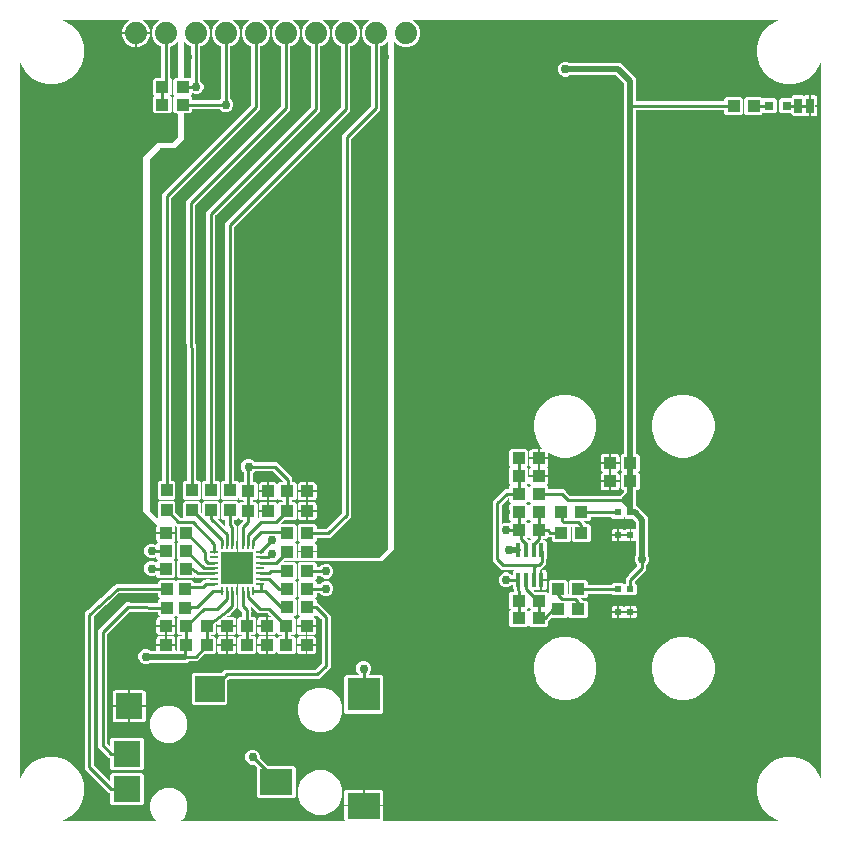
<source format=gbr>
G04 EAGLE Gerber RS-274X export*
G75*
%MOMM*%
%FSLAX34Y34*%
%LPD*%
%INTop Copper*%
%IPPOS*%
%AMOC8*
5,1,8,0,0,1.08239X$1,22.5*%
G01*
%ADD10R,1.100000X1.000000*%
%ADD11R,0.800000X0.800000*%
%ADD12C,0.254000*%
%ADD13R,0.635000X1.270000*%
%ADD14C,1.879600*%
%ADD15R,0.600000X0.540000*%
%ADD16R,0.250000X0.800000*%
%ADD17R,0.800000X0.250000*%
%ADD18R,2.700000X2.700000*%
%ADD19R,1.000000X1.100000*%
%ADD20R,2.800000X2.200000*%
%ADD21R,2.800000X2.800000*%
%ADD22R,1.000000X1.020000*%
%ADD23R,0.450000X1.200000*%
%ADD24R,2.300000X2.200000*%
%ADD25R,2.500000X2.200000*%
%ADD26C,0.508000*%
%ADD27C,0.756400*%
%ADD28C,0.152400*%

G36*
X126037Y10929D02*
X126037Y10929D01*
X126062Y10926D01*
X126120Y10948D01*
X126180Y10962D01*
X126200Y10979D01*
X126224Y10988D01*
X126266Y11033D01*
X126314Y11072D01*
X126325Y11096D01*
X126342Y11115D01*
X126360Y11174D01*
X126385Y11231D01*
X126384Y11256D01*
X126391Y11281D01*
X126381Y11342D01*
X126378Y11404D01*
X126366Y11426D01*
X126362Y11452D01*
X126313Y11523D01*
X126296Y11556D01*
X126287Y11562D01*
X126281Y11572D01*
X123723Y14129D01*
X121339Y19885D01*
X121339Y26115D01*
X123723Y31871D01*
X128129Y36277D01*
X133885Y38661D01*
X140115Y38661D01*
X145871Y36277D01*
X150277Y31871D01*
X152661Y26115D01*
X152661Y19885D01*
X150277Y14129D01*
X147719Y11572D01*
X147706Y11550D01*
X147686Y11534D01*
X147661Y11477D01*
X147628Y11425D01*
X147626Y11399D01*
X147615Y11375D01*
X147617Y11314D01*
X147611Y11252D01*
X147621Y11228D01*
X147622Y11202D01*
X147651Y11148D01*
X147673Y11090D01*
X147692Y11073D01*
X147704Y11050D01*
X147755Y11015D01*
X147800Y10973D01*
X147825Y10965D01*
X147846Y10950D01*
X147931Y10934D01*
X147966Y10923D01*
X147976Y10925D01*
X147988Y10923D01*
X285607Y10923D01*
X285668Y10937D01*
X285731Y10943D01*
X285752Y10957D01*
X285776Y10962D01*
X285824Y11002D01*
X285877Y11036D01*
X285890Y11057D01*
X285909Y11072D01*
X285935Y11130D01*
X285968Y11184D01*
X285970Y11208D01*
X285980Y11231D01*
X285978Y11293D01*
X285983Y11356D01*
X285974Y11382D01*
X285974Y11404D01*
X285956Y11437D01*
X285936Y11493D01*
X285632Y12019D01*
X285459Y12665D01*
X285459Y23239D01*
X301619Y23239D01*
X301669Y23250D01*
X301720Y23252D01*
X301752Y23270D01*
X301788Y23278D01*
X301827Y23311D01*
X301872Y23335D01*
X301893Y23365D01*
X301921Y23388D01*
X301942Y23435D01*
X301972Y23477D01*
X301980Y23519D01*
X301992Y23547D01*
X301991Y23577D01*
X301999Y23619D01*
X301999Y24001D01*
X302001Y24001D01*
X302001Y23619D01*
X302012Y23569D01*
X302014Y23518D01*
X302032Y23486D01*
X302040Y23450D01*
X302073Y23411D01*
X302097Y23366D01*
X302127Y23345D01*
X302151Y23317D01*
X302197Y23296D01*
X302239Y23266D01*
X302281Y23258D01*
X302309Y23246D01*
X302339Y23247D01*
X302381Y23239D01*
X318541Y23239D01*
X318541Y12665D01*
X318368Y12019D01*
X318064Y11493D01*
X318046Y11433D01*
X318020Y11375D01*
X318021Y11351D01*
X318014Y11327D01*
X318024Y11265D01*
X318026Y11202D01*
X318038Y11181D01*
X318042Y11156D01*
X318079Y11105D01*
X318109Y11050D01*
X318129Y11036D01*
X318144Y11016D01*
X318199Y10987D01*
X318251Y10950D01*
X318278Y10945D01*
X318297Y10935D01*
X318335Y10934D01*
X318393Y10923D01*
X651927Y10923D01*
X651964Y10931D01*
X652001Y10930D01*
X652047Y10951D01*
X652095Y10962D01*
X652125Y10986D01*
X652159Y11002D01*
X652191Y11041D01*
X652229Y11072D01*
X652245Y11107D01*
X652268Y11136D01*
X652280Y11185D01*
X652300Y11231D01*
X652298Y11268D01*
X652307Y11305D01*
X652295Y11354D01*
X652293Y11404D01*
X652275Y11437D01*
X652266Y11474D01*
X652234Y11512D01*
X652211Y11556D01*
X652180Y11578D01*
X652155Y11607D01*
X652100Y11634D01*
X652069Y11656D01*
X652046Y11660D01*
X652025Y11670D01*
X651823Y11724D01*
X645516Y15366D01*
X640366Y20516D01*
X636724Y26823D01*
X635558Y31177D01*
X634839Y33858D01*
X634839Y41142D01*
X636724Y48177D01*
X640366Y54484D01*
X645516Y59634D01*
X651823Y63276D01*
X658858Y65161D01*
X666142Y65161D01*
X673177Y63276D01*
X679484Y59634D01*
X684634Y54484D01*
X688276Y48177D01*
X688330Y47975D01*
X688348Y47942D01*
X688356Y47905D01*
X688388Y47866D01*
X688411Y47822D01*
X688442Y47800D01*
X688466Y47771D01*
X688512Y47751D01*
X688553Y47722D01*
X688590Y47716D01*
X688625Y47700D01*
X688674Y47702D01*
X688724Y47694D01*
X688760Y47705D01*
X688798Y47707D01*
X688842Y47730D01*
X688889Y47745D01*
X688917Y47771D01*
X688950Y47789D01*
X688979Y47830D01*
X689015Y47865D01*
X689028Y47900D01*
X689050Y47931D01*
X689061Y47992D01*
X689074Y48027D01*
X689073Y48050D01*
X689077Y48073D01*
X689077Y651927D01*
X689069Y651964D01*
X689070Y652001D01*
X689049Y652047D01*
X689038Y652095D01*
X689014Y652125D01*
X688998Y652159D01*
X688959Y652191D01*
X688928Y652229D01*
X688893Y652245D01*
X688864Y652268D01*
X688815Y652280D01*
X688769Y652300D01*
X688732Y652298D01*
X688695Y652307D01*
X688646Y652295D01*
X688596Y652293D01*
X688563Y652275D01*
X688526Y652266D01*
X688488Y652234D01*
X688444Y652211D01*
X688422Y652180D01*
X688393Y652155D01*
X688366Y652100D01*
X688344Y652069D01*
X688340Y652046D01*
X688330Y652025D01*
X688276Y651823D01*
X684634Y645516D01*
X679484Y640366D01*
X673177Y636724D01*
X666142Y634839D01*
X658858Y634839D01*
X651823Y636724D01*
X645516Y640366D01*
X640366Y645516D01*
X636724Y651823D01*
X635319Y657068D01*
X634839Y658858D01*
X634839Y666142D01*
X636724Y673177D01*
X640366Y679484D01*
X645516Y684634D01*
X651823Y688276D01*
X652025Y688330D01*
X652058Y688348D01*
X652095Y688356D01*
X652134Y688388D01*
X652178Y688411D01*
X652200Y688442D01*
X652229Y688466D01*
X652249Y688512D01*
X652278Y688553D01*
X652284Y688590D01*
X652300Y688625D01*
X652298Y688674D01*
X652306Y688724D01*
X652295Y688760D01*
X652293Y688798D01*
X652270Y688842D01*
X652255Y688889D01*
X652229Y688917D01*
X652211Y688950D01*
X652170Y688979D01*
X652135Y689015D01*
X652100Y689028D01*
X652069Y689050D01*
X652008Y689061D01*
X651973Y689074D01*
X651950Y689073D01*
X651927Y689077D01*
X343866Y689077D01*
X343854Y689074D01*
X343841Y689076D01*
X343770Y689055D01*
X343697Y689038D01*
X343687Y689030D01*
X343675Y689026D01*
X343621Y688975D01*
X343564Y688928D01*
X343558Y688916D01*
X343549Y688907D01*
X343523Y688837D01*
X343493Y688769D01*
X343493Y688757D01*
X343489Y688744D01*
X343497Y688670D01*
X343499Y688596D01*
X343506Y688585D01*
X343507Y688572D01*
X343547Y688509D01*
X343582Y688444D01*
X343593Y688437D01*
X343600Y688426D01*
X343721Y688346D01*
X344263Y688121D01*
X347621Y684763D01*
X349439Y680375D01*
X349439Y675625D01*
X347621Y671237D01*
X344263Y667879D01*
X339875Y666061D01*
X335125Y666061D01*
X330737Y667879D01*
X328269Y670347D01*
X328247Y670361D01*
X328231Y670381D01*
X328174Y670406D01*
X328122Y670439D01*
X328096Y670441D01*
X328072Y670452D01*
X328011Y670449D01*
X327949Y670455D01*
X327925Y670446D01*
X327899Y670445D01*
X327845Y670415D01*
X327787Y670394D01*
X327770Y670375D01*
X327747Y670362D01*
X327712Y670312D01*
X327670Y670266D01*
X327662Y670242D01*
X327647Y670221D01*
X327631Y670136D01*
X327620Y670100D01*
X327622Y670090D01*
X327620Y670078D01*
X327620Y241158D01*
X317843Y231380D01*
X235160Y231380D01*
X235081Y231362D01*
X235003Y231346D01*
X234997Y231342D01*
X234991Y231341D01*
X234967Y231321D01*
X234885Y231263D01*
X234332Y230683D01*
X234321Y230665D01*
X234305Y230652D01*
X234278Y230591D01*
X234244Y230534D01*
X234243Y230513D01*
X234234Y230493D01*
X234236Y230427D01*
X234232Y230361D01*
X234240Y230342D01*
X234241Y230320D01*
X234272Y230262D01*
X234297Y230201D01*
X234313Y230187D01*
X234323Y230168D01*
X234377Y230130D01*
X234427Y230086D01*
X234448Y230081D01*
X234465Y230068D01*
X234564Y230049D01*
X234594Y230041D01*
X234600Y230042D01*
X234607Y230041D01*
X243552Y230041D01*
X245041Y228552D01*
X245041Y216448D01*
X243862Y215269D01*
X243835Y215226D01*
X243800Y215188D01*
X243790Y215153D01*
X243771Y215122D01*
X243766Y215071D01*
X243751Y215022D01*
X243758Y214986D01*
X243754Y214949D01*
X243772Y214902D01*
X243781Y214851D01*
X243805Y214816D01*
X243816Y214787D01*
X243838Y214766D01*
X243862Y214731D01*
X245041Y213552D01*
X245041Y201448D01*
X243487Y199894D01*
X243460Y199851D01*
X243425Y199813D01*
X243415Y199778D01*
X243396Y199747D01*
X243391Y199696D01*
X243376Y199647D01*
X243383Y199611D01*
X243379Y199574D01*
X243397Y199527D01*
X243406Y199476D01*
X243430Y199441D01*
X243441Y199412D01*
X243463Y199391D01*
X243487Y199356D01*
X245041Y197802D01*
X245041Y185698D01*
X243552Y184209D01*
X243302Y184209D01*
X243277Y184203D01*
X243251Y184206D01*
X243193Y184184D01*
X243133Y184170D01*
X243113Y184153D01*
X243089Y184144D01*
X243047Y184099D01*
X242999Y184060D01*
X242989Y184036D01*
X242971Y184017D01*
X242954Y183958D01*
X242929Y183901D01*
X242930Y183876D01*
X242922Y183851D01*
X242933Y183790D01*
X242935Y183728D01*
X242948Y183706D01*
X242952Y183680D01*
X243000Y183609D01*
X243018Y183576D01*
X243026Y183570D01*
X243033Y183560D01*
X244541Y182052D01*
X244541Y169948D01*
X243052Y168459D01*
X240691Y168459D01*
X240641Y168448D01*
X240590Y168446D01*
X240558Y168428D01*
X240522Y168420D01*
X240483Y168387D01*
X240438Y168363D01*
X240417Y168333D01*
X240389Y168310D01*
X240368Y168263D01*
X240338Y168221D01*
X240330Y168179D01*
X240318Y168151D01*
X240319Y168121D01*
X240311Y168079D01*
X240311Y167921D01*
X240322Y167871D01*
X240324Y167820D01*
X240342Y167788D01*
X240350Y167752D01*
X240383Y167713D01*
X240407Y167668D01*
X240437Y167647D01*
X240460Y167619D01*
X240507Y167598D01*
X240549Y167568D01*
X240591Y167560D01*
X240619Y167548D01*
X240649Y167549D01*
X240691Y167541D01*
X243052Y167541D01*
X244541Y166052D01*
X244541Y153948D01*
X243052Y152459D01*
X229948Y152459D01*
X228408Y153999D01*
X228397Y154006D01*
X228389Y154017D01*
X228323Y154051D01*
X228261Y154090D01*
X228248Y154091D01*
X228236Y154098D01*
X228162Y154099D01*
X228089Y154107D01*
X228076Y154102D01*
X228062Y154102D01*
X227996Y154071D01*
X227927Y154045D01*
X227917Y154035D01*
X227905Y154029D01*
X227810Y153920D01*
X227533Y153440D01*
X227060Y152967D01*
X226481Y152632D01*
X225835Y152459D01*
X220761Y152459D01*
X220761Y159619D01*
X220750Y159669D01*
X220748Y159720D01*
X220730Y159752D01*
X220722Y159788D01*
X220689Y159827D01*
X220665Y159872D01*
X220635Y159893D01*
X220611Y159921D01*
X220565Y159942D01*
X220523Y159972D01*
X220481Y159980D01*
X220453Y159992D01*
X220423Y159991D01*
X220381Y159999D01*
X219999Y159999D01*
X219999Y160001D01*
X220381Y160001D01*
X220431Y160012D01*
X220482Y160014D01*
X220514Y160032D01*
X220550Y160040D01*
X220589Y160073D01*
X220634Y160097D01*
X220655Y160127D01*
X220683Y160151D01*
X220704Y160197D01*
X220734Y160239D01*
X220742Y160281D01*
X220754Y160309D01*
X220753Y160339D01*
X220761Y160381D01*
X220761Y167541D01*
X225835Y167541D01*
X226481Y167368D01*
X227060Y167033D01*
X227533Y166560D01*
X227810Y166080D01*
X227819Y166070D01*
X227824Y166058D01*
X227878Y166008D01*
X227929Y165954D01*
X227941Y165949D01*
X227951Y165940D01*
X228022Y165919D01*
X228091Y165893D01*
X228104Y165895D01*
X228117Y165891D01*
X228190Y165903D01*
X228263Y165911D01*
X228275Y165918D01*
X228288Y165920D01*
X228408Y166001D01*
X229948Y167541D01*
X232309Y167541D01*
X232359Y167552D01*
X232410Y167554D01*
X232442Y167572D01*
X232478Y167580D01*
X232517Y167613D01*
X232562Y167637D01*
X232583Y167667D01*
X232611Y167690D01*
X232632Y167737D01*
X232662Y167779D01*
X232670Y167821D01*
X232682Y167849D01*
X232681Y167879D01*
X232689Y167921D01*
X232689Y168079D01*
X232678Y168129D01*
X232676Y168180D01*
X232658Y168212D01*
X232650Y168248D01*
X232617Y168287D01*
X232593Y168332D01*
X232563Y168353D01*
X232540Y168381D01*
X232493Y168402D01*
X232451Y168432D01*
X232409Y168440D01*
X232381Y168452D01*
X232351Y168451D01*
X232309Y168459D01*
X229948Y168459D01*
X228408Y169999D01*
X228397Y170006D01*
X228389Y170017D01*
X228324Y170051D01*
X228261Y170090D01*
X228248Y170091D01*
X228236Y170098D01*
X228162Y170099D01*
X228089Y170107D01*
X228076Y170102D01*
X228062Y170102D01*
X227996Y170071D01*
X227927Y170045D01*
X227917Y170035D01*
X227905Y170029D01*
X227810Y169920D01*
X227533Y169440D01*
X227060Y168967D01*
X226481Y168632D01*
X225835Y168459D01*
X220761Y168459D01*
X220761Y175619D01*
X220750Y175669D01*
X220748Y175720D01*
X220730Y175752D01*
X220722Y175788D01*
X220689Y175827D01*
X220665Y175872D01*
X220635Y175893D01*
X220611Y175921D01*
X220565Y175942D01*
X220523Y175972D01*
X220481Y175980D01*
X220453Y175992D01*
X220423Y175991D01*
X220381Y175999D01*
X219999Y175999D01*
X219999Y176001D01*
X220381Y176001D01*
X220431Y176012D01*
X220482Y176014D01*
X220514Y176032D01*
X220550Y176040D01*
X220589Y176073D01*
X220634Y176097D01*
X220655Y176127D01*
X220683Y176151D01*
X220704Y176197D01*
X220734Y176239D01*
X220742Y176281D01*
X220754Y176309D01*
X220753Y176339D01*
X220761Y176381D01*
X220761Y183541D01*
X222652Y183541D01*
X222677Y183547D01*
X222703Y183544D01*
X222761Y183566D01*
X222821Y183580D01*
X222841Y183597D01*
X222865Y183606D01*
X222907Y183651D01*
X222954Y183690D01*
X222965Y183714D01*
X222983Y183733D01*
X223000Y183792D01*
X223025Y183848D01*
X223024Y183874D01*
X223032Y183899D01*
X223021Y183960D01*
X223019Y184022D01*
X223006Y184044D01*
X223002Y184070D01*
X222954Y184141D01*
X222936Y184174D01*
X222928Y184180D01*
X222921Y184190D01*
X220533Y186578D01*
X220468Y186618D01*
X220406Y186662D01*
X220394Y186664D01*
X220386Y186669D01*
X220349Y186673D01*
X220264Y186689D01*
X212422Y186689D01*
X207336Y191775D01*
X207303Y191795D01*
X207277Y191823D01*
X207231Y191840D01*
X207189Y191866D01*
X207150Y191870D01*
X207114Y191883D01*
X207065Y191878D01*
X207016Y191883D01*
X206980Y191869D01*
X206942Y191865D01*
X206900Y191839D01*
X206854Y191821D01*
X206828Y191793D01*
X206796Y191773D01*
X206770Y191730D01*
X206736Y191694D01*
X206726Y191657D01*
X206706Y191625D01*
X206698Y191564D01*
X206687Y191528D01*
X206691Y191508D01*
X206688Y191481D01*
X206698Y191324D01*
X206717Y191264D01*
X206727Y191201D01*
X206742Y191179D01*
X206749Y191159D01*
X206774Y191131D01*
X206808Y191081D01*
X206811Y191078D01*
X206811Y189639D01*
X206813Y189628D01*
X206812Y189614D01*
X206907Y188178D01*
X206905Y188175D01*
X206875Y188119D01*
X206838Y188067D01*
X206833Y188041D01*
X206823Y188022D01*
X206822Y187984D01*
X206811Y187925D01*
X206811Y183921D01*
X206822Y183871D01*
X206824Y183820D01*
X206842Y183788D01*
X206850Y183752D01*
X206883Y183713D01*
X206907Y183668D01*
X206937Y183647D01*
X206960Y183619D01*
X207007Y183598D01*
X207049Y183568D01*
X207091Y183560D01*
X207119Y183548D01*
X207149Y183549D01*
X207191Y183541D01*
X209552Y183541D01*
X211041Y182052D01*
X211041Y169948D01*
X209552Y168459D01*
X207191Y168459D01*
X207141Y168448D01*
X207090Y168446D01*
X207058Y168428D01*
X207022Y168420D01*
X206983Y168387D01*
X206938Y168363D01*
X206917Y168333D01*
X206889Y168310D01*
X206868Y168263D01*
X206838Y168221D01*
X206830Y168179D01*
X206818Y168151D01*
X206819Y168121D01*
X206811Y168079D01*
X206811Y167921D01*
X206822Y167871D01*
X206824Y167820D01*
X206842Y167788D01*
X206850Y167752D01*
X206883Y167713D01*
X206907Y167668D01*
X206937Y167647D01*
X206960Y167619D01*
X207007Y167598D01*
X207049Y167568D01*
X207091Y167560D01*
X207119Y167548D01*
X207149Y167549D01*
X207191Y167541D01*
X209552Y167541D01*
X211041Y166052D01*
X211041Y153948D01*
X209552Y152459D01*
X196448Y152459D01*
X194959Y153948D01*
X194959Y166052D01*
X196448Y167541D01*
X198809Y167541D01*
X198859Y167552D01*
X198910Y167554D01*
X198942Y167572D01*
X198978Y167580D01*
X199017Y167613D01*
X199062Y167637D01*
X199083Y167667D01*
X199111Y167690D01*
X199132Y167737D01*
X199162Y167779D01*
X199170Y167821D01*
X199182Y167849D01*
X199181Y167879D01*
X199189Y167921D01*
X199189Y168079D01*
X199178Y168129D01*
X199176Y168180D01*
X199158Y168212D01*
X199150Y168248D01*
X199117Y168287D01*
X199093Y168332D01*
X199063Y168353D01*
X199040Y168381D01*
X198993Y168402D01*
X198951Y168432D01*
X198909Y168440D01*
X198881Y168452D01*
X198851Y168451D01*
X198809Y168459D01*
X196448Y168459D01*
X194959Y169948D01*
X194959Y182052D01*
X196448Y183541D01*
X198809Y183541D01*
X198859Y183552D01*
X198910Y183554D01*
X198942Y183572D01*
X198978Y183580D01*
X199017Y183613D01*
X199062Y183637D01*
X199083Y183667D01*
X199111Y183690D01*
X199132Y183737D01*
X199162Y183779D01*
X199170Y183821D01*
X199182Y183849D01*
X199182Y183863D01*
X199182Y183864D01*
X199182Y183882D01*
X199189Y183921D01*
X199189Y187599D01*
X199189Y187600D01*
X199189Y187602D01*
X199169Y187685D01*
X199150Y187768D01*
X199149Y187769D01*
X199148Y187771D01*
X199059Y187885D01*
X198175Y188659D01*
X198119Y188689D01*
X198067Y188726D01*
X198041Y188731D01*
X198022Y188741D01*
X197984Y188742D01*
X197925Y188753D01*
X197922Y188753D01*
X196904Y189771D01*
X196894Y189777D01*
X196885Y189788D01*
X195802Y190736D01*
X195802Y190740D01*
X195783Y190800D01*
X195773Y190863D01*
X195758Y190885D01*
X195751Y190905D01*
X195726Y190933D01*
X195692Y190983D01*
X195689Y190986D01*
X195689Y192425D01*
X195687Y192436D01*
X195688Y192450D01*
X195593Y193886D01*
X195595Y193889D01*
X195625Y193945D01*
X195662Y193997D01*
X195667Y194023D01*
X195677Y194042D01*
X195678Y194080D01*
X195689Y194139D01*
X195689Y198579D01*
X195678Y198629D01*
X195676Y198680D01*
X195658Y198712D01*
X195650Y198748D01*
X195624Y198779D01*
X195624Y205256D01*
X195613Y205305D01*
X195611Y205356D01*
X195593Y205389D01*
X195585Y205425D01*
X195552Y205464D01*
X195532Y205502D01*
X195546Y205514D01*
X195567Y205560D01*
X195597Y205602D01*
X195605Y205644D01*
X195617Y205672D01*
X195616Y205702D01*
X195624Y205744D01*
X195624Y212132D01*
X195634Y212137D01*
X195655Y212167D01*
X195683Y212190D01*
X195704Y212237D01*
X195734Y212279D01*
X195742Y212321D01*
X195754Y212348D01*
X195753Y212379D01*
X195753Y212381D01*
X195754Y212383D01*
X195754Y212385D01*
X195761Y212421D01*
X195761Y224619D01*
X195750Y224669D01*
X195748Y224720D01*
X195730Y224752D01*
X195722Y224788D01*
X195689Y224827D01*
X195665Y224872D01*
X195635Y224893D01*
X195611Y224921D01*
X195565Y224942D01*
X195523Y224972D01*
X195481Y224980D01*
X195453Y224992D01*
X195423Y224991D01*
X195381Y224999D01*
X194619Y224999D01*
X194569Y224988D01*
X194518Y224986D01*
X194486Y224968D01*
X194450Y224960D01*
X194411Y224927D01*
X194366Y224903D01*
X194345Y224873D01*
X194317Y224849D01*
X194296Y224803D01*
X194266Y224761D01*
X194258Y224719D01*
X194246Y224691D01*
X194247Y224661D01*
X194239Y224619D01*
X194239Y212421D01*
X194250Y212371D01*
X194252Y212320D01*
X194270Y212288D01*
X194278Y212252D01*
X194311Y212213D01*
X194335Y212168D01*
X194365Y212147D01*
X194376Y212134D01*
X194376Y205744D01*
X194387Y205695D01*
X194389Y205644D01*
X194407Y205611D01*
X194415Y205575D01*
X194448Y205536D01*
X194468Y205498D01*
X194454Y205486D01*
X194433Y205440D01*
X194403Y205398D01*
X194395Y205356D01*
X194383Y205328D01*
X194384Y205305D01*
X194383Y205303D01*
X194383Y205294D01*
X194376Y205256D01*
X194376Y198781D01*
X194368Y198763D01*
X194338Y198721D01*
X194330Y198679D01*
X194318Y198651D01*
X194319Y198621D01*
X194311Y198579D01*
X194311Y191422D01*
X189667Y186778D01*
X189642Y186737D01*
X189609Y186703D01*
X189593Y186658D01*
X189575Y186630D01*
X189573Y186602D01*
X189560Y186566D01*
X189529Y186365D01*
X188514Y185618D01*
X188497Y185599D01*
X188470Y185581D01*
X187578Y184689D01*
X187375Y184689D01*
X187328Y184678D01*
X187281Y184677D01*
X187238Y184657D01*
X187206Y184650D01*
X187184Y184632D01*
X187150Y184615D01*
X186622Y184227D01*
X186587Y184186D01*
X186545Y184152D01*
X186531Y184121D01*
X186509Y184096D01*
X186496Y184043D01*
X186474Y183993D01*
X186475Y183960D01*
X186467Y183928D01*
X186478Y183875D01*
X186480Y183820D01*
X186496Y183791D01*
X186503Y183758D01*
X186537Y183716D01*
X186563Y183668D01*
X186591Y183649D01*
X186611Y183623D01*
X186661Y183600D01*
X186705Y183568D01*
X186743Y183561D01*
X186768Y183549D01*
X186801Y183550D01*
X186847Y183541D01*
X191835Y183541D01*
X192481Y183368D01*
X193060Y183033D01*
X193533Y182560D01*
X193868Y181981D01*
X194041Y181335D01*
X194041Y176761D01*
X186381Y176761D01*
X186331Y176750D01*
X186280Y176748D01*
X186248Y176730D01*
X186212Y176722D01*
X186173Y176689D01*
X186128Y176665D01*
X186107Y176635D01*
X186079Y176611D01*
X186058Y176565D01*
X186028Y176523D01*
X186020Y176481D01*
X186008Y176453D01*
X186009Y176423D01*
X186001Y176381D01*
X186001Y175999D01*
X185999Y175999D01*
X185999Y176381D01*
X185988Y176431D01*
X185986Y176482D01*
X185968Y176514D01*
X185960Y176550D01*
X185927Y176589D01*
X185903Y176634D01*
X185873Y176655D01*
X185849Y176683D01*
X185803Y176704D01*
X185761Y176734D01*
X185719Y176742D01*
X185691Y176754D01*
X185661Y176753D01*
X185619Y176761D01*
X177959Y176761D01*
X177959Y177106D01*
X177947Y177159D01*
X177946Y177193D01*
X177935Y177213D01*
X177923Y177269D01*
X177921Y177272D01*
X177920Y177275D01*
X177867Y177339D01*
X177865Y177342D01*
X177863Y177345D01*
X177861Y177346D01*
X177815Y177404D01*
X177812Y177406D01*
X177810Y177409D01*
X177733Y177443D01*
X177658Y177478D01*
X177655Y177478D01*
X177651Y177479D01*
X177568Y177476D01*
X177485Y177475D01*
X177481Y177473D01*
X177478Y177473D01*
X177459Y177462D01*
X177402Y177435D01*
X177391Y177433D01*
X177384Y177427D01*
X177354Y177412D01*
X177196Y177296D01*
X177184Y177282D01*
X177168Y177274D01*
X177128Y177217D01*
X177083Y177165D01*
X177079Y177147D01*
X177068Y177132D01*
X177046Y177018D01*
X177041Y176997D01*
X177041Y176994D01*
X177041Y176990D01*
X177041Y169948D01*
X175552Y168459D01*
X173191Y168459D01*
X173141Y168448D01*
X173090Y168446D01*
X173058Y168428D01*
X173022Y168420D01*
X172983Y168387D01*
X172938Y168363D01*
X172917Y168333D01*
X172889Y168310D01*
X172868Y168263D01*
X172838Y168221D01*
X172830Y168179D01*
X172818Y168151D01*
X172819Y168121D01*
X172811Y168079D01*
X172811Y167921D01*
X172822Y167871D01*
X172824Y167820D01*
X172842Y167788D01*
X172850Y167752D01*
X172883Y167713D01*
X172907Y167668D01*
X172937Y167647D01*
X172960Y167619D01*
X173007Y167598D01*
X173049Y167568D01*
X173091Y167560D01*
X173119Y167548D01*
X173149Y167549D01*
X173191Y167541D01*
X175552Y167541D01*
X177041Y166052D01*
X177041Y153948D01*
X175552Y152459D01*
X167506Y152459D01*
X167432Y152442D01*
X167357Y152429D01*
X167347Y152422D01*
X167337Y152420D01*
X167308Y152396D01*
X167237Y152348D01*
X161078Y146189D01*
X154532Y146189D01*
X154458Y146172D01*
X154383Y146159D01*
X154373Y146152D01*
X154363Y146150D01*
X154334Y146126D01*
X154263Y146078D01*
X153105Y144919D01*
X121518Y144919D01*
X121444Y144902D01*
X121370Y144889D01*
X121360Y144882D01*
X121350Y144880D01*
X121321Y144856D01*
X121250Y144808D01*
X121082Y144640D01*
X118758Y143677D01*
X116242Y143677D01*
X113918Y144640D01*
X112140Y146418D01*
X111177Y148742D01*
X111177Y151258D01*
X112140Y153582D01*
X113918Y155360D01*
X116242Y156323D01*
X118758Y156323D01*
X121082Y155360D01*
X121250Y155192D01*
X121314Y155152D01*
X121376Y155108D01*
X121388Y155106D01*
X121397Y155101D01*
X121434Y155097D01*
X121518Y155081D01*
X126079Y155081D01*
X126129Y155092D01*
X126180Y155094D01*
X126212Y155112D01*
X126248Y155120D01*
X126287Y155153D01*
X126332Y155177D01*
X126353Y155207D01*
X126381Y155230D01*
X126402Y155277D01*
X126432Y155319D01*
X126440Y155361D01*
X126452Y155389D01*
X126451Y155419D01*
X126459Y155461D01*
X126459Y159239D01*
X134119Y159239D01*
X134169Y159250D01*
X134220Y159252D01*
X134252Y159270D01*
X134288Y159278D01*
X134327Y159311D01*
X134372Y159335D01*
X134393Y159365D01*
X134421Y159388D01*
X134442Y159435D01*
X134472Y159477D01*
X134480Y159519D01*
X134492Y159547D01*
X134491Y159577D01*
X134499Y159619D01*
X134499Y160001D01*
X134501Y160001D01*
X134501Y159619D01*
X134512Y159569D01*
X134514Y159518D01*
X134532Y159486D01*
X134540Y159450D01*
X134573Y159411D01*
X134597Y159366D01*
X134627Y159345D01*
X134651Y159317D01*
X134697Y159296D01*
X134739Y159266D01*
X134781Y159258D01*
X134809Y159246D01*
X134839Y159247D01*
X134881Y159239D01*
X142541Y159239D01*
X142541Y155461D01*
X142552Y155411D01*
X142554Y155360D01*
X142572Y155328D01*
X142580Y155292D01*
X142613Y155253D01*
X142637Y155208D01*
X142667Y155187D01*
X142690Y155159D01*
X142737Y155138D01*
X142779Y155108D01*
X142821Y155100D01*
X142849Y155088D01*
X142879Y155089D01*
X142921Y155081D01*
X143079Y155081D01*
X143129Y155092D01*
X143180Y155094D01*
X143212Y155112D01*
X143248Y155120D01*
X143287Y155153D01*
X143332Y155177D01*
X143353Y155207D01*
X143381Y155230D01*
X143402Y155277D01*
X143432Y155319D01*
X143440Y155361D01*
X143452Y155389D01*
X143451Y155419D01*
X143459Y155461D01*
X143459Y166052D01*
X144948Y167541D01*
X147309Y167541D01*
X147359Y167552D01*
X147410Y167554D01*
X147442Y167572D01*
X147478Y167580D01*
X147517Y167613D01*
X147562Y167637D01*
X147583Y167667D01*
X147611Y167690D01*
X147632Y167737D01*
X147662Y167779D01*
X147670Y167821D01*
X147682Y167849D01*
X147681Y167879D01*
X147689Y167921D01*
X147689Y168079D01*
X147678Y168129D01*
X147676Y168180D01*
X147658Y168212D01*
X147650Y168248D01*
X147617Y168287D01*
X147593Y168332D01*
X147563Y168353D01*
X147540Y168381D01*
X147493Y168402D01*
X147451Y168432D01*
X147409Y168440D01*
X147381Y168452D01*
X147351Y168451D01*
X147309Y168459D01*
X144948Y168459D01*
X143459Y169948D01*
X143459Y182052D01*
X144633Y183226D01*
X144660Y183269D01*
X144695Y183307D01*
X144705Y183342D01*
X144724Y183373D01*
X144729Y183424D01*
X144744Y183473D01*
X144737Y183509D01*
X144741Y183546D01*
X144723Y183593D01*
X144714Y183644D01*
X144690Y183679D01*
X144679Y183708D01*
X144657Y183729D01*
X144633Y183764D01*
X143269Y185128D01*
X143226Y185155D01*
X143188Y185190D01*
X143153Y185200D01*
X143122Y185219D01*
X143071Y185224D01*
X143022Y185239D01*
X142986Y185232D01*
X142949Y185236D01*
X142902Y185218D01*
X142851Y185209D01*
X142816Y185185D01*
X142787Y185174D01*
X142766Y185152D01*
X142731Y185128D01*
X141439Y183836D01*
X141402Y183830D01*
X141391Y183823D01*
X141379Y183820D01*
X141322Y183772D01*
X141261Y183728D01*
X141255Y183717D01*
X141246Y183710D01*
X141215Y183641D01*
X141180Y183575D01*
X141180Y183563D01*
X141175Y183551D01*
X141178Y183477D01*
X141176Y183402D01*
X141181Y183391D01*
X141181Y183378D01*
X141217Y183313D01*
X141249Y183245D01*
X141259Y183236D01*
X141264Y183226D01*
X141295Y183204D01*
X141358Y183150D01*
X141560Y183033D01*
X142033Y182560D01*
X142368Y181981D01*
X142541Y181335D01*
X142541Y176761D01*
X134881Y176761D01*
X134831Y176750D01*
X134780Y176748D01*
X134748Y176730D01*
X134712Y176722D01*
X134673Y176689D01*
X134628Y176665D01*
X134607Y176635D01*
X134579Y176611D01*
X134558Y176565D01*
X134528Y176523D01*
X134520Y176481D01*
X134508Y176453D01*
X134509Y176423D01*
X134501Y176381D01*
X134501Y175999D01*
X134499Y175999D01*
X134499Y176381D01*
X134488Y176431D01*
X134486Y176482D01*
X134468Y176514D01*
X134460Y176550D01*
X134427Y176589D01*
X134403Y176634D01*
X134373Y176655D01*
X134349Y176683D01*
X134303Y176704D01*
X134261Y176734D01*
X134219Y176742D01*
X134191Y176754D01*
X134161Y176753D01*
X134119Y176761D01*
X126459Y176761D01*
X126459Y181335D01*
X126632Y181981D01*
X126967Y182560D01*
X127440Y183033D01*
X128019Y183368D01*
X128665Y183541D01*
X128758Y183541D01*
X128783Y183547D01*
X128809Y183544D01*
X128867Y183566D01*
X128927Y183580D01*
X128947Y183597D01*
X128971Y183606D01*
X129013Y183651D01*
X129061Y183690D01*
X129071Y183714D01*
X129089Y183733D01*
X129106Y183792D01*
X129131Y183849D01*
X129130Y183874D01*
X129138Y183899D01*
X129127Y183960D01*
X129125Y184022D01*
X129112Y184044D01*
X129108Y184070D01*
X129060Y184141D01*
X129042Y184174D01*
X129034Y184180D01*
X129027Y184190D01*
X127869Y185348D01*
X127869Y187451D01*
X127858Y187498D01*
X127857Y187545D01*
X127839Y187581D01*
X127830Y187620D01*
X127799Y187657D01*
X127777Y187699D01*
X127745Y187723D01*
X127720Y187754D01*
X127676Y187773D01*
X127638Y187801D01*
X127591Y187811D01*
X127561Y187825D01*
X127533Y187824D01*
X127496Y187832D01*
X103813Y188259D01*
X103735Y188242D01*
X103657Y188229D01*
X103650Y188224D01*
X103643Y188223D01*
X103617Y188202D01*
X103537Y188148D01*
X84922Y169533D01*
X84882Y169468D01*
X84838Y169406D01*
X84836Y169394D01*
X84831Y169386D01*
X84827Y169349D01*
X84811Y169264D01*
X84811Y76736D01*
X84828Y76662D01*
X84841Y76587D01*
X84848Y76577D01*
X84850Y76567D01*
X84874Y76538D01*
X84922Y76467D01*
X86810Y74579D01*
X86832Y74565D01*
X86848Y74546D01*
X86905Y74520D01*
X86957Y74488D01*
X86983Y74485D01*
X87007Y74475D01*
X87068Y74477D01*
X87130Y74471D01*
X87154Y74480D01*
X87180Y74481D01*
X87234Y74511D01*
X87292Y74533D01*
X87309Y74552D01*
X87332Y74564D01*
X87367Y74614D01*
X87409Y74660D01*
X87417Y74685D01*
X87432Y74706D01*
X87448Y74790D01*
X87459Y74826D01*
X87457Y74836D01*
X87459Y74848D01*
X87459Y80052D01*
X88948Y81541D01*
X114052Y81541D01*
X115541Y80052D01*
X115541Y55948D01*
X114052Y54459D01*
X88948Y54459D01*
X87459Y55948D01*
X87459Y63809D01*
X87448Y63859D01*
X87446Y63910D01*
X87428Y63942D01*
X87420Y63978D01*
X87387Y64017D01*
X87363Y64062D01*
X87333Y64083D01*
X87310Y64111D01*
X87263Y64132D01*
X87221Y64162D01*
X87179Y64170D01*
X87151Y64182D01*
X87121Y64181D01*
X87079Y64189D01*
X86422Y64189D01*
X79533Y71078D01*
X77189Y73422D01*
X77189Y172578D01*
X79533Y174922D01*
X98211Y193600D01*
X98249Y193661D01*
X98292Y193720D01*
X98292Y193722D01*
X99428Y194817D01*
X99430Y194820D01*
X99433Y194822D01*
X100550Y195940D01*
X100552Y195940D01*
X100553Y195941D01*
X102132Y195912D01*
X102136Y195913D01*
X102139Y195912D01*
X103719Y195912D01*
X103720Y195911D01*
X103736Y195908D01*
X103747Y195901D01*
X103786Y195897D01*
X103862Y195881D01*
X127482Y195454D01*
X127535Y195466D01*
X127590Y195468D01*
X127619Y195484D01*
X127652Y195491D01*
X127694Y195525D01*
X127742Y195551D01*
X127761Y195578D01*
X127787Y195599D01*
X127810Y195648D01*
X127842Y195692D01*
X127849Y195730D01*
X127861Y195755D01*
X127860Y195788D01*
X127869Y195835D01*
X127869Y197652D01*
X129448Y199231D01*
X129475Y199274D01*
X129510Y199312D01*
X129520Y199347D01*
X129539Y199378D01*
X129544Y199429D01*
X129559Y199478D01*
X129552Y199514D01*
X129556Y199551D01*
X129538Y199598D01*
X129529Y199649D01*
X129505Y199684D01*
X129494Y199713D01*
X129472Y199734D01*
X129448Y199769D01*
X127869Y201348D01*
X127869Y203309D01*
X127858Y203359D01*
X127856Y203410D01*
X127838Y203442D01*
X127830Y203478D01*
X127797Y203517D01*
X127773Y203562D01*
X127743Y203583D01*
X127720Y203611D01*
X127673Y203632D01*
X127631Y203662D01*
X127589Y203670D01*
X127561Y203682D01*
X127531Y203681D01*
X127489Y203689D01*
X95120Y203689D01*
X95055Y203674D01*
X94988Y203666D01*
X94969Y203654D01*
X94952Y203650D01*
X94922Y203625D01*
X94864Y203590D01*
X73435Y184109D01*
X73387Y184039D01*
X73338Y183970D01*
X73338Y183968D01*
X73337Y183967D01*
X73335Y183952D01*
X73311Y183828D01*
X73311Y58236D01*
X73328Y58162D01*
X73341Y58087D01*
X73348Y58077D01*
X73350Y58067D01*
X73374Y58038D01*
X73422Y57967D01*
X86810Y44579D01*
X86832Y44565D01*
X86848Y44546D01*
X86905Y44520D01*
X86957Y44488D01*
X86983Y44485D01*
X87007Y44475D01*
X87068Y44477D01*
X87130Y44471D01*
X87154Y44480D01*
X87180Y44481D01*
X87234Y44511D01*
X87292Y44533D01*
X87309Y44552D01*
X87332Y44564D01*
X87367Y44614D01*
X87409Y44660D01*
X87417Y44685D01*
X87432Y44706D01*
X87448Y44790D01*
X87459Y44826D01*
X87457Y44836D01*
X87459Y44848D01*
X87459Y50052D01*
X88948Y51541D01*
X114052Y51541D01*
X115541Y50052D01*
X115541Y25948D01*
X114052Y24459D01*
X88948Y24459D01*
X87459Y25948D01*
X87459Y33809D01*
X87448Y33859D01*
X87446Y33910D01*
X87428Y33942D01*
X87420Y33978D01*
X87387Y34017D01*
X87363Y34062D01*
X87333Y34083D01*
X87310Y34111D01*
X87263Y34132D01*
X87221Y34162D01*
X87179Y34170D01*
X87151Y34182D01*
X87121Y34181D01*
X87079Y34189D01*
X86422Y34189D01*
X65689Y54922D01*
X65689Y184062D01*
X65674Y184127D01*
X65666Y184193D01*
X65654Y184213D01*
X65650Y184230D01*
X65625Y184260D01*
X65618Y184272D01*
X65689Y185763D01*
X65687Y185771D01*
X65689Y185781D01*
X65689Y187278D01*
X65695Y187288D01*
X65736Y187341D01*
X65742Y187363D01*
X65751Y187378D01*
X65755Y187417D01*
X65758Y187430D01*
X66863Y188434D01*
X66868Y188441D01*
X66876Y188447D01*
X67934Y189505D01*
X67945Y189508D01*
X68012Y189516D01*
X68031Y189528D01*
X68048Y189532D01*
X68078Y189557D01*
X68136Y189591D01*
X90863Y210252D01*
X90867Y210259D01*
X90876Y210265D01*
X91934Y211323D01*
X91945Y211326D01*
X92012Y211334D01*
X92031Y211346D01*
X92048Y211350D01*
X92078Y211375D01*
X92090Y211382D01*
X93581Y211311D01*
X93590Y211313D01*
X93600Y211311D01*
X127489Y211311D01*
X127539Y211322D01*
X127590Y211324D01*
X127622Y211342D01*
X127658Y211350D01*
X127697Y211383D01*
X127742Y211407D01*
X127763Y211437D01*
X127791Y211460D01*
X127812Y211507D01*
X127842Y211549D01*
X127850Y211591D01*
X127862Y211619D01*
X127862Y211622D01*
X127861Y211650D01*
X127869Y211691D01*
X127869Y213652D01*
X129358Y215141D01*
X141462Y215141D01*
X142731Y213872D01*
X142774Y213845D01*
X142812Y213810D01*
X142847Y213800D01*
X142878Y213781D01*
X142929Y213776D01*
X142978Y213761D01*
X143014Y213768D01*
X143051Y213764D01*
X143099Y213782D01*
X143149Y213791D01*
X143184Y213815D01*
X143213Y213826D01*
X143234Y213848D01*
X143269Y213872D01*
X144538Y215141D01*
X156642Y215141D01*
X158131Y213652D01*
X158131Y213191D01*
X158142Y213141D01*
X158144Y213090D01*
X158162Y213058D01*
X158170Y213022D01*
X158203Y212983D01*
X158227Y212938D01*
X158257Y212917D01*
X158280Y212889D01*
X158327Y212868D01*
X158369Y212838D01*
X158411Y212830D01*
X158439Y212818D01*
X158469Y212819D01*
X158511Y212811D01*
X163764Y212811D01*
X163838Y212828D01*
X163913Y212841D01*
X163923Y212848D01*
X163933Y212850D01*
X163962Y212874D01*
X164033Y212922D01*
X166422Y215311D01*
X168579Y215311D01*
X168629Y215322D01*
X168680Y215324D01*
X168712Y215342D01*
X168748Y215350D01*
X168779Y215376D01*
X175256Y215376D01*
X175305Y215387D01*
X175356Y215389D01*
X175389Y215407D01*
X175425Y215415D01*
X175464Y215448D01*
X175509Y215472D01*
X175530Y215502D01*
X175558Y215525D01*
X175579Y215572D01*
X175608Y215614D01*
X175617Y215656D01*
X175629Y215683D01*
X175628Y215714D01*
X175636Y215756D01*
X175636Y216244D01*
X175624Y216294D01*
X175622Y216345D01*
X175605Y216377D01*
X175597Y216413D01*
X175564Y216452D01*
X175540Y216497D01*
X175510Y216518D01*
X175486Y216546D01*
X175440Y216567D01*
X175398Y216597D01*
X175356Y216605D01*
X175328Y216617D01*
X175298Y216616D01*
X175256Y216624D01*
X168781Y216624D01*
X168763Y216632D01*
X168721Y216662D01*
X168679Y216670D01*
X168651Y216682D01*
X168621Y216681D01*
X168579Y216689D01*
X161476Y216689D01*
X161465Y216687D01*
X161452Y216688D01*
X160008Y216597D01*
X159956Y216625D01*
X159903Y216662D01*
X159877Y216667D01*
X159859Y216676D01*
X159821Y216677D01*
X159765Y216688D01*
X159042Y217411D01*
X158999Y217438D01*
X158961Y217473D01*
X158926Y217483D01*
X158895Y217503D01*
X158844Y217508D01*
X158795Y217522D01*
X158759Y217516D01*
X158723Y217519D01*
X158675Y217501D01*
X158625Y217492D01*
X158589Y217469D01*
X158561Y217458D01*
X158540Y217435D01*
X158504Y217411D01*
X158052Y216959D01*
X144948Y216959D01*
X143459Y218448D01*
X143459Y230552D01*
X144638Y231731D01*
X144665Y231774D01*
X144700Y231812D01*
X144710Y231847D01*
X144729Y231878D01*
X144734Y231929D01*
X144749Y231978D01*
X144742Y232014D01*
X144746Y232051D01*
X144728Y232099D01*
X144719Y232149D01*
X144695Y232184D01*
X144684Y232213D01*
X144662Y232234D01*
X144638Y232269D01*
X143459Y233448D01*
X143459Y245552D01*
X144638Y246731D01*
X144665Y246774D01*
X144700Y246812D01*
X144710Y246847D01*
X144729Y246878D01*
X144734Y246929D01*
X144749Y246978D01*
X144742Y247014D01*
X144746Y247051D01*
X144728Y247098D01*
X144719Y247149D01*
X144695Y247184D01*
X144684Y247213D01*
X144662Y247234D01*
X144638Y247269D01*
X143459Y248448D01*
X143459Y259994D01*
X143447Y260045D01*
X143446Y260087D01*
X143435Y260106D01*
X143429Y260143D01*
X143422Y260153D01*
X143420Y260163D01*
X143396Y260192D01*
X143348Y260263D01*
X143092Y260519D01*
X143028Y260558D01*
X142967Y260602D01*
X142955Y260604D01*
X142945Y260610D01*
X142870Y260617D01*
X142796Y260629D01*
X142785Y260626D01*
X142772Y260627D01*
X142702Y260600D01*
X142631Y260578D01*
X142622Y260570D01*
X142610Y260565D01*
X142560Y260510D01*
X142505Y260459D01*
X142501Y260447D01*
X142493Y260438D01*
X142471Y260366D01*
X142446Y260296D01*
X142447Y260283D01*
X142443Y260272D01*
X142450Y260234D01*
X142456Y260152D01*
X142541Y259835D01*
X142541Y255261D01*
X134881Y255261D01*
X134831Y255250D01*
X134780Y255248D01*
X134748Y255230D01*
X134712Y255222D01*
X134673Y255189D01*
X134628Y255165D01*
X134607Y255135D01*
X134579Y255111D01*
X134558Y255065D01*
X134528Y255023D01*
X134520Y254981D01*
X134508Y254953D01*
X134509Y254923D01*
X134501Y254881D01*
X134501Y254119D01*
X134512Y254069D01*
X134514Y254018D01*
X134532Y253986D01*
X134540Y253950D01*
X134573Y253911D01*
X134597Y253866D01*
X134627Y253845D01*
X134651Y253817D01*
X134697Y253796D01*
X134739Y253766D01*
X134781Y253758D01*
X134809Y253746D01*
X134839Y253747D01*
X134881Y253739D01*
X142541Y253739D01*
X142541Y249165D01*
X142368Y248519D01*
X142033Y247940D01*
X141560Y247467D01*
X141397Y247373D01*
X141387Y247364D01*
X141375Y247359D01*
X141324Y247305D01*
X141271Y247254D01*
X141266Y247242D01*
X141257Y247232D01*
X141236Y247161D01*
X141210Y247092D01*
X141212Y247079D01*
X141208Y247066D01*
X141220Y246993D01*
X141228Y246920D01*
X141235Y246908D01*
X141237Y246895D01*
X141318Y246775D01*
X142541Y245552D01*
X142541Y233448D01*
X141362Y232269D01*
X141335Y232226D01*
X141300Y232188D01*
X141290Y232153D01*
X141271Y232122D01*
X141266Y232071D01*
X141251Y232022D01*
X141258Y231986D01*
X141254Y231949D01*
X141272Y231902D01*
X141281Y231851D01*
X141305Y231816D01*
X141316Y231787D01*
X141338Y231766D01*
X141362Y231731D01*
X142541Y230552D01*
X142541Y218448D01*
X141052Y216959D01*
X127948Y216959D01*
X126459Y218448D01*
X126459Y218727D01*
X126450Y218765D01*
X126452Y218803D01*
X126431Y218848D01*
X126420Y218896D01*
X126395Y218926D01*
X126379Y218961D01*
X126341Y218992D01*
X126310Y219030D01*
X126274Y219045D01*
X126245Y219070D01*
X126197Y219080D01*
X126151Y219101D01*
X126113Y219099D01*
X126075Y219107D01*
X126016Y219095D01*
X125978Y219094D01*
X125960Y219084D01*
X125933Y219079D01*
X123758Y218177D01*
X121242Y218177D01*
X118918Y219140D01*
X117140Y220918D01*
X116177Y223242D01*
X116177Y225758D01*
X117140Y228082D01*
X118918Y229860D01*
X121242Y230823D01*
X123758Y230823D01*
X125933Y229921D01*
X125971Y229915D01*
X126007Y229899D01*
X126056Y229901D01*
X126104Y229893D01*
X126141Y229905D01*
X126180Y229906D01*
X126223Y229930D01*
X126270Y229944D01*
X126298Y229970D01*
X126332Y229989D01*
X126360Y230029D01*
X126396Y230063D01*
X126409Y230099D01*
X126432Y230131D01*
X126443Y230190D01*
X126456Y230225D01*
X126454Y230246D01*
X126459Y230273D01*
X126459Y230552D01*
X127638Y231731D01*
X127665Y231774D01*
X127700Y231812D01*
X127710Y231847D01*
X127729Y231878D01*
X127734Y231929D01*
X127749Y231978D01*
X127742Y232014D01*
X127746Y232051D01*
X127728Y232099D01*
X127719Y232149D01*
X127695Y232184D01*
X127684Y232213D01*
X127662Y232234D01*
X127638Y232269D01*
X126459Y233448D01*
X126459Y233727D01*
X126450Y233765D01*
X126452Y233803D01*
X126431Y233848D01*
X126420Y233896D01*
X126395Y233926D01*
X126379Y233961D01*
X126341Y233992D01*
X126310Y234030D01*
X126274Y234045D01*
X126245Y234070D01*
X126197Y234080D01*
X126151Y234101D01*
X126113Y234099D01*
X126075Y234107D01*
X126016Y234095D01*
X125978Y234094D01*
X125960Y234084D01*
X125933Y234079D01*
X123758Y233177D01*
X121242Y233177D01*
X118918Y234140D01*
X117140Y235918D01*
X116177Y238242D01*
X116177Y240758D01*
X117140Y243082D01*
X118918Y244860D01*
X121242Y245823D01*
X123758Y245823D01*
X125933Y244921D01*
X125971Y244915D01*
X126007Y244899D01*
X126056Y244901D01*
X126104Y244893D01*
X126141Y244905D01*
X126180Y244906D01*
X126223Y244930D01*
X126270Y244944D01*
X126298Y244970D01*
X126332Y244989D01*
X126360Y245029D01*
X126396Y245063D01*
X126409Y245099D01*
X126432Y245131D01*
X126443Y245190D01*
X126456Y245225D01*
X126454Y245246D01*
X126459Y245273D01*
X126459Y245552D01*
X127682Y246775D01*
X127689Y246786D01*
X127700Y246794D01*
X127734Y246859D01*
X127773Y246922D01*
X127774Y246935D01*
X127781Y246947D01*
X127782Y247021D01*
X127790Y247094D01*
X127785Y247107D01*
X127785Y247121D01*
X127754Y247187D01*
X127728Y247256D01*
X127718Y247266D01*
X127712Y247278D01*
X127603Y247373D01*
X127440Y247467D01*
X126967Y247940D01*
X126632Y248519D01*
X126459Y249165D01*
X126459Y253739D01*
X134119Y253739D01*
X134169Y253750D01*
X134220Y253752D01*
X134252Y253770D01*
X134288Y253778D01*
X134327Y253811D01*
X134372Y253835D01*
X134393Y253865D01*
X134421Y253888D01*
X134442Y253935D01*
X134472Y253977D01*
X134480Y254019D01*
X134492Y254047D01*
X134491Y254077D01*
X134499Y254119D01*
X134499Y254881D01*
X134488Y254931D01*
X134486Y254982D01*
X134468Y255014D01*
X134460Y255050D01*
X134427Y255089D01*
X134403Y255134D01*
X134373Y255155D01*
X134349Y255183D01*
X134303Y255204D01*
X134261Y255234D01*
X134219Y255242D01*
X134191Y255254D01*
X134161Y255253D01*
X134119Y255261D01*
X126459Y255261D01*
X126459Y259835D01*
X126632Y260481D01*
X126990Y261101D01*
X127015Y261127D01*
X127025Y261163D01*
X127045Y261194D01*
X127050Y261245D01*
X127064Y261294D01*
X127058Y261330D01*
X127061Y261366D01*
X127043Y261414D01*
X127034Y261464D01*
X127011Y261500D01*
X127000Y261528D01*
X126977Y261549D01*
X126953Y261584D01*
X115380Y273158D01*
X115380Y572891D01*
X127140Y584620D01*
X139000Y584620D01*
X139074Y584637D01*
X139149Y584650D01*
X139159Y584657D01*
X139169Y584659D01*
X139198Y584683D01*
X139269Y584731D01*
X144269Y589731D01*
X144309Y589796D01*
X144353Y589858D01*
X144355Y589870D01*
X144360Y589878D01*
X144364Y589915D01*
X144380Y590000D01*
X144380Y609579D01*
X144369Y609629D01*
X144367Y609680D01*
X144349Y609712D01*
X144341Y609748D01*
X144308Y609787D01*
X144284Y609832D01*
X144254Y609853D01*
X144231Y609881D01*
X144184Y609902D01*
X144142Y609932D01*
X144100Y609940D01*
X144072Y609952D01*
X144042Y609951D01*
X144000Y609959D01*
X141948Y609959D01*
X140459Y611448D01*
X140459Y623552D01*
X141638Y624731D01*
X141665Y624774D01*
X141700Y624812D01*
X141710Y624847D01*
X141729Y624878D01*
X141734Y624929D01*
X141749Y624978D01*
X141742Y625014D01*
X141746Y625051D01*
X141728Y625099D01*
X141719Y625149D01*
X141695Y625184D01*
X141684Y625213D01*
X141662Y625234D01*
X141638Y625269D01*
X140459Y626448D01*
X140459Y638552D01*
X141948Y640041D01*
X144000Y640041D01*
X144050Y640052D01*
X144101Y640054D01*
X144133Y640072D01*
X144169Y640080D01*
X144208Y640113D01*
X144253Y640137D01*
X144274Y640167D01*
X144302Y640190D01*
X144323Y640237D01*
X144353Y640279D01*
X144361Y640321D01*
X144373Y640349D01*
X144372Y640379D01*
X144380Y640421D01*
X144380Y670278D01*
X144374Y670303D01*
X144377Y670329D01*
X144368Y670353D01*
X144367Y670377D01*
X144350Y670408D01*
X144341Y670447D01*
X144324Y670467D01*
X144315Y670491D01*
X144294Y670511D01*
X144284Y670529D01*
X144258Y670547D01*
X144231Y670581D01*
X144207Y670591D01*
X144188Y670609D01*
X144158Y670618D01*
X144142Y670629D01*
X144109Y670635D01*
X144072Y670652D01*
X144047Y670651D01*
X144022Y670658D01*
X144006Y670655D01*
X144000Y670656D01*
X143998Y670656D01*
X143959Y670647D01*
X143899Y670645D01*
X143877Y670633D01*
X143851Y670628D01*
X143837Y670619D01*
X143829Y670617D01*
X143805Y670597D01*
X143780Y670580D01*
X143747Y670562D01*
X143741Y670554D01*
X143731Y670547D01*
X141063Y667879D01*
X138545Y666836D01*
X138494Y666799D01*
X138438Y666769D01*
X138424Y666749D01*
X138405Y666735D01*
X138375Y666679D01*
X138338Y666627D01*
X138333Y666601D01*
X138323Y666582D01*
X138323Y666557D01*
X138318Y666546D01*
X138319Y666525D01*
X138311Y666485D01*
X138311Y639940D01*
X138328Y639866D01*
X138341Y639791D01*
X138348Y639781D01*
X138350Y639771D01*
X138374Y639742D01*
X138422Y639671D01*
X139541Y638552D01*
X139541Y626448D01*
X138362Y625269D01*
X138335Y625226D01*
X138300Y625188D01*
X138290Y625153D01*
X138271Y625122D01*
X138266Y625071D01*
X138251Y625022D01*
X138258Y624986D01*
X138254Y624949D01*
X138272Y624902D01*
X138281Y624851D01*
X138305Y624816D01*
X138316Y624787D01*
X138338Y624766D01*
X138362Y624731D01*
X139541Y623552D01*
X139541Y611448D01*
X138052Y609959D01*
X124948Y609959D01*
X123459Y611448D01*
X123459Y623552D01*
X124638Y624731D01*
X124665Y624774D01*
X124700Y624812D01*
X124710Y624847D01*
X124729Y624878D01*
X124734Y624929D01*
X124749Y624978D01*
X124742Y625014D01*
X124746Y625051D01*
X124728Y625099D01*
X124719Y625149D01*
X124695Y625184D01*
X124684Y625213D01*
X124662Y625234D01*
X124638Y625269D01*
X123459Y626448D01*
X123459Y638552D01*
X124948Y640041D01*
X130309Y640041D01*
X130359Y640052D01*
X130410Y640054D01*
X130442Y640072D01*
X130478Y640080D01*
X130517Y640113D01*
X130562Y640137D01*
X130583Y640167D01*
X130611Y640190D01*
X130632Y640237D01*
X130662Y640279D01*
X130670Y640321D01*
X130682Y640349D01*
X130681Y640379D01*
X130689Y640421D01*
X130689Y666319D01*
X130675Y666381D01*
X130668Y666444D01*
X130655Y666464D01*
X130650Y666488D01*
X130609Y666537D01*
X130575Y666590D01*
X130553Y666605D01*
X130540Y666622D01*
X130505Y666637D01*
X130455Y666670D01*
X127537Y667879D01*
X124179Y671237D01*
X122361Y675625D01*
X122361Y680375D01*
X124179Y684763D01*
X127537Y688121D01*
X128079Y688346D01*
X128090Y688353D01*
X128103Y688356D01*
X128160Y688404D01*
X128220Y688447D01*
X128226Y688458D01*
X128236Y688466D01*
X128267Y688534D01*
X128301Y688600D01*
X128302Y688613D01*
X128307Y688625D01*
X128304Y688699D01*
X128306Y688773D01*
X128301Y688785D01*
X128301Y688798D01*
X128265Y688863D01*
X128234Y688930D01*
X128224Y688939D01*
X128218Y688950D01*
X128157Y688993D01*
X128099Y689039D01*
X128087Y689042D01*
X128076Y689050D01*
X127934Y689077D01*
X115041Y689077D01*
X114958Y689058D01*
X114876Y689040D01*
X114874Y689038D01*
X114872Y689038D01*
X114806Y688983D01*
X114741Y688931D01*
X114740Y688929D01*
X114738Y688928D01*
X114704Y688851D01*
X114668Y688774D01*
X114668Y688772D01*
X114667Y688769D01*
X114671Y688685D01*
X114673Y688601D01*
X114674Y688599D01*
X114674Y688596D01*
X114714Y688522D01*
X114754Y688447D01*
X114756Y688446D01*
X114757Y688444D01*
X114770Y688435D01*
X114868Y688358D01*
X115157Y688211D01*
X116678Y687106D01*
X118006Y685778D01*
X119111Y684257D01*
X119964Y682583D01*
X120545Y680796D01*
X120839Y678940D01*
X120839Y678761D01*
X109281Y678761D01*
X109231Y678750D01*
X109180Y678748D01*
X109148Y678730D01*
X109112Y678722D01*
X109073Y678689D01*
X109028Y678665D01*
X109007Y678635D01*
X108979Y678612D01*
X108958Y678565D01*
X108929Y678523D01*
X108920Y678481D01*
X108908Y678453D01*
X108909Y678423D01*
X108901Y678381D01*
X108901Y677999D01*
X108899Y677999D01*
X108899Y678381D01*
X108887Y678431D01*
X108886Y678482D01*
X108868Y678514D01*
X108860Y678550D01*
X108827Y678589D01*
X108803Y678634D01*
X108773Y678655D01*
X108749Y678683D01*
X108703Y678704D01*
X108661Y678734D01*
X108619Y678742D01*
X108591Y678754D01*
X108561Y678753D01*
X108519Y678761D01*
X96961Y678761D01*
X96961Y678940D01*
X97255Y680796D01*
X97836Y682583D01*
X98689Y684257D01*
X99794Y685778D01*
X101122Y687106D01*
X102643Y688211D01*
X102932Y688358D01*
X102996Y688412D01*
X103062Y688466D01*
X103063Y688469D01*
X103064Y688470D01*
X103098Y688547D01*
X103133Y688625D01*
X103132Y688627D01*
X103133Y688629D01*
X103129Y688712D01*
X103126Y688798D01*
X103125Y688800D01*
X103125Y688802D01*
X103083Y688876D01*
X103043Y688950D01*
X103041Y688951D01*
X103040Y688953D01*
X102970Y689002D01*
X102901Y689050D01*
X102899Y689050D01*
X102897Y689051D01*
X102881Y689054D01*
X102759Y689077D01*
X48073Y689077D01*
X48036Y689069D01*
X47999Y689070D01*
X47953Y689049D01*
X47905Y689038D01*
X47875Y689014D01*
X47841Y688998D01*
X47809Y688959D01*
X47771Y688928D01*
X47755Y688893D01*
X47732Y688864D01*
X47720Y688815D01*
X47700Y688769D01*
X47702Y688732D01*
X47693Y688695D01*
X47705Y688646D01*
X47707Y688596D01*
X47725Y688563D01*
X47734Y688526D01*
X47766Y688488D01*
X47789Y688444D01*
X47820Y688422D01*
X47845Y688393D01*
X47900Y688366D01*
X47931Y688344D01*
X47954Y688340D01*
X47975Y688330D01*
X48177Y688276D01*
X54484Y684634D01*
X59634Y679484D01*
X63276Y673177D01*
X64182Y669795D01*
X64691Y667894D01*
X65161Y666142D01*
X65161Y658858D01*
X63276Y651823D01*
X59634Y645516D01*
X54484Y640366D01*
X48177Y636724D01*
X41142Y634839D01*
X33858Y634839D01*
X26823Y636724D01*
X20516Y640366D01*
X15366Y645516D01*
X11724Y651823D01*
X11670Y652025D01*
X11652Y652058D01*
X11644Y652095D01*
X11612Y652134D01*
X11589Y652178D01*
X11558Y652200D01*
X11534Y652229D01*
X11488Y652249D01*
X11447Y652278D01*
X11410Y652284D01*
X11375Y652300D01*
X11326Y652298D01*
X11276Y652306D01*
X11240Y652295D01*
X11202Y652293D01*
X11158Y652270D01*
X11111Y652255D01*
X11083Y652229D01*
X11050Y652211D01*
X11021Y652170D01*
X10985Y652135D01*
X10972Y652100D01*
X10950Y652069D01*
X10939Y652008D01*
X10926Y651973D01*
X10927Y651950D01*
X10923Y651927D01*
X10923Y48073D01*
X10931Y48036D01*
X10930Y47999D01*
X10951Y47953D01*
X10962Y47905D01*
X10986Y47875D01*
X11002Y47841D01*
X11041Y47809D01*
X11072Y47771D01*
X11107Y47755D01*
X11136Y47732D01*
X11185Y47720D01*
X11231Y47700D01*
X11268Y47702D01*
X11305Y47693D01*
X11354Y47705D01*
X11404Y47707D01*
X11437Y47725D01*
X11474Y47734D01*
X11512Y47766D01*
X11556Y47789D01*
X11578Y47820D01*
X11607Y47845D01*
X11634Y47900D01*
X11656Y47931D01*
X11660Y47954D01*
X11670Y47975D01*
X11724Y48177D01*
X15366Y54484D01*
X20516Y59634D01*
X26823Y63276D01*
X33858Y65161D01*
X41142Y65161D01*
X48177Y63276D01*
X54484Y59634D01*
X59634Y54484D01*
X63276Y48177D01*
X64930Y42003D01*
X64930Y42002D01*
X65161Y41142D01*
X65161Y33858D01*
X63276Y26823D01*
X59634Y20516D01*
X54484Y15366D01*
X48177Y11724D01*
X47975Y11670D01*
X47942Y11652D01*
X47905Y11644D01*
X47866Y11612D01*
X47822Y11589D01*
X47800Y11558D01*
X47771Y11534D01*
X47751Y11488D01*
X47722Y11447D01*
X47716Y11410D01*
X47700Y11375D01*
X47702Y11326D01*
X47694Y11276D01*
X47705Y11240D01*
X47707Y11202D01*
X47730Y11158D01*
X47745Y11111D01*
X47771Y11083D01*
X47789Y11050D01*
X47830Y11021D01*
X47865Y10985D01*
X47900Y10972D01*
X47931Y10950D01*
X47992Y10939D01*
X48027Y10926D01*
X48050Y10927D01*
X48073Y10923D01*
X126012Y10923D01*
X126037Y10929D01*
G37*
G36*
X245629Y233631D02*
X245629Y233631D01*
X245680Y233633D01*
X245712Y233651D01*
X245748Y233659D01*
X245787Y233692D01*
X245832Y233716D01*
X245853Y233746D01*
X245881Y233769D01*
X245902Y233816D01*
X245932Y233858D01*
X245940Y233900D01*
X245952Y233928D01*
X245951Y233958D01*
X245959Y234000D01*
X245959Y238239D01*
X253619Y238239D01*
X253669Y238250D01*
X253720Y238252D01*
X253752Y238270D01*
X253788Y238278D01*
X253827Y238311D01*
X253872Y238335D01*
X253893Y238365D01*
X253921Y238388D01*
X253942Y238435D01*
X253972Y238477D01*
X253980Y238519D01*
X253992Y238547D01*
X253991Y238577D01*
X253999Y238619D01*
X253999Y239381D01*
X253988Y239431D01*
X253986Y239482D01*
X253968Y239514D01*
X253960Y239550D01*
X253927Y239589D01*
X253903Y239634D01*
X253873Y239655D01*
X253849Y239683D01*
X253803Y239704D01*
X253761Y239734D01*
X253719Y239742D01*
X253691Y239754D01*
X253661Y239753D01*
X253619Y239761D01*
X245959Y239761D01*
X245959Y244335D01*
X246132Y244981D01*
X246467Y245560D01*
X246940Y246033D01*
X247420Y246310D01*
X247430Y246319D01*
X247442Y246324D01*
X247493Y246378D01*
X247546Y246429D01*
X247551Y246441D01*
X247560Y246451D01*
X247581Y246522D01*
X247607Y246591D01*
X247605Y246604D01*
X247609Y246617D01*
X247597Y246690D01*
X247589Y246763D01*
X247582Y246775D01*
X247580Y246788D01*
X247499Y246908D01*
X245959Y248448D01*
X245959Y260552D01*
X247448Y262041D01*
X260552Y262041D01*
X262041Y260552D01*
X262041Y258691D01*
X262052Y258641D01*
X262054Y258590D01*
X262072Y258558D01*
X262080Y258522D01*
X262113Y258483D01*
X262137Y258438D01*
X262167Y258417D01*
X262190Y258389D01*
X262237Y258368D01*
X262279Y258338D01*
X262321Y258330D01*
X262349Y258318D01*
X262379Y258319D01*
X262421Y258311D01*
X270264Y258311D01*
X270338Y258328D01*
X270413Y258341D01*
X270423Y258348D01*
X270433Y258350D01*
X270462Y258374D01*
X270533Y258422D01*
X283578Y271467D01*
X283618Y271532D01*
X283662Y271594D01*
X283664Y271606D01*
X283669Y271614D01*
X283673Y271651D01*
X283689Y271736D01*
X283689Y591578D01*
X308178Y616067D01*
X308218Y616132D01*
X308262Y616194D01*
X308264Y616206D01*
X308269Y616214D01*
X308273Y616251D01*
X308289Y616336D01*
X308289Y666402D01*
X308275Y666464D01*
X308268Y666527D01*
X308255Y666547D01*
X308250Y666571D01*
X308209Y666620D01*
X308175Y666673D01*
X308153Y666688D01*
X308140Y666704D01*
X308105Y666720D01*
X308055Y666753D01*
X305337Y667879D01*
X301979Y671237D01*
X300161Y675625D01*
X300161Y680375D01*
X301979Y684763D01*
X305337Y688121D01*
X305879Y688346D01*
X305890Y688353D01*
X305903Y688356D01*
X305960Y688404D01*
X306020Y688447D01*
X306026Y688458D01*
X306036Y688466D01*
X306067Y688534D01*
X306101Y688600D01*
X306102Y688613D01*
X306107Y688625D01*
X306104Y688699D01*
X306106Y688773D01*
X306101Y688785D01*
X306101Y688798D01*
X306065Y688863D01*
X306034Y688930D01*
X306024Y688939D01*
X306018Y688950D01*
X305957Y688993D01*
X305899Y689039D01*
X305887Y689042D01*
X305876Y689050D01*
X305734Y689077D01*
X293066Y689077D01*
X293054Y689074D01*
X293041Y689076D01*
X292970Y689055D01*
X292897Y689038D01*
X292887Y689030D01*
X292875Y689026D01*
X292821Y688975D01*
X292764Y688928D01*
X292758Y688916D01*
X292749Y688907D01*
X292723Y688837D01*
X292693Y688769D01*
X292693Y688757D01*
X292689Y688744D01*
X292697Y688670D01*
X292699Y688596D01*
X292706Y688585D01*
X292707Y688572D01*
X292747Y688509D01*
X292782Y688444D01*
X292793Y688437D01*
X292800Y688426D01*
X292921Y688346D01*
X293463Y688121D01*
X296821Y684763D01*
X298639Y680375D01*
X298639Y675625D01*
X296821Y671237D01*
X293463Y667879D01*
X290745Y666753D01*
X290694Y666716D01*
X290638Y666686D01*
X290624Y666666D01*
X290605Y666652D01*
X290575Y666596D01*
X290538Y666544D01*
X290533Y666518D01*
X290523Y666499D01*
X290522Y666462D01*
X290511Y666402D01*
X290511Y611922D01*
X192422Y513833D01*
X192382Y513768D01*
X192338Y513706D01*
X192336Y513694D01*
X192331Y513686D01*
X192327Y513649D01*
X192311Y513564D01*
X192311Y299421D01*
X192322Y299371D01*
X192324Y299320D01*
X192342Y299288D01*
X192350Y299252D01*
X192383Y299213D01*
X192407Y299168D01*
X192437Y299147D01*
X192460Y299119D01*
X192507Y299098D01*
X192549Y299068D01*
X192591Y299060D01*
X192619Y299048D01*
X192649Y299049D01*
X192691Y299041D01*
X194552Y299041D01*
X196041Y297552D01*
X196041Y297052D01*
X196047Y297027D01*
X196044Y297001D01*
X196066Y296943D01*
X196080Y296883D01*
X196097Y296863D01*
X196106Y296839D01*
X196151Y296797D01*
X196190Y296749D01*
X196214Y296739D01*
X196233Y296721D01*
X196292Y296704D01*
X196349Y296679D01*
X196374Y296680D01*
X196399Y296672D01*
X196460Y296683D01*
X196522Y296685D01*
X196544Y296698D01*
X196570Y296702D01*
X196641Y296750D01*
X196674Y296768D01*
X196680Y296776D01*
X196690Y296783D01*
X197448Y297541D01*
X199809Y297541D01*
X199859Y297552D01*
X199910Y297554D01*
X199942Y297572D01*
X199978Y297580D01*
X200017Y297613D01*
X200062Y297637D01*
X200083Y297667D01*
X200111Y297690D01*
X200132Y297737D01*
X200162Y297779D01*
X200170Y297821D01*
X200182Y297849D01*
X200181Y297879D01*
X200189Y297921D01*
X200189Y306212D01*
X200172Y306286D01*
X200159Y306360D01*
X200152Y306371D01*
X200150Y306380D01*
X200126Y306409D01*
X200078Y306480D01*
X199140Y307418D01*
X198177Y309742D01*
X198177Y312258D01*
X199140Y314582D01*
X200918Y316360D01*
X203242Y317323D01*
X205758Y317323D01*
X208082Y316360D01*
X209520Y314922D01*
X209584Y314882D01*
X209646Y314838D01*
X209658Y314836D01*
X209667Y314831D01*
X209704Y314827D01*
X209788Y314811D01*
X228078Y314811D01*
X241311Y301578D01*
X241311Y297921D01*
X241322Y297871D01*
X241324Y297820D01*
X241342Y297788D01*
X241350Y297752D01*
X241383Y297713D01*
X241407Y297668D01*
X241437Y297647D01*
X241460Y297619D01*
X241507Y297598D01*
X241549Y297568D01*
X241591Y297560D01*
X241619Y297548D01*
X241649Y297549D01*
X241691Y297541D01*
X243552Y297541D01*
X245041Y296052D01*
X245041Y283948D01*
X243552Y282459D01*
X241191Y282459D01*
X241141Y282448D01*
X241090Y282446D01*
X241058Y282428D01*
X241022Y282420D01*
X240983Y282387D01*
X240938Y282363D01*
X240917Y282333D01*
X240889Y282310D01*
X240868Y282263D01*
X240838Y282221D01*
X240830Y282179D01*
X240818Y282151D01*
X240819Y282121D01*
X240811Y282079D01*
X240811Y281421D01*
X240822Y281371D01*
X240824Y281320D01*
X240842Y281288D01*
X240850Y281252D01*
X240883Y281213D01*
X240907Y281168D01*
X240937Y281147D01*
X240960Y281119D01*
X241007Y281098D01*
X241049Y281068D01*
X241091Y281060D01*
X241119Y281048D01*
X241149Y281049D01*
X241191Y281041D01*
X243552Y281041D01*
X245041Y279552D01*
X245041Y267448D01*
X243552Y265959D01*
X235006Y265959D01*
X234932Y265942D01*
X234857Y265929D01*
X234847Y265922D01*
X234837Y265920D01*
X234808Y265896D01*
X234737Y265848D01*
X231579Y262690D01*
X231565Y262668D01*
X231546Y262652D01*
X231520Y262595D01*
X231488Y262543D01*
X231485Y262517D01*
X231475Y262493D01*
X231477Y262432D01*
X231471Y262370D01*
X231480Y262346D01*
X231481Y262320D01*
X231511Y262266D01*
X231533Y262208D01*
X231552Y262191D01*
X231564Y262168D01*
X231614Y262133D01*
X231660Y262091D01*
X231685Y262083D01*
X231706Y262068D01*
X231790Y262052D01*
X231826Y262041D01*
X231836Y262043D01*
X231848Y262041D01*
X243552Y262041D01*
X245041Y260552D01*
X245041Y248448D01*
X243612Y247019D01*
X243585Y246976D01*
X243550Y246938D01*
X243540Y246903D01*
X243521Y246872D01*
X243516Y246821D01*
X243501Y246772D01*
X243508Y246736D01*
X243504Y246699D01*
X243522Y246651D01*
X243531Y246601D01*
X243555Y246566D01*
X243566Y246537D01*
X243588Y246516D01*
X243612Y246481D01*
X245041Y245052D01*
X245041Y234000D01*
X245052Y233950D01*
X245054Y233899D01*
X245072Y233867D01*
X245080Y233831D01*
X245113Y233792D01*
X245137Y233747D01*
X245167Y233726D01*
X245190Y233698D01*
X245237Y233677D01*
X245279Y233647D01*
X245321Y233639D01*
X245349Y233627D01*
X245379Y233628D01*
X245421Y233620D01*
X245579Y233620D01*
X245629Y233631D01*
G37*
G36*
X184384Y260750D02*
X184384Y260750D01*
X184410Y260751D01*
X184464Y260781D01*
X184522Y260803D01*
X184539Y260822D01*
X184562Y260834D01*
X184597Y260884D01*
X184639Y260930D01*
X184647Y260955D01*
X184662Y260976D01*
X184678Y261060D01*
X184689Y261096D01*
X184687Y261106D01*
X184689Y261118D01*
X184689Y265579D01*
X184678Y265629D01*
X184676Y265680D01*
X184658Y265712D01*
X184650Y265748D01*
X184617Y265787D01*
X184593Y265832D01*
X184563Y265853D01*
X184540Y265881D01*
X184493Y265902D01*
X184451Y265932D01*
X184409Y265940D01*
X184381Y265952D01*
X184351Y265951D01*
X184309Y265959D01*
X182448Y265959D01*
X180959Y267448D01*
X180959Y280552D01*
X182448Y282041D01*
X194552Y282041D01*
X196041Y280552D01*
X196047Y280527D01*
X196044Y280501D01*
X196066Y280443D01*
X196080Y280383D01*
X196097Y280363D01*
X196106Y280339D01*
X196151Y280297D01*
X196190Y280249D01*
X196214Y280239D01*
X196233Y280221D01*
X196292Y280204D01*
X196349Y280179D01*
X196374Y280180D01*
X196399Y280172D01*
X196460Y280183D01*
X196522Y280185D01*
X196544Y280198D01*
X196570Y280202D01*
X196641Y280250D01*
X196674Y280268D01*
X196680Y280276D01*
X196690Y280283D01*
X197448Y281041D01*
X199809Y281041D01*
X199859Y281052D01*
X199910Y281054D01*
X199942Y281072D01*
X199978Y281080D01*
X200017Y281113D01*
X200062Y281137D01*
X200083Y281167D01*
X200111Y281190D01*
X200132Y281237D01*
X200162Y281279D01*
X200170Y281321D01*
X200182Y281349D01*
X200181Y281379D01*
X200189Y281421D01*
X200189Y282079D01*
X200178Y282129D01*
X200176Y282180D01*
X200158Y282212D01*
X200150Y282248D01*
X200117Y282287D01*
X200093Y282332D01*
X200063Y282353D01*
X200040Y282381D01*
X199993Y282402D01*
X199951Y282432D01*
X199909Y282440D01*
X199881Y282452D01*
X199851Y282451D01*
X199809Y282459D01*
X197448Y282459D01*
X196019Y283888D01*
X195976Y283915D01*
X195938Y283950D01*
X195903Y283960D01*
X195872Y283979D01*
X195821Y283984D01*
X195772Y283999D01*
X195736Y283992D01*
X195699Y283996D01*
X195652Y283978D01*
X195601Y283969D01*
X195566Y283945D01*
X195537Y283934D01*
X195516Y283912D01*
X195481Y283888D01*
X194552Y282959D01*
X182448Y282959D01*
X180959Y284448D01*
X180959Y297552D01*
X182448Y299041D01*
X184309Y299041D01*
X184359Y299052D01*
X184410Y299054D01*
X184442Y299072D01*
X184478Y299080D01*
X184517Y299113D01*
X184562Y299137D01*
X184583Y299167D01*
X184611Y299190D01*
X184632Y299237D01*
X184662Y299279D01*
X184670Y299321D01*
X184682Y299349D01*
X184681Y299379D01*
X184689Y299421D01*
X184689Y516878D01*
X282778Y614967D01*
X282818Y615032D01*
X282862Y615094D01*
X282864Y615106D01*
X282869Y615114D01*
X282873Y615151D01*
X282889Y615236D01*
X282889Y666402D01*
X282875Y666464D01*
X282868Y666527D01*
X282855Y666547D01*
X282850Y666571D01*
X282809Y666620D01*
X282775Y666673D01*
X282753Y666688D01*
X282740Y666704D01*
X282705Y666720D01*
X282655Y666753D01*
X279937Y667879D01*
X276579Y671237D01*
X274761Y675625D01*
X274761Y680375D01*
X276579Y684763D01*
X279937Y688121D01*
X280479Y688346D01*
X280490Y688353D01*
X280503Y688356D01*
X280560Y688404D01*
X280620Y688447D01*
X280626Y688458D01*
X280636Y688466D01*
X280667Y688534D01*
X280701Y688600D01*
X280702Y688613D01*
X280707Y688625D01*
X280704Y688699D01*
X280706Y688773D01*
X280701Y688785D01*
X280701Y688798D01*
X280665Y688863D01*
X280634Y688930D01*
X280624Y688939D01*
X280618Y688950D01*
X280557Y688993D01*
X280499Y689039D01*
X280487Y689042D01*
X280476Y689050D01*
X280334Y689077D01*
X267666Y689077D01*
X267654Y689074D01*
X267641Y689076D01*
X267570Y689055D01*
X267497Y689038D01*
X267487Y689030D01*
X267475Y689026D01*
X267421Y688975D01*
X267364Y688928D01*
X267358Y688916D01*
X267349Y688907D01*
X267323Y688837D01*
X267293Y688769D01*
X267293Y688757D01*
X267289Y688744D01*
X267297Y688670D01*
X267299Y688596D01*
X267306Y688585D01*
X267307Y688572D01*
X267347Y688509D01*
X267382Y688444D01*
X267393Y688437D01*
X267400Y688426D01*
X267521Y688346D01*
X268063Y688121D01*
X271421Y684763D01*
X273239Y680375D01*
X273239Y675625D01*
X271421Y671237D01*
X268063Y667879D01*
X265345Y666753D01*
X265294Y666716D01*
X265238Y666686D01*
X265224Y666666D01*
X265205Y666652D01*
X265175Y666596D01*
X265138Y666544D01*
X265133Y666518D01*
X265123Y666499D01*
X265122Y666462D01*
X265111Y666402D01*
X265111Y612422D01*
X176422Y523733D01*
X176382Y523668D01*
X176338Y523606D01*
X176336Y523594D01*
X176331Y523586D01*
X176327Y523549D01*
X176311Y523464D01*
X176311Y299421D01*
X176322Y299371D01*
X176324Y299320D01*
X176342Y299288D01*
X176350Y299252D01*
X176383Y299213D01*
X176407Y299168D01*
X176437Y299147D01*
X176460Y299119D01*
X176507Y299098D01*
X176549Y299068D01*
X176591Y299060D01*
X176619Y299048D01*
X176649Y299049D01*
X176691Y299041D01*
X178552Y299041D01*
X180041Y297552D01*
X180041Y284448D01*
X178552Y282959D01*
X166448Y282959D01*
X164959Y284448D01*
X164959Y297552D01*
X166448Y299041D01*
X168309Y299041D01*
X168359Y299052D01*
X168410Y299054D01*
X168442Y299072D01*
X168478Y299080D01*
X168517Y299113D01*
X168562Y299137D01*
X168583Y299167D01*
X168611Y299190D01*
X168632Y299237D01*
X168662Y299279D01*
X168670Y299321D01*
X168682Y299349D01*
X168681Y299379D01*
X168689Y299421D01*
X168689Y526778D01*
X257378Y615467D01*
X257418Y615532D01*
X257462Y615594D01*
X257464Y615606D01*
X257469Y615614D01*
X257473Y615651D01*
X257482Y615697D01*
X257482Y615699D01*
X257482Y615700D01*
X257489Y615736D01*
X257489Y666402D01*
X257475Y666464D01*
X257468Y666527D01*
X257455Y666547D01*
X257450Y666571D01*
X257409Y666620D01*
X257375Y666673D01*
X257353Y666688D01*
X257340Y666704D01*
X257305Y666720D01*
X257255Y666753D01*
X254537Y667879D01*
X251179Y671237D01*
X249361Y675625D01*
X249361Y680375D01*
X251179Y684763D01*
X254537Y688121D01*
X255079Y688346D01*
X255090Y688353D01*
X255103Y688356D01*
X255160Y688404D01*
X255220Y688447D01*
X255226Y688458D01*
X255236Y688466D01*
X255267Y688534D01*
X255301Y688600D01*
X255302Y688613D01*
X255307Y688625D01*
X255304Y688699D01*
X255306Y688773D01*
X255301Y688785D01*
X255301Y688798D01*
X255265Y688863D01*
X255234Y688930D01*
X255224Y688939D01*
X255218Y688950D01*
X255157Y688993D01*
X255099Y689039D01*
X255087Y689042D01*
X255076Y689050D01*
X254934Y689077D01*
X242266Y689077D01*
X242254Y689074D01*
X242241Y689076D01*
X242170Y689055D01*
X242097Y689038D01*
X242087Y689030D01*
X242075Y689026D01*
X242021Y688975D01*
X241964Y688928D01*
X241958Y688916D01*
X241949Y688907D01*
X241923Y688837D01*
X241893Y688769D01*
X241893Y688757D01*
X241889Y688744D01*
X241897Y688670D01*
X241899Y688596D01*
X241906Y688585D01*
X241907Y688572D01*
X241947Y688509D01*
X241982Y688444D01*
X241993Y688437D01*
X242000Y688426D01*
X242121Y688346D01*
X242663Y688121D01*
X246021Y684763D01*
X247839Y680375D01*
X247839Y675625D01*
X246021Y671237D01*
X242663Y667879D01*
X239945Y666753D01*
X239894Y666716D01*
X239838Y666686D01*
X239824Y666666D01*
X239805Y666652D01*
X239775Y666596D01*
X239738Y666544D01*
X239733Y666518D01*
X239723Y666499D01*
X239722Y666462D01*
X239711Y666402D01*
X239711Y612922D01*
X159221Y532432D01*
X159180Y532366D01*
X159136Y532303D01*
X159134Y532292D01*
X159129Y532284D01*
X159126Y532248D01*
X159109Y532161D01*
X160269Y299419D01*
X160280Y299370D01*
X160282Y299320D01*
X160300Y299287D01*
X160309Y299251D01*
X160341Y299212D01*
X160365Y299168D01*
X160396Y299146D01*
X160420Y299117D01*
X160466Y299097D01*
X160507Y299068D01*
X160550Y299060D01*
X160578Y299047D01*
X160608Y299049D01*
X160649Y299041D01*
X162552Y299041D01*
X164041Y297552D01*
X164041Y284448D01*
X162552Y282959D01*
X150448Y282959D01*
X148959Y284448D01*
X148959Y297552D01*
X150448Y299041D01*
X152267Y299041D01*
X152318Y299053D01*
X152370Y299055D01*
X152401Y299072D01*
X152436Y299080D01*
X152476Y299113D01*
X152521Y299138D01*
X152542Y299168D01*
X152569Y299190D01*
X152591Y299238D01*
X152620Y299280D01*
X152628Y299321D01*
X152640Y299349D01*
X152639Y299380D01*
X152647Y299423D01*
X151488Y532147D01*
X151479Y532183D01*
X151479Y533880D01*
X151479Y533881D01*
X151479Y533882D01*
X151471Y535461D01*
X152588Y536578D01*
X152589Y536578D01*
X152590Y536579D01*
X153778Y537779D01*
X153814Y537803D01*
X231978Y615967D01*
X232018Y616032D01*
X232062Y616094D01*
X232064Y616106D01*
X232069Y616114D01*
X232073Y616151D01*
X232089Y616236D01*
X232089Y666402D01*
X232075Y666464D01*
X232068Y666527D01*
X232055Y666547D01*
X232050Y666571D01*
X232009Y666620D01*
X231975Y666673D01*
X231953Y666688D01*
X231940Y666704D01*
X231905Y666720D01*
X231855Y666753D01*
X229137Y667879D01*
X225779Y671237D01*
X223961Y675625D01*
X223961Y680375D01*
X225779Y684763D01*
X229137Y688121D01*
X229679Y688346D01*
X229690Y688353D01*
X229703Y688356D01*
X229760Y688404D01*
X229820Y688447D01*
X229826Y688458D01*
X229836Y688466D01*
X229867Y688534D01*
X229901Y688600D01*
X229902Y688613D01*
X229907Y688625D01*
X229904Y688699D01*
X229906Y688773D01*
X229901Y688785D01*
X229901Y688798D01*
X229865Y688863D01*
X229834Y688930D01*
X229824Y688939D01*
X229818Y688950D01*
X229757Y688993D01*
X229699Y689039D01*
X229687Y689042D01*
X229676Y689050D01*
X229534Y689077D01*
X216866Y689077D01*
X216854Y689074D01*
X216841Y689076D01*
X216770Y689055D01*
X216697Y689038D01*
X216687Y689030D01*
X216675Y689026D01*
X216621Y688975D01*
X216564Y688928D01*
X216558Y688916D01*
X216549Y688907D01*
X216523Y688837D01*
X216493Y688769D01*
X216493Y688757D01*
X216489Y688744D01*
X216497Y688670D01*
X216499Y688596D01*
X216506Y688585D01*
X216507Y688572D01*
X216547Y688509D01*
X216582Y688444D01*
X216593Y688437D01*
X216600Y688426D01*
X216721Y688346D01*
X217263Y688121D01*
X220621Y684763D01*
X222439Y680375D01*
X222439Y675625D01*
X220621Y671237D01*
X217263Y667879D01*
X214545Y666753D01*
X214494Y666716D01*
X214438Y666686D01*
X214424Y666666D01*
X214405Y666652D01*
X214375Y666596D01*
X214338Y666544D01*
X214333Y666518D01*
X214323Y666499D01*
X214322Y666462D01*
X214311Y666402D01*
X214311Y613922D01*
X138922Y538533D01*
X138882Y538468D01*
X138838Y538406D01*
X138836Y538394D01*
X138831Y538386D01*
X138827Y538349D01*
X138811Y538264D01*
X138811Y299421D01*
X138822Y299371D01*
X138824Y299320D01*
X138842Y299288D01*
X138850Y299252D01*
X138883Y299213D01*
X138907Y299168D01*
X138937Y299147D01*
X138960Y299119D01*
X139007Y299098D01*
X139049Y299068D01*
X139091Y299060D01*
X139119Y299048D01*
X139149Y299049D01*
X139191Y299041D01*
X141052Y299041D01*
X142541Y297552D01*
X142541Y284448D01*
X141052Y282959D01*
X128948Y282959D01*
X127459Y284448D01*
X127459Y297552D01*
X128948Y299041D01*
X130809Y299041D01*
X130859Y299052D01*
X130910Y299054D01*
X130942Y299072D01*
X130978Y299080D01*
X131017Y299113D01*
X131062Y299137D01*
X131083Y299167D01*
X131111Y299190D01*
X131132Y299237D01*
X131162Y299279D01*
X131170Y299321D01*
X131182Y299349D01*
X131181Y299379D01*
X131189Y299421D01*
X131189Y541578D01*
X206578Y616967D01*
X206618Y617032D01*
X206662Y617094D01*
X206664Y617106D01*
X206669Y617114D01*
X206673Y617151D01*
X206689Y617236D01*
X206689Y666402D01*
X206675Y666464D01*
X206668Y666527D01*
X206655Y666547D01*
X206650Y666571D01*
X206609Y666620D01*
X206575Y666673D01*
X206553Y666688D01*
X206540Y666704D01*
X206505Y666720D01*
X206455Y666753D01*
X203737Y667879D01*
X200379Y671237D01*
X198561Y675625D01*
X198561Y680375D01*
X200379Y684763D01*
X203737Y688121D01*
X204279Y688346D01*
X204290Y688353D01*
X204303Y688356D01*
X204360Y688404D01*
X204420Y688447D01*
X204426Y688458D01*
X204436Y688466D01*
X204467Y688534D01*
X204501Y688600D01*
X204502Y688613D01*
X204507Y688625D01*
X204504Y688699D01*
X204506Y688773D01*
X204501Y688785D01*
X204501Y688798D01*
X204465Y688863D01*
X204434Y688930D01*
X204424Y688939D01*
X204418Y688950D01*
X204357Y688993D01*
X204299Y689039D01*
X204287Y689042D01*
X204276Y689050D01*
X204134Y689077D01*
X191466Y689077D01*
X191454Y689074D01*
X191441Y689076D01*
X191370Y689055D01*
X191297Y689038D01*
X191287Y689030D01*
X191275Y689026D01*
X191221Y688975D01*
X191164Y688928D01*
X191158Y688916D01*
X191149Y688907D01*
X191123Y688837D01*
X191093Y688769D01*
X191093Y688757D01*
X191089Y688744D01*
X191097Y688670D01*
X191099Y688596D01*
X191106Y688585D01*
X191107Y688572D01*
X191147Y688509D01*
X191182Y688444D01*
X191193Y688437D01*
X191200Y688426D01*
X191321Y688346D01*
X191863Y688121D01*
X195221Y684763D01*
X197039Y680375D01*
X197039Y675625D01*
X195221Y671237D01*
X191863Y667879D01*
X189145Y666753D01*
X189094Y666716D01*
X189038Y666686D01*
X189024Y666666D01*
X189005Y666652D01*
X188975Y666596D01*
X188938Y666544D01*
X188933Y666518D01*
X188923Y666499D01*
X188922Y666462D01*
X188911Y666402D01*
X188911Y622688D01*
X188928Y622614D01*
X188941Y622540D01*
X188948Y622530D01*
X188950Y622520D01*
X188974Y622491D01*
X189022Y622420D01*
X190360Y621082D01*
X191323Y618758D01*
X191323Y616242D01*
X190360Y613918D01*
X188582Y612140D01*
X186258Y611177D01*
X183742Y611177D01*
X181418Y612140D01*
X179980Y613578D01*
X179916Y613618D01*
X179854Y613662D01*
X179842Y613664D01*
X179833Y613669D01*
X179796Y613673D01*
X179712Y613689D01*
X156921Y613689D01*
X156871Y613678D01*
X156820Y613676D01*
X156788Y613658D01*
X156752Y613650D01*
X156713Y613617D01*
X156668Y613593D01*
X156647Y613563D01*
X156619Y613540D01*
X156598Y613493D01*
X156568Y613451D01*
X156560Y613409D01*
X156548Y613381D01*
X156549Y613351D01*
X156541Y613309D01*
X156541Y611448D01*
X155052Y609959D01*
X150000Y609959D01*
X149950Y609948D01*
X149899Y609946D01*
X149867Y609928D01*
X149831Y609920D01*
X149792Y609887D01*
X149747Y609863D01*
X149726Y609833D01*
X149698Y609810D01*
X149677Y609763D01*
X149647Y609721D01*
X149639Y609679D01*
X149627Y609651D01*
X149628Y609621D01*
X149620Y609579D01*
X149620Y588158D01*
X141843Y580380D01*
X130000Y580380D01*
X129917Y580361D01*
X129833Y580342D01*
X129832Y580341D01*
X129831Y580341D01*
X129825Y580335D01*
X129717Y580254D01*
X120717Y570254D01*
X120685Y570196D01*
X120647Y570142D01*
X120643Y570119D01*
X120634Y570103D01*
X120632Y570064D01*
X120620Y570000D01*
X120620Y273500D01*
X120637Y273426D01*
X120650Y273351D01*
X120657Y273341D01*
X120659Y273331D01*
X120683Y273302D01*
X120731Y273231D01*
X126810Y267152D01*
X126832Y267139D01*
X126848Y267119D01*
X126905Y267093D01*
X126957Y267061D01*
X126983Y267058D01*
X127007Y267048D01*
X127068Y267050D01*
X127130Y267044D01*
X127154Y267053D01*
X127180Y267054D01*
X127234Y267084D01*
X127292Y267106D01*
X127309Y267125D01*
X127332Y267137D01*
X127367Y267187D01*
X127409Y267233D01*
X127417Y267258D01*
X127432Y267279D01*
X127448Y267363D01*
X127459Y267399D01*
X127457Y267409D01*
X127459Y267421D01*
X127459Y280552D01*
X128948Y282041D01*
X141052Y282041D01*
X142541Y280552D01*
X142541Y272006D01*
X142553Y271953D01*
X142554Y271924D01*
X142562Y271911D01*
X142571Y271857D01*
X142578Y271847D01*
X142580Y271837D01*
X142604Y271808D01*
X142652Y271737D01*
X146467Y267922D01*
X146532Y267882D01*
X146594Y267838D01*
X146606Y267836D01*
X146614Y267831D01*
X146651Y267827D01*
X146736Y267811D01*
X148579Y267811D01*
X148629Y267822D01*
X148680Y267824D01*
X148712Y267842D01*
X148748Y267850D01*
X148787Y267883D01*
X148832Y267907D01*
X148853Y267937D01*
X148881Y267960D01*
X148902Y268007D01*
X148932Y268049D01*
X148940Y268091D01*
X148952Y268119D01*
X148951Y268148D01*
X148952Y268150D01*
X148952Y268154D01*
X148959Y268191D01*
X148959Y280552D01*
X150448Y282041D01*
X162552Y282041D01*
X164041Y280552D01*
X164041Y272006D01*
X164053Y271953D01*
X164054Y271924D01*
X164062Y271911D01*
X164071Y271857D01*
X164078Y271847D01*
X164080Y271837D01*
X164104Y271808D01*
X164152Y271737D01*
X164310Y271579D01*
X164332Y271565D01*
X164348Y271546D01*
X164405Y271520D01*
X164457Y271488D01*
X164483Y271485D01*
X164507Y271475D01*
X164568Y271477D01*
X164630Y271471D01*
X164654Y271480D01*
X164680Y271481D01*
X164734Y271511D01*
X164792Y271533D01*
X164809Y271552D01*
X164832Y271564D01*
X164867Y271614D01*
X164909Y271660D01*
X164917Y271685D01*
X164932Y271706D01*
X164948Y271790D01*
X164959Y271826D01*
X164957Y271836D01*
X164959Y271848D01*
X164959Y280552D01*
X166448Y282041D01*
X178552Y282041D01*
X180041Y280552D01*
X180041Y267448D01*
X179010Y266417D01*
X178983Y266374D01*
X178948Y266336D01*
X178938Y266301D01*
X178919Y266270D01*
X178914Y266219D01*
X178899Y266170D01*
X178906Y266134D01*
X178902Y266097D01*
X178920Y266050D01*
X178929Y265999D01*
X178953Y265964D01*
X178964Y265935D01*
X178986Y265914D01*
X179010Y265879D01*
X184040Y260849D01*
X184062Y260835D01*
X184078Y260816D01*
X184135Y260790D01*
X184187Y260758D01*
X184213Y260755D01*
X184237Y260745D01*
X184298Y260747D01*
X184360Y260741D01*
X184384Y260750D01*
G37*
%LPC*%
G36*
X426448Y174959D02*
X426448Y174959D01*
X424959Y176448D01*
X424959Y188552D01*
X426138Y189731D01*
X426165Y189774D01*
X426200Y189812D01*
X426210Y189847D01*
X426229Y189878D01*
X426234Y189929D01*
X426249Y189978D01*
X426242Y190014D01*
X426246Y190051D01*
X426228Y190098D01*
X426219Y190149D01*
X426195Y190184D01*
X426184Y190213D01*
X426162Y190234D01*
X426138Y190269D01*
X424959Y191448D01*
X424959Y203552D01*
X426448Y205041D01*
X428578Y205041D01*
X428633Y205054D01*
X428689Y205057D01*
X428716Y205073D01*
X428746Y205080D01*
X428790Y205116D01*
X428839Y205144D01*
X428856Y205171D01*
X428880Y205190D01*
X428903Y205242D01*
X428934Y205289D01*
X428940Y205324D01*
X428951Y205349D01*
X428950Y205383D01*
X428958Y205432D01*
X428917Y206843D01*
X428899Y206912D01*
X428887Y206981D01*
X428876Y206997D01*
X428873Y207011D01*
X428847Y207040D01*
X428806Y207101D01*
X427959Y207948D01*
X427959Y210600D01*
X427953Y210625D01*
X427956Y210650D01*
X427934Y210708D01*
X427920Y210768D01*
X427903Y210788D01*
X427894Y210812D01*
X427849Y210854D01*
X427810Y210902D01*
X427786Y210913D01*
X427767Y210930D01*
X427708Y210948D01*
X427651Y210973D01*
X427626Y210972D01*
X427601Y210979D01*
X427540Y210969D01*
X427478Y210966D01*
X427456Y210954D01*
X427430Y210950D01*
X427359Y210901D01*
X427326Y210884D01*
X427320Y210875D01*
X427310Y210868D01*
X426082Y209640D01*
X423758Y208677D01*
X421242Y208677D01*
X418918Y209640D01*
X417140Y211418D01*
X416177Y213742D01*
X416177Y216258D01*
X417140Y218582D01*
X418918Y220360D01*
X421242Y221323D01*
X423758Y221323D01*
X426082Y220360D01*
X427310Y219132D01*
X427332Y219118D01*
X427348Y219098D01*
X427405Y219073D01*
X427457Y219040D01*
X427483Y219038D01*
X427507Y219027D01*
X427568Y219029D01*
X427630Y219024D01*
X427654Y219033D01*
X427680Y219034D01*
X427734Y219063D01*
X427792Y219085D01*
X427809Y219104D01*
X427832Y219116D01*
X427867Y219167D01*
X427909Y219212D01*
X427917Y219237D01*
X427932Y219258D01*
X427948Y219343D01*
X427959Y219378D01*
X427957Y219388D01*
X427959Y219400D01*
X427959Y222052D01*
X428947Y223040D01*
X428961Y223062D01*
X428981Y223078D01*
X429006Y223135D01*
X429038Y223187D01*
X429041Y223213D01*
X429051Y223237D01*
X429049Y223298D01*
X429055Y223360D01*
X429046Y223384D01*
X429045Y223410D01*
X429015Y223464D01*
X428993Y223522D01*
X428974Y223539D01*
X428962Y223562D01*
X428912Y223597D01*
X428866Y223639D01*
X428841Y223647D01*
X428820Y223662D01*
X428736Y223678D01*
X428700Y223689D01*
X428690Y223687D01*
X428678Y223689D01*
X418422Y223689D01*
X416078Y226033D01*
X411189Y230922D01*
X411189Y281578D01*
X421422Y291811D01*
X424579Y291811D01*
X424629Y291822D01*
X424680Y291824D01*
X424712Y291842D01*
X424748Y291850D01*
X424787Y291883D01*
X424832Y291907D01*
X424853Y291937D01*
X424881Y291960D01*
X424902Y292007D01*
X424932Y292049D01*
X424940Y292091D01*
X424952Y292119D01*
X424951Y292149D01*
X424959Y292191D01*
X424959Y294052D01*
X426138Y295231D01*
X426165Y295274D01*
X426200Y295312D01*
X426210Y295347D01*
X426229Y295378D01*
X426234Y295429D01*
X426249Y295478D01*
X426242Y295514D01*
X426246Y295551D01*
X426228Y295598D01*
X426219Y295649D01*
X426195Y295684D01*
X426184Y295713D01*
X426162Y295734D01*
X426138Y295769D01*
X424959Y296948D01*
X424959Y309052D01*
X426138Y310231D01*
X426165Y310274D01*
X426200Y310312D01*
X426210Y310347D01*
X426229Y310378D01*
X426234Y310429D01*
X426249Y310478D01*
X426242Y310514D01*
X426246Y310551D01*
X426228Y310598D01*
X426219Y310649D01*
X426195Y310684D01*
X426184Y310713D01*
X426162Y310734D01*
X426138Y310769D01*
X424959Y311948D01*
X424959Y324052D01*
X426448Y325541D01*
X439552Y325541D01*
X441041Y324052D01*
X441041Y311948D01*
X439862Y310769D01*
X439835Y310726D01*
X439800Y310688D01*
X439790Y310653D01*
X439771Y310622D01*
X439766Y310571D01*
X439751Y310522D01*
X439758Y310486D01*
X439754Y310449D01*
X439772Y310401D01*
X439781Y310351D01*
X439805Y310316D01*
X439816Y310287D01*
X439838Y310266D01*
X439862Y310231D01*
X441041Y309052D01*
X441041Y296948D01*
X439862Y295769D01*
X439835Y295726D01*
X439800Y295688D01*
X439790Y295653D01*
X439771Y295622D01*
X439766Y295571D01*
X439751Y295522D01*
X439758Y295486D01*
X439754Y295449D01*
X439772Y295401D01*
X439781Y295351D01*
X439805Y295316D01*
X439816Y295287D01*
X439838Y295266D01*
X439862Y295231D01*
X441041Y294052D01*
X441041Y281948D01*
X439612Y280519D01*
X439585Y280476D01*
X439550Y280438D01*
X439540Y280403D01*
X439521Y280372D01*
X439516Y280321D01*
X439501Y280272D01*
X439508Y280236D01*
X439504Y280199D01*
X439522Y280151D01*
X439531Y280101D01*
X439555Y280066D01*
X439566Y280037D01*
X439588Y280016D01*
X439612Y279981D01*
X441041Y278552D01*
X441041Y266448D01*
X439612Y265019D01*
X439585Y264976D01*
X439550Y264938D01*
X439540Y264903D01*
X439521Y264872D01*
X439516Y264821D01*
X439501Y264772D01*
X439508Y264736D01*
X439504Y264699D01*
X439522Y264652D01*
X439531Y264601D01*
X439555Y264566D01*
X439566Y264537D01*
X439588Y264516D01*
X439612Y264481D01*
X441041Y263052D01*
X441041Y250948D01*
X440510Y250417D01*
X440483Y250374D01*
X440448Y250336D01*
X440438Y250301D01*
X440419Y250270D01*
X440414Y250219D01*
X440399Y250170D01*
X440406Y250134D01*
X440402Y250097D01*
X440420Y250050D01*
X440429Y249999D01*
X440453Y249964D01*
X440464Y249935D01*
X440486Y249915D01*
X440510Y249879D01*
X441737Y248652D01*
X441802Y248612D01*
X441864Y248568D01*
X441876Y248566D01*
X441884Y248561D01*
X441921Y248557D01*
X442006Y248541D01*
X442994Y248541D01*
X443068Y248558D01*
X443143Y248571D01*
X443153Y248578D01*
X443163Y248580D01*
X443192Y248604D01*
X443263Y248652D01*
X443490Y248879D01*
X443517Y248922D01*
X443552Y248960D01*
X443562Y248995D01*
X443581Y249026D01*
X443586Y249077D01*
X443601Y249126D01*
X443594Y249162D01*
X443598Y249199D01*
X443580Y249247D01*
X443571Y249297D01*
X443547Y249332D01*
X443536Y249361D01*
X443514Y249382D01*
X443490Y249417D01*
X441959Y250948D01*
X441959Y263052D01*
X443388Y264481D01*
X443415Y264524D01*
X443450Y264562D01*
X443460Y264597D01*
X443479Y264628D01*
X443484Y264679D01*
X443499Y264728D01*
X443492Y264764D01*
X443496Y264801D01*
X443478Y264849D01*
X443469Y264899D01*
X443445Y264934D01*
X443434Y264963D01*
X443412Y264984D01*
X443388Y265019D01*
X441959Y266448D01*
X441959Y278552D01*
X443388Y279981D01*
X443415Y280024D01*
X443450Y280062D01*
X443460Y280097D01*
X443479Y280128D01*
X443484Y280179D01*
X443499Y280228D01*
X443492Y280264D01*
X443496Y280301D01*
X443478Y280348D01*
X443469Y280399D01*
X443445Y280434D01*
X443434Y280463D01*
X443412Y280484D01*
X443388Y280519D01*
X441959Y281948D01*
X441959Y294052D01*
X443182Y295275D01*
X443189Y295286D01*
X443200Y295294D01*
X443234Y295359D01*
X443273Y295422D01*
X443274Y295435D01*
X443281Y295447D01*
X443282Y295521D01*
X443290Y295594D01*
X443285Y295607D01*
X443285Y295621D01*
X443254Y295687D01*
X443228Y295756D01*
X443218Y295766D01*
X443212Y295778D01*
X443103Y295873D01*
X442940Y295967D01*
X442467Y296440D01*
X442132Y297019D01*
X441959Y297665D01*
X441959Y302239D01*
X449619Y302239D01*
X449669Y302250D01*
X449720Y302252D01*
X449752Y302270D01*
X449788Y302278D01*
X449827Y302311D01*
X449872Y302335D01*
X449893Y302365D01*
X449921Y302388D01*
X449942Y302435D01*
X449972Y302477D01*
X449980Y302519D01*
X449992Y302547D01*
X449991Y302577D01*
X449999Y302619D01*
X449999Y303001D01*
X450001Y303001D01*
X450001Y302619D01*
X450012Y302569D01*
X450014Y302518D01*
X450032Y302486D01*
X450040Y302450D01*
X450073Y302411D01*
X450097Y302366D01*
X450127Y302345D01*
X450151Y302317D01*
X450197Y302296D01*
X450239Y302266D01*
X450281Y302258D01*
X450309Y302246D01*
X450339Y302247D01*
X450381Y302239D01*
X458041Y302239D01*
X458041Y297665D01*
X457868Y297019D01*
X457533Y296440D01*
X457060Y295967D01*
X456897Y295873D01*
X456887Y295864D01*
X456875Y295859D01*
X456824Y295805D01*
X456771Y295754D01*
X456766Y295742D01*
X456757Y295732D01*
X456736Y295661D01*
X456710Y295592D01*
X456712Y295579D01*
X456708Y295566D01*
X456720Y295493D01*
X456728Y295420D01*
X456735Y295408D01*
X456737Y295395D01*
X456818Y295275D01*
X458041Y294052D01*
X458041Y292191D01*
X458052Y292141D01*
X458054Y292090D01*
X458072Y292058D01*
X458080Y292022D01*
X458113Y291983D01*
X458137Y291938D01*
X458167Y291917D01*
X458190Y291889D01*
X458237Y291868D01*
X458279Y291838D01*
X458321Y291830D01*
X458349Y291818D01*
X458379Y291819D01*
X458421Y291811D01*
X471078Y291811D01*
X473422Y289467D01*
X476467Y286422D01*
X476532Y286382D01*
X476594Y286338D01*
X476606Y286336D01*
X476614Y286331D01*
X476651Y286327D01*
X476736Y286311D01*
X518968Y286311D01*
X519042Y286328D01*
X519117Y286341D01*
X519127Y286348D01*
X519137Y286350D01*
X519166Y286374D01*
X519237Y286422D01*
X522308Y289493D01*
X522348Y289558D01*
X522392Y289620D01*
X522394Y289632D01*
X522399Y289640D01*
X522403Y289677D01*
X522419Y289762D01*
X522419Y290579D01*
X522408Y290629D01*
X522406Y290680D01*
X522388Y290712D01*
X522380Y290748D01*
X522347Y290787D01*
X522323Y290832D01*
X522293Y290853D01*
X522270Y290881D01*
X522223Y290902D01*
X522181Y290932D01*
X522139Y290940D01*
X522111Y290952D01*
X522081Y290951D01*
X522039Y290959D01*
X520948Y290959D01*
X519459Y292448D01*
X519459Y304552D01*
X520888Y305981D01*
X520915Y306024D01*
X520950Y306062D01*
X520960Y306097D01*
X520979Y306128D01*
X520984Y306179D01*
X520999Y306228D01*
X520992Y306264D01*
X520996Y306301D01*
X520978Y306349D01*
X520969Y306399D01*
X520945Y306434D01*
X520934Y306463D01*
X520912Y306484D01*
X520888Y306519D01*
X519459Y307948D01*
X519459Y320052D01*
X520948Y321541D01*
X522039Y321541D01*
X522089Y321552D01*
X522140Y321554D01*
X522172Y321572D01*
X522208Y321580D01*
X522247Y321613D01*
X522292Y321637D01*
X522313Y321667D01*
X522341Y321690D01*
X522362Y321737D01*
X522392Y321779D01*
X522400Y321821D01*
X522412Y321849D01*
X522411Y321879D01*
X522419Y321921D01*
X522419Y635238D01*
X522402Y635312D01*
X522389Y635387D01*
X522382Y635397D01*
X522380Y635407D01*
X522356Y635436D01*
X522308Y635507D01*
X515507Y642308D01*
X515442Y642348D01*
X515380Y642392D01*
X515368Y642394D01*
X515360Y642399D01*
X515323Y642403D01*
X515238Y642419D01*
X476518Y642419D01*
X476445Y642402D01*
X476370Y642389D01*
X476359Y642382D01*
X476350Y642380D01*
X476321Y642356D01*
X476250Y642308D01*
X476082Y642140D01*
X473758Y641177D01*
X471242Y641177D01*
X468918Y642140D01*
X467140Y643918D01*
X466177Y646242D01*
X466177Y648758D01*
X467140Y651082D01*
X468918Y652860D01*
X471242Y653823D01*
X473758Y653823D01*
X476082Y652860D01*
X476250Y652692D01*
X476314Y652652D01*
X476376Y652608D01*
X476388Y652606D01*
X476397Y652601D01*
X476434Y652597D01*
X476518Y652581D01*
X519605Y652581D01*
X532581Y639605D01*
X532581Y620691D01*
X532592Y620641D01*
X532594Y620590D01*
X532612Y620558D01*
X532620Y620522D01*
X532653Y620483D01*
X532677Y620438D01*
X532707Y620417D01*
X532730Y620389D01*
X532777Y620368D01*
X532819Y620338D01*
X532861Y620330D01*
X532889Y620318D01*
X532919Y620319D01*
X532961Y620311D01*
X606579Y620311D01*
X606629Y620322D01*
X606680Y620324D01*
X606712Y620342D01*
X606748Y620350D01*
X606787Y620383D01*
X606832Y620407D01*
X606853Y620437D01*
X606881Y620460D01*
X606902Y620507D01*
X606932Y620549D01*
X606940Y620591D01*
X606952Y620619D01*
X606951Y620649D01*
X606959Y620691D01*
X606959Y622552D01*
X608448Y624041D01*
X621552Y624041D01*
X623041Y622552D01*
X623041Y610448D01*
X621552Y608959D01*
X608448Y608959D01*
X606959Y610448D01*
X606959Y612309D01*
X606948Y612359D01*
X606946Y612410D01*
X606928Y612442D01*
X606920Y612478D01*
X606887Y612517D01*
X606863Y612562D01*
X606833Y612583D01*
X606810Y612611D01*
X606763Y612632D01*
X606721Y612662D01*
X606679Y612670D01*
X606651Y612682D01*
X606621Y612681D01*
X606579Y612689D01*
X532961Y612689D01*
X532911Y612678D01*
X532860Y612676D01*
X532828Y612658D01*
X532792Y612650D01*
X532753Y612617D01*
X532708Y612593D01*
X532687Y612563D01*
X532659Y612540D01*
X532638Y612493D01*
X532608Y612451D01*
X532600Y612409D01*
X532588Y612381D01*
X532589Y612351D01*
X532581Y612309D01*
X532581Y321921D01*
X532592Y321871D01*
X532594Y321820D01*
X532612Y321788D01*
X532620Y321752D01*
X532653Y321713D01*
X532677Y321668D01*
X532707Y321647D01*
X532730Y321619D01*
X532777Y321598D01*
X532819Y321568D01*
X532861Y321560D01*
X532889Y321548D01*
X532919Y321549D01*
X532961Y321541D01*
X534052Y321541D01*
X535541Y320052D01*
X535541Y307948D01*
X534112Y306519D01*
X534085Y306476D01*
X534050Y306438D01*
X534040Y306403D01*
X534021Y306372D01*
X534016Y306321D01*
X534001Y306272D01*
X534008Y306236D01*
X534004Y306199D01*
X534022Y306152D01*
X534031Y306101D01*
X534055Y306066D01*
X534066Y306037D01*
X534088Y306016D01*
X534112Y305981D01*
X535541Y304552D01*
X535541Y292448D01*
X534052Y290959D01*
X532961Y290959D01*
X532911Y290948D01*
X532860Y290946D01*
X532828Y290928D01*
X532792Y290920D01*
X532753Y290887D01*
X532708Y290863D01*
X532687Y290833D01*
X532659Y290810D01*
X532638Y290763D01*
X532608Y290721D01*
X532600Y290679D01*
X532588Y290651D01*
X532589Y290621D01*
X532581Y290579D01*
X532581Y277628D01*
X532583Y277620D01*
X532581Y277610D01*
X532582Y277594D01*
X532593Y277553D01*
X532595Y277510D01*
X532617Y277471D01*
X532629Y277427D01*
X532657Y277395D01*
X532678Y277358D01*
X532715Y277332D01*
X532745Y277298D01*
X532785Y277283D01*
X532819Y277258D01*
X532873Y277248D01*
X532906Y277235D01*
X532930Y277237D01*
X532962Y277231D01*
X533455Y277231D01*
X536542Y274143D01*
X539493Y271192D01*
X542581Y268105D01*
X542581Y236518D01*
X542598Y236444D01*
X542611Y236370D01*
X542618Y236360D01*
X542620Y236350D01*
X542644Y236321D01*
X542692Y236250D01*
X542860Y236082D01*
X543823Y233758D01*
X543823Y231242D01*
X542860Y228918D01*
X541422Y227480D01*
X541382Y227416D01*
X541338Y227354D01*
X541336Y227342D01*
X541331Y227333D01*
X541327Y227296D01*
X541311Y227212D01*
X541311Y223422D01*
X538967Y221078D01*
X531672Y213783D01*
X531632Y213718D01*
X531588Y213656D01*
X531586Y213644D01*
X531581Y213636D01*
X531577Y213599D01*
X531561Y213514D01*
X531561Y212771D01*
X531572Y212721D01*
X531574Y212670D01*
X531592Y212638D01*
X531600Y212602D01*
X531633Y212563D01*
X531657Y212518D01*
X531687Y212497D01*
X531710Y212469D01*
X531736Y212457D01*
X533291Y210902D01*
X533291Y203398D01*
X531802Y201909D01*
X523698Y201909D01*
X522769Y202838D01*
X522726Y202865D01*
X522688Y202900D01*
X522663Y202907D01*
X522643Y202921D01*
X522631Y202924D01*
X522622Y202929D01*
X522582Y202933D01*
X522561Y202937D01*
X522522Y202949D01*
X522511Y202947D01*
X522500Y202949D01*
X522476Y202943D01*
X522449Y202946D01*
X522402Y202928D01*
X522351Y202919D01*
X522340Y202912D01*
X522331Y202910D01*
X522311Y202894D01*
X522287Y202884D01*
X522266Y202862D01*
X522231Y202838D01*
X521302Y201909D01*
X513198Y201909D01*
X511879Y203228D01*
X511814Y203268D01*
X511752Y203312D01*
X511740Y203314D01*
X511732Y203319D01*
X511695Y203323D01*
X511610Y203339D01*
X491921Y203339D01*
X491871Y203328D01*
X491820Y203326D01*
X491788Y203308D01*
X491752Y203300D01*
X491713Y203267D01*
X491668Y203243D01*
X491647Y203213D01*
X491619Y203190D01*
X491598Y203143D01*
X491568Y203101D01*
X491560Y203059D01*
X491548Y203031D01*
X491548Y203022D01*
X491548Y203021D01*
X491549Y202999D01*
X491541Y202959D01*
X491541Y201448D01*
X490052Y199959D01*
X485848Y199959D01*
X485823Y199953D01*
X485797Y199956D01*
X485739Y199934D01*
X485679Y199920D01*
X485659Y199903D01*
X485635Y199894D01*
X485593Y199849D01*
X485546Y199810D01*
X485535Y199786D01*
X485517Y199767D01*
X485500Y199708D01*
X485475Y199651D01*
X485476Y199626D01*
X485468Y199601D01*
X485479Y199540D01*
X485481Y199478D01*
X485494Y199456D01*
X485498Y199430D01*
X485546Y199359D01*
X485564Y199326D01*
X485572Y199320D01*
X485579Y199310D01*
X487237Y197652D01*
X487302Y197612D01*
X487364Y197568D01*
X487376Y197566D01*
X487384Y197561D01*
X487421Y197557D01*
X487506Y197541D01*
X490052Y197541D01*
X491541Y196052D01*
X491541Y183948D01*
X490052Y182459D01*
X476948Y182459D01*
X475459Y183948D01*
X475459Y194603D01*
X475448Y194653D01*
X475446Y194704D01*
X475428Y194736D01*
X475420Y194772D01*
X475387Y194811D01*
X475363Y194856D01*
X475333Y194877D01*
X475310Y194905D01*
X475263Y194926D01*
X475221Y194956D01*
X475179Y194964D01*
X475151Y194976D01*
X475121Y194975D01*
X475079Y194983D01*
X474921Y194983D01*
X474871Y194972D01*
X474820Y194970D01*
X474788Y194952D01*
X474752Y194944D01*
X474713Y194911D01*
X474668Y194887D01*
X474647Y194857D01*
X474619Y194834D01*
X474598Y194787D01*
X474568Y194745D01*
X474560Y194703D01*
X474548Y194675D01*
X474548Y194657D01*
X474548Y194656D01*
X474548Y194642D01*
X474541Y194603D01*
X474541Y183948D01*
X473052Y182459D01*
X460506Y182459D01*
X460432Y182442D01*
X460357Y182429D01*
X460347Y182422D01*
X460337Y182420D01*
X460308Y182396D01*
X460237Y182348D01*
X458152Y180263D01*
X458112Y180198D01*
X458068Y180136D01*
X458066Y180124D01*
X458061Y180116D01*
X458057Y180079D01*
X458041Y179994D01*
X458041Y176448D01*
X456552Y174959D01*
X443448Y174959D01*
X441959Y176448D01*
X441959Y188552D01*
X443138Y189731D01*
X443165Y189774D01*
X443200Y189812D01*
X443210Y189847D01*
X443229Y189878D01*
X443234Y189929D01*
X443249Y189978D01*
X443242Y190014D01*
X443246Y190051D01*
X443228Y190098D01*
X443219Y190149D01*
X443195Y190184D01*
X443184Y190213D01*
X443162Y190234D01*
X443138Y190269D01*
X441959Y191448D01*
X441959Y199344D01*
X441941Y199422D01*
X441926Y199500D01*
X441921Y199506D01*
X441920Y199513D01*
X441899Y199538D01*
X441842Y199618D01*
X441684Y199770D01*
X441665Y199781D01*
X441652Y199798D01*
X441592Y199825D01*
X441535Y199859D01*
X441513Y199860D01*
X441493Y199869D01*
X441428Y199867D01*
X441363Y199872D01*
X441342Y199863D01*
X441320Y199863D01*
X441263Y199831D01*
X441202Y199807D01*
X441187Y199790D01*
X441168Y199780D01*
X441130Y199726D01*
X441087Y199677D01*
X441081Y199656D01*
X441068Y199638D01*
X441050Y199541D01*
X441041Y199510D01*
X441042Y199504D01*
X441041Y199496D01*
X441041Y191448D01*
X439862Y190269D01*
X439853Y190254D01*
X439849Y190251D01*
X439844Y190240D01*
X439835Y190226D01*
X439800Y190188D01*
X439790Y190153D01*
X439771Y190122D01*
X439766Y190071D01*
X439751Y190022D01*
X439758Y189986D01*
X439754Y189949D01*
X439772Y189901D01*
X439781Y189851D01*
X439805Y189816D01*
X439816Y189787D01*
X439838Y189766D01*
X439862Y189731D01*
X441041Y188552D01*
X441041Y176448D01*
X439552Y174959D01*
X426448Y174959D01*
G37*
%LPD*%
G36*
X315081Y233639D02*
X315081Y233639D01*
X315163Y233656D01*
X315166Y233659D01*
X315169Y233659D01*
X315186Y233673D01*
X315279Y233742D01*
X322279Y241325D01*
X322313Y241385D01*
X322353Y241441D01*
X322357Y241462D01*
X322365Y241476D01*
X322367Y241515D01*
X322368Y241521D01*
X322373Y241533D01*
X322373Y241545D01*
X322380Y241583D01*
X322380Y670478D01*
X322374Y670503D01*
X322377Y670529D01*
X322355Y670587D01*
X322341Y670647D01*
X322324Y670667D01*
X322315Y670691D01*
X322270Y670733D01*
X322231Y670781D01*
X322207Y670791D01*
X322188Y670809D01*
X322129Y670826D01*
X322072Y670852D01*
X322047Y670851D01*
X322022Y670858D01*
X321961Y670847D01*
X321899Y670845D01*
X321877Y670833D01*
X321851Y670828D01*
X321780Y670780D01*
X321747Y670762D01*
X321741Y670754D01*
X321731Y670747D01*
X318863Y667879D01*
X316145Y666753D01*
X316094Y666716D01*
X316038Y666686D01*
X316024Y666666D01*
X316005Y666652D01*
X315975Y666596D01*
X315938Y666544D01*
X315933Y666518D01*
X315923Y666499D01*
X315922Y666462D01*
X315911Y666402D01*
X315911Y613022D01*
X291422Y588533D01*
X291382Y588468D01*
X291338Y588406D01*
X291336Y588394D01*
X291331Y588386D01*
X291327Y588349D01*
X291311Y588264D01*
X291311Y268422D01*
X273578Y250689D01*
X262421Y250689D01*
X262371Y250678D01*
X262320Y250676D01*
X262288Y250658D01*
X262252Y250650D01*
X262213Y250617D01*
X262168Y250593D01*
X262147Y250563D01*
X262119Y250540D01*
X262098Y250493D01*
X262068Y250451D01*
X262060Y250409D01*
X262048Y250381D01*
X262049Y250351D01*
X262041Y250309D01*
X262041Y248448D01*
X260501Y246908D01*
X260494Y246897D01*
X260483Y246889D01*
X260449Y246824D01*
X260410Y246761D01*
X260409Y246748D01*
X260402Y246736D01*
X260401Y246662D01*
X260393Y246589D01*
X260398Y246576D01*
X260398Y246562D01*
X260429Y246496D01*
X260455Y246427D01*
X260465Y246417D01*
X260471Y246405D01*
X260580Y246310D01*
X261060Y246033D01*
X261533Y245560D01*
X261868Y244981D01*
X262041Y244335D01*
X262041Y239761D01*
X254381Y239761D01*
X254331Y239750D01*
X254280Y239748D01*
X254248Y239730D01*
X254212Y239722D01*
X254173Y239689D01*
X254128Y239665D01*
X254107Y239635D01*
X254079Y239611D01*
X254058Y239565D01*
X254028Y239523D01*
X254020Y239481D01*
X254008Y239453D01*
X254009Y239423D01*
X254001Y239381D01*
X254001Y238619D01*
X254012Y238569D01*
X254014Y238518D01*
X254032Y238486D01*
X254040Y238450D01*
X254073Y238411D01*
X254097Y238366D01*
X254127Y238345D01*
X254151Y238317D01*
X254197Y238296D01*
X254239Y238266D01*
X254281Y238258D01*
X254309Y238246D01*
X254339Y238247D01*
X254381Y238239D01*
X262041Y238239D01*
X262041Y234000D01*
X262052Y233950D01*
X262054Y233899D01*
X262072Y233867D01*
X262080Y233831D01*
X262113Y233792D01*
X262137Y233747D01*
X262167Y233726D01*
X262190Y233698D01*
X262237Y233677D01*
X262279Y233647D01*
X262321Y233639D01*
X262349Y233627D01*
X262379Y233628D01*
X262421Y233620D01*
X315000Y233620D01*
X315081Y233639D01*
G37*
G36*
X475129Y202616D02*
X475129Y202616D01*
X475180Y202618D01*
X475212Y202636D01*
X475248Y202644D01*
X475287Y202677D01*
X475332Y202701D01*
X475353Y202731D01*
X475381Y202754D01*
X475402Y202801D01*
X475432Y202843D01*
X475440Y202885D01*
X475452Y202913D01*
X475451Y202943D01*
X475459Y202985D01*
X475459Y213552D01*
X476948Y215041D01*
X490052Y215041D01*
X491541Y213552D01*
X491541Y211341D01*
X491552Y211291D01*
X491554Y211240D01*
X491572Y211208D01*
X491580Y211172D01*
X491613Y211133D01*
X491637Y211088D01*
X491667Y211067D01*
X491690Y211039D01*
X491737Y211018D01*
X491779Y210988D01*
X491821Y210980D01*
X491849Y210968D01*
X491879Y210969D01*
X491921Y210961D01*
X511610Y210961D01*
X511684Y210978D01*
X511759Y210991D01*
X511769Y210998D01*
X511779Y211000D01*
X511808Y211024D01*
X511879Y211072D01*
X513198Y212391D01*
X521302Y212391D01*
X522231Y211462D01*
X522274Y211435D01*
X522312Y211400D01*
X522347Y211390D01*
X522378Y211371D01*
X522429Y211366D01*
X522478Y211351D01*
X522514Y211358D01*
X522551Y211354D01*
X522598Y211372D01*
X522649Y211381D01*
X522684Y211405D01*
X522713Y211416D01*
X522734Y211438D01*
X522769Y211462D01*
X523772Y212466D01*
X523812Y212487D01*
X523833Y212517D01*
X523861Y212540D01*
X523882Y212587D01*
X523912Y212629D01*
X523920Y212671D01*
X523932Y212699D01*
X523931Y212729D01*
X523939Y212771D01*
X523939Y216828D01*
X526283Y219172D01*
X533578Y226467D01*
X533618Y226532D01*
X533662Y226594D01*
X533664Y226606D01*
X533669Y226614D01*
X533673Y226651D01*
X533689Y226736D01*
X533689Y227212D01*
X533672Y227286D01*
X533659Y227360D01*
X533652Y227370D01*
X533650Y227380D01*
X533626Y227409D01*
X533578Y227480D01*
X532140Y228918D01*
X531177Y231242D01*
X531177Y233758D01*
X532140Y236082D01*
X532308Y236250D01*
X532348Y236314D01*
X532392Y236376D01*
X532394Y236388D01*
X532399Y236397D01*
X532403Y236434D01*
X532419Y236518D01*
X532419Y247521D01*
X532405Y247583D01*
X532398Y247645D01*
X532385Y247666D01*
X532380Y247690D01*
X532340Y247739D01*
X532306Y247792D01*
X532285Y247805D01*
X532270Y247824D01*
X532212Y247850D01*
X532158Y247882D01*
X532134Y247885D01*
X532111Y247895D01*
X532048Y247892D01*
X531986Y247898D01*
X531960Y247889D01*
X531938Y247888D01*
X531905Y247870D01*
X531849Y247851D01*
X531731Y247782D01*
X531085Y247609D01*
X528511Y247609D01*
X528511Y252469D01*
X528500Y252519D01*
X528498Y252570D01*
X528480Y252602D01*
X528472Y252638D01*
X528439Y252677D01*
X528415Y252722D01*
X528385Y252743D01*
X528361Y252771D01*
X528315Y252792D01*
X528273Y252822D01*
X528231Y252830D01*
X528203Y252842D01*
X528173Y252841D01*
X528131Y252849D01*
X527749Y252849D01*
X527749Y252851D01*
X528131Y252851D01*
X528181Y252862D01*
X528232Y252864D01*
X528264Y252882D01*
X528300Y252890D01*
X528339Y252923D01*
X528384Y252947D01*
X528405Y252977D01*
X528433Y253001D01*
X528454Y253047D01*
X528484Y253089D01*
X528492Y253131D01*
X528504Y253159D01*
X528503Y253189D01*
X528511Y253231D01*
X528511Y258091D01*
X531085Y258091D01*
X531731Y257918D01*
X531849Y257849D01*
X531909Y257831D01*
X531967Y257805D01*
X531991Y257806D01*
X532015Y257799D01*
X532077Y257810D01*
X532140Y257812D01*
X532161Y257824D01*
X532186Y257828D01*
X532237Y257865D01*
X532292Y257895D01*
X532306Y257915D01*
X532326Y257929D01*
X532355Y257985D01*
X532392Y258036D01*
X532397Y258063D01*
X532407Y258082D01*
X532408Y258120D01*
X532419Y258179D01*
X532419Y263738D01*
X532402Y263812D01*
X532389Y263887D01*
X532382Y263897D01*
X532380Y263907D01*
X532356Y263936D01*
X532308Y264007D01*
X529517Y266798D01*
X529452Y266838D01*
X529390Y266882D01*
X529378Y266884D01*
X529370Y266889D01*
X529333Y266893D01*
X529248Y266909D01*
X523698Y266909D01*
X522769Y267838D01*
X522726Y267865D01*
X522688Y267900D01*
X522653Y267910D01*
X522622Y267929D01*
X522571Y267934D01*
X522522Y267949D01*
X522486Y267942D01*
X522449Y267946D01*
X522402Y267928D01*
X522351Y267919D01*
X522316Y267895D01*
X522287Y267884D01*
X522266Y267862D01*
X522231Y267838D01*
X521302Y266909D01*
X513198Y266909D01*
X511694Y268413D01*
X511678Y268442D01*
X511670Y268478D01*
X511637Y268517D01*
X511613Y268562D01*
X511583Y268583D01*
X511560Y268611D01*
X511513Y268632D01*
X511471Y268662D01*
X511429Y268670D01*
X511401Y268682D01*
X511371Y268681D01*
X511329Y268689D01*
X494421Y268689D01*
X494371Y268678D01*
X494320Y268676D01*
X494288Y268658D01*
X494252Y268650D01*
X494213Y268617D01*
X494168Y268593D01*
X494147Y268563D01*
X494119Y268540D01*
X494098Y268493D01*
X494068Y268451D01*
X494060Y268409D01*
X494048Y268381D01*
X494049Y268351D01*
X494041Y268309D01*
X494041Y266448D01*
X492552Y264959D01*
X488848Y264959D01*
X488823Y264953D01*
X488797Y264956D01*
X488739Y264934D01*
X488679Y264920D01*
X488659Y264903D01*
X488635Y264894D01*
X488593Y264849D01*
X488546Y264810D01*
X488535Y264786D01*
X488517Y264767D01*
X488500Y264708D01*
X488475Y264651D01*
X488476Y264626D01*
X488468Y264601D01*
X488479Y264540D01*
X488481Y264478D01*
X488494Y264456D01*
X488498Y264430D01*
X488546Y264359D01*
X488564Y264326D01*
X488572Y264320D01*
X488579Y264310D01*
X489811Y263078D01*
X489811Y262921D01*
X489822Y262871D01*
X489824Y262820D01*
X489842Y262788D01*
X489850Y262752D01*
X489883Y262713D01*
X489907Y262668D01*
X489937Y262647D01*
X489960Y262619D01*
X490007Y262598D01*
X490049Y262568D01*
X490091Y262560D01*
X490119Y262548D01*
X490149Y262549D01*
X490191Y262541D01*
X492552Y262541D01*
X494041Y261052D01*
X494041Y248948D01*
X492552Y247459D01*
X479448Y247459D01*
X477959Y248948D01*
X477959Y259603D01*
X477948Y259653D01*
X477946Y259704D01*
X477928Y259736D01*
X477920Y259772D01*
X477887Y259811D01*
X477863Y259856D01*
X477833Y259877D01*
X477810Y259905D01*
X477763Y259926D01*
X477721Y259956D01*
X477679Y259964D01*
X477651Y259976D01*
X477621Y259975D01*
X477579Y259983D01*
X477421Y259983D01*
X477371Y259972D01*
X477320Y259970D01*
X477288Y259952D01*
X477252Y259944D01*
X477213Y259911D01*
X477168Y259887D01*
X477147Y259857D01*
X477119Y259834D01*
X477098Y259787D01*
X477068Y259745D01*
X477060Y259703D01*
X477048Y259675D01*
X477049Y259645D01*
X477041Y259603D01*
X477041Y248948D01*
X475552Y247459D01*
X462448Y247459D01*
X460959Y248948D01*
X460959Y250809D01*
X460948Y250859D01*
X460946Y250910D01*
X460928Y250942D01*
X460920Y250978D01*
X460887Y251017D01*
X460863Y251062D01*
X460833Y251083D01*
X460810Y251111D01*
X460763Y251132D01*
X460721Y251162D01*
X460679Y251170D01*
X460651Y251182D01*
X460621Y251181D01*
X460579Y251189D01*
X458421Y251189D01*
X458371Y251178D01*
X458320Y251176D01*
X458288Y251158D01*
X458252Y251150D01*
X458213Y251117D01*
X458168Y251093D01*
X458147Y251063D01*
X458119Y251040D01*
X458107Y251014D01*
X456552Y249459D01*
X454191Y249459D01*
X454141Y249448D01*
X454090Y249446D01*
X454058Y249428D01*
X454022Y249420D01*
X453983Y249387D01*
X453938Y249363D01*
X453917Y249333D01*
X453889Y249310D01*
X453868Y249263D01*
X453838Y249221D01*
X453830Y249179D01*
X453818Y249151D01*
X453819Y249121D01*
X453811Y249079D01*
X453811Y248921D01*
X453822Y248871D01*
X453824Y248820D01*
X453842Y248788D01*
X453850Y248752D01*
X453883Y248713D01*
X453907Y248668D01*
X453937Y248647D01*
X453960Y248619D01*
X454007Y248598D01*
X454049Y248568D01*
X454091Y248560D01*
X454119Y248548D01*
X454149Y248549D01*
X454191Y248541D01*
X455552Y248541D01*
X457041Y247052D01*
X457041Y232948D01*
X456422Y232329D01*
X456382Y232264D01*
X456338Y232202D01*
X456336Y232190D01*
X456331Y232182D01*
X456327Y232145D01*
X456311Y232060D01*
X456311Y228422D01*
X451600Y223711D01*
X451560Y223646D01*
X451516Y223584D01*
X451514Y223572D01*
X451509Y223564D01*
X451505Y223527D01*
X451489Y223442D01*
X451489Y215381D01*
X451500Y215331D01*
X451502Y215280D01*
X451520Y215248D01*
X451528Y215212D01*
X451561Y215173D01*
X451585Y215128D01*
X451615Y215107D01*
X451638Y215079D01*
X451685Y215058D01*
X451727Y215028D01*
X451769Y215020D01*
X451797Y215008D01*
X451827Y215009D01*
X451869Y215001D01*
X452251Y215001D01*
X452251Y214999D01*
X451869Y214999D01*
X451819Y214988D01*
X451768Y214986D01*
X451736Y214968D01*
X451700Y214960D01*
X451661Y214927D01*
X451616Y214903D01*
X451595Y214873D01*
X451567Y214849D01*
X451546Y214803D01*
X451516Y214761D01*
X451508Y214719D01*
X451496Y214691D01*
X451497Y214661D01*
X451489Y214619D01*
X451489Y206459D01*
X449665Y206459D01*
X449394Y206532D01*
X449355Y206533D01*
X449317Y206544D01*
X449270Y206536D01*
X449221Y206538D01*
X449185Y206521D01*
X449147Y206515D01*
X449097Y206481D01*
X449063Y206466D01*
X449058Y206459D01*
X446667Y206459D01*
X446638Y206453D01*
X446609Y206455D01*
X446555Y206433D01*
X446498Y206420D01*
X446475Y206401D01*
X446448Y206390D01*
X446409Y206347D01*
X446365Y206310D01*
X446353Y206283D01*
X446333Y206260D01*
X446318Y206204D01*
X446294Y206151D01*
X446295Y206122D01*
X446287Y206093D01*
X446298Y206036D01*
X446300Y205978D01*
X446315Y205952D01*
X446320Y205923D01*
X446365Y205860D01*
X446383Y205826D01*
X446394Y205818D01*
X446404Y205805D01*
X447089Y205147D01*
X447151Y205110D01*
X447210Y205068D01*
X447226Y205065D01*
X447238Y205058D01*
X447277Y205055D01*
X447352Y205041D01*
X456552Y205041D01*
X457810Y203783D01*
X457832Y203769D01*
X457848Y203749D01*
X457905Y203724D01*
X457957Y203692D01*
X457983Y203689D01*
X458007Y203679D01*
X458068Y203681D01*
X458130Y203675D01*
X458154Y203684D01*
X458180Y203685D01*
X458234Y203715D01*
X458292Y203737D01*
X458309Y203756D01*
X458332Y203768D01*
X458367Y203818D01*
X458409Y203864D01*
X458417Y203889D01*
X458432Y203910D01*
X458448Y203994D01*
X458459Y204030D01*
X458457Y204040D01*
X458459Y204052D01*
X458459Y213552D01*
X459948Y215041D01*
X473052Y215041D01*
X474541Y213552D01*
X474541Y202985D01*
X474552Y202935D01*
X474554Y202884D01*
X474572Y202852D01*
X474580Y202816D01*
X474613Y202777D01*
X474637Y202732D01*
X474667Y202711D01*
X474690Y202683D01*
X474737Y202662D01*
X474779Y202632D01*
X474821Y202624D01*
X474849Y202612D01*
X474879Y202613D01*
X474921Y202605D01*
X475079Y202605D01*
X475129Y202616D01*
G37*
%LPC*%
G36*
X157948Y109459D02*
X157948Y109459D01*
X156459Y110948D01*
X156459Y135052D01*
X157948Y136541D01*
X181994Y136541D01*
X182068Y136558D01*
X182143Y136571D01*
X182153Y136578D01*
X182163Y136580D01*
X182192Y136604D01*
X182263Y136652D01*
X184422Y138811D01*
X260764Y138811D01*
X260838Y138828D01*
X260913Y138841D01*
X260923Y138848D01*
X260933Y138850D01*
X260962Y138874D01*
X261033Y138922D01*
X266078Y143967D01*
X266118Y144032D01*
X266162Y144094D01*
X266164Y144106D01*
X266169Y144114D01*
X266173Y144151D01*
X266189Y144236D01*
X266189Y181514D01*
X266172Y181588D01*
X266159Y181663D01*
X266152Y181673D01*
X266150Y181683D01*
X266126Y181712D01*
X266078Y181783D01*
X262371Y185490D01*
X262328Y185517D01*
X262290Y185552D01*
X262255Y185562D01*
X262224Y185581D01*
X262173Y185586D01*
X262124Y185601D01*
X262088Y185594D01*
X262051Y185598D01*
X262003Y185580D01*
X261953Y185571D01*
X261918Y185547D01*
X261889Y185536D01*
X261868Y185514D01*
X261833Y185490D01*
X260552Y184209D01*
X259728Y184209D01*
X259691Y184201D01*
X259653Y184202D01*
X259608Y184181D01*
X259559Y184170D01*
X259530Y184146D01*
X259495Y184130D01*
X259464Y184091D01*
X259425Y184060D01*
X259410Y184025D01*
X259386Y183996D01*
X259375Y183947D01*
X259354Y183901D01*
X259356Y183864D01*
X259347Y183827D01*
X259359Y183778D01*
X259361Y183728D01*
X259379Y183695D01*
X259388Y183658D01*
X259420Y183620D01*
X259444Y183576D01*
X259475Y183554D01*
X259499Y183525D01*
X259555Y183498D01*
X259585Y183476D01*
X259608Y183472D01*
X259629Y183462D01*
X259981Y183368D01*
X260560Y183033D01*
X261033Y182560D01*
X261368Y181981D01*
X261541Y181335D01*
X261541Y176761D01*
X253881Y176761D01*
X253831Y176750D01*
X253780Y176748D01*
X253748Y176730D01*
X253712Y176722D01*
X253673Y176689D01*
X253628Y176665D01*
X253607Y176635D01*
X253579Y176611D01*
X253558Y176565D01*
X253528Y176523D01*
X253520Y176481D01*
X253508Y176453D01*
X253509Y176423D01*
X253501Y176381D01*
X253501Y175999D01*
X253499Y175999D01*
X253499Y176381D01*
X253488Y176431D01*
X253486Y176482D01*
X253468Y176514D01*
X253460Y176550D01*
X253427Y176589D01*
X253403Y176634D01*
X253373Y176655D01*
X253349Y176683D01*
X253303Y176704D01*
X253261Y176734D01*
X253219Y176742D01*
X253191Y176754D01*
X253161Y176753D01*
X253119Y176761D01*
X245459Y176761D01*
X245459Y181335D01*
X245632Y181981D01*
X245967Y182560D01*
X246440Y183033D01*
X247019Y183368D01*
X247385Y183466D01*
X247440Y183495D01*
X247499Y183518D01*
X247516Y183536D01*
X247537Y183547D01*
X247574Y183598D01*
X247617Y183645D01*
X247624Y183668D01*
X247638Y183688D01*
X247648Y183750D01*
X247666Y183811D01*
X247662Y183835D01*
X247666Y183859D01*
X247647Y183920D01*
X247636Y183982D01*
X247621Y184004D01*
X247614Y184025D01*
X247589Y184052D01*
X247555Y184102D01*
X245959Y185698D01*
X245959Y197802D01*
X247513Y199356D01*
X247540Y199399D01*
X247575Y199437D01*
X247585Y199472D01*
X247604Y199503D01*
X247609Y199554D01*
X247624Y199603D01*
X247617Y199639D01*
X247621Y199676D01*
X247603Y199724D01*
X247594Y199774D01*
X247570Y199809D01*
X247559Y199838D01*
X247537Y199859D01*
X247513Y199894D01*
X245959Y201448D01*
X245959Y213552D01*
X247138Y214731D01*
X247165Y214774D01*
X247200Y214812D01*
X247210Y214847D01*
X247229Y214878D01*
X247234Y214929D01*
X247249Y214978D01*
X247242Y215014D01*
X247246Y215051D01*
X247228Y215099D01*
X247219Y215149D01*
X247195Y215184D01*
X247184Y215213D01*
X247162Y215234D01*
X247138Y215269D01*
X245959Y216448D01*
X245959Y228552D01*
X247448Y230041D01*
X260552Y230041D01*
X262041Y228552D01*
X262041Y226691D01*
X262052Y226641D01*
X262054Y226590D01*
X262072Y226558D01*
X262080Y226522D01*
X262113Y226483D01*
X262137Y226438D01*
X262167Y226417D01*
X262190Y226389D01*
X262237Y226368D01*
X262279Y226338D01*
X262321Y226330D01*
X262349Y226318D01*
X262379Y226319D01*
X262421Y226311D01*
X264712Y226311D01*
X264786Y226328D01*
X264860Y226341D01*
X264870Y226348D01*
X264880Y226350D01*
X264909Y226374D01*
X264980Y226422D01*
X266418Y227860D01*
X268742Y228823D01*
X271258Y228823D01*
X273582Y227860D01*
X275360Y226082D01*
X276323Y223758D01*
X276323Y221242D01*
X275360Y218918D01*
X273582Y217140D01*
X271258Y216177D01*
X268742Y216177D01*
X266418Y217140D01*
X264980Y218578D01*
X264916Y218618D01*
X264854Y218662D01*
X264842Y218664D01*
X264833Y218669D01*
X264796Y218673D01*
X264712Y218689D01*
X262421Y218689D01*
X262371Y218678D01*
X262320Y218676D01*
X262288Y218658D01*
X262252Y218650D01*
X262213Y218617D01*
X262168Y218593D01*
X262147Y218563D01*
X262119Y218540D01*
X262098Y218493D01*
X262068Y218451D01*
X262060Y218409D01*
X262048Y218381D01*
X262049Y218351D01*
X262041Y218309D01*
X262041Y216448D01*
X260862Y215269D01*
X260835Y215226D01*
X260800Y215188D01*
X260790Y215153D01*
X260771Y215122D01*
X260766Y215071D01*
X260751Y215022D01*
X260758Y214986D01*
X260754Y214949D01*
X260772Y214902D01*
X260781Y214851D01*
X260805Y214816D01*
X260816Y214787D01*
X260838Y214766D01*
X260862Y214731D01*
X262041Y213552D01*
X262041Y211691D01*
X262052Y211641D01*
X262054Y211590D01*
X262072Y211558D01*
X262080Y211522D01*
X262113Y211483D01*
X262137Y211438D01*
X262167Y211417D01*
X262190Y211389D01*
X262237Y211368D01*
X262279Y211338D01*
X262321Y211330D01*
X262349Y211318D01*
X262379Y211319D01*
X262421Y211311D01*
X264712Y211311D01*
X264786Y211328D01*
X264860Y211341D01*
X264870Y211348D01*
X264880Y211350D01*
X264909Y211374D01*
X264980Y211422D01*
X266418Y212860D01*
X268742Y213823D01*
X271258Y213823D01*
X273582Y212860D01*
X275360Y211082D01*
X276323Y208758D01*
X276323Y206242D01*
X275360Y203918D01*
X273582Y202140D01*
X271258Y201177D01*
X268742Y201177D01*
X266418Y202140D01*
X264980Y203578D01*
X264916Y203618D01*
X264854Y203662D01*
X264842Y203664D01*
X264833Y203669D01*
X264796Y203673D01*
X264712Y203689D01*
X262421Y203689D01*
X262371Y203678D01*
X262320Y203676D01*
X262288Y203658D01*
X262252Y203650D01*
X262213Y203617D01*
X262168Y203593D01*
X262147Y203563D01*
X262119Y203540D01*
X262098Y203493D01*
X262068Y203451D01*
X262060Y203409D01*
X262048Y203381D01*
X262049Y203351D01*
X262041Y203309D01*
X262041Y201448D01*
X260487Y199894D01*
X260460Y199851D01*
X260425Y199813D01*
X260415Y199778D01*
X260396Y199747D01*
X260391Y199696D01*
X260376Y199647D01*
X260383Y199611D01*
X260379Y199574D01*
X260397Y199527D01*
X260406Y199476D01*
X260430Y199441D01*
X260441Y199412D01*
X260463Y199391D01*
X260487Y199356D01*
X262041Y197802D01*
X262041Y195941D01*
X262052Y195891D01*
X262054Y195840D01*
X262072Y195808D01*
X262080Y195772D01*
X262113Y195733D01*
X262137Y195688D01*
X262167Y195667D01*
X262190Y195639D01*
X262237Y195618D01*
X262279Y195588D01*
X262321Y195580D01*
X262349Y195568D01*
X262379Y195569D01*
X262421Y195561D01*
X263078Y195561D01*
X273811Y184828D01*
X273811Y140922D01*
X264078Y131189D01*
X187736Y131189D01*
X187662Y131172D01*
X187587Y131159D01*
X187577Y131152D01*
X187567Y131150D01*
X187538Y131126D01*
X187467Y131078D01*
X186652Y130263D01*
X186612Y130198D01*
X186568Y130136D01*
X186566Y130124D01*
X186561Y130116D01*
X186557Y130079D01*
X186541Y129994D01*
X186541Y110948D01*
X185052Y109459D01*
X157948Y109459D01*
G37*
%LPD*%
%LPC*%
G36*
X469023Y318589D02*
X469023Y318589D01*
X462306Y320389D01*
X458611Y322522D01*
X458551Y322540D01*
X458493Y322566D01*
X458469Y322565D01*
X458445Y322572D01*
X458383Y322562D01*
X458320Y322560D01*
X458299Y322548D01*
X458274Y322544D01*
X458223Y322507D01*
X458168Y322477D01*
X458154Y322457D01*
X458134Y322442D01*
X458105Y322387D01*
X458068Y322335D01*
X458063Y322308D01*
X458053Y322289D01*
X458052Y322251D01*
X458041Y322193D01*
X458041Y318761D01*
X450761Y318761D01*
X450761Y325541D01*
X453691Y325541D01*
X453716Y325547D01*
X453742Y325544D01*
X453799Y325566D01*
X453860Y325580D01*
X453879Y325597D01*
X453904Y325606D01*
X453946Y325651D01*
X453993Y325690D01*
X454004Y325714D01*
X454021Y325733D01*
X454039Y325792D01*
X454064Y325848D01*
X454063Y325874D01*
X454070Y325899D01*
X454060Y325960D01*
X454058Y326022D01*
X454045Y326044D01*
X454041Y326070D01*
X453993Y326141D01*
X453975Y326174D01*
X453967Y326180D01*
X453960Y326190D01*
X451366Y328783D01*
X447889Y334806D01*
X447430Y336517D01*
X446089Y341523D01*
X446089Y348477D01*
X447889Y355194D01*
X451366Y361217D01*
X456283Y366134D01*
X462306Y369611D01*
X469023Y371411D01*
X475977Y371411D01*
X482694Y369611D01*
X488717Y366134D01*
X493634Y361217D01*
X497111Y355194D01*
X497584Y353427D01*
X498911Y348477D01*
X498911Y341523D01*
X497111Y334806D01*
X493634Y328783D01*
X488717Y323866D01*
X482694Y320389D01*
X475977Y318589D01*
X469023Y318589D01*
G37*
%LPD*%
%LPC*%
G36*
X569023Y318589D02*
X569023Y318589D01*
X562306Y320389D01*
X556283Y323866D01*
X551366Y328783D01*
X547889Y334806D01*
X547430Y336517D01*
X546089Y341523D01*
X546089Y348477D01*
X547889Y355194D01*
X551366Y361217D01*
X556283Y366134D01*
X562306Y369611D01*
X569023Y371411D01*
X575977Y371411D01*
X582694Y369611D01*
X588717Y366134D01*
X593634Y361217D01*
X597111Y355194D01*
X597584Y353427D01*
X598911Y348477D01*
X598911Y341523D01*
X597111Y334806D01*
X593634Y328783D01*
X588717Y323866D01*
X582694Y320389D01*
X575977Y318589D01*
X569023Y318589D01*
G37*
%LPD*%
%LPC*%
G36*
X569023Y113589D02*
X569023Y113589D01*
X562306Y115389D01*
X556283Y118866D01*
X551366Y123783D01*
X547889Y129806D01*
X547418Y131563D01*
X546603Y134605D01*
X546089Y136523D01*
X546089Y143477D01*
X547889Y150194D01*
X551366Y156217D01*
X556283Y161134D01*
X562306Y164611D01*
X569023Y166411D01*
X575977Y166411D01*
X582694Y164611D01*
X588717Y161134D01*
X593634Y156217D01*
X597111Y150194D01*
X597572Y148473D01*
X597572Y148472D01*
X598911Y143477D01*
X598911Y136523D01*
X597111Y129806D01*
X593634Y123783D01*
X588717Y118866D01*
X582694Y115389D01*
X575977Y113589D01*
X569023Y113589D01*
G37*
%LPD*%
%LPC*%
G36*
X469023Y113589D02*
X469023Y113589D01*
X462306Y115389D01*
X456283Y118866D01*
X451366Y123783D01*
X447889Y129806D01*
X447418Y131563D01*
X446603Y134605D01*
X446089Y136523D01*
X446089Y143477D01*
X447889Y150194D01*
X451366Y156217D01*
X456283Y161134D01*
X462306Y164611D01*
X469023Y166411D01*
X475977Y166411D01*
X482694Y164611D01*
X488717Y161134D01*
X493634Y156217D01*
X497111Y150194D01*
X497572Y148473D01*
X497572Y148472D01*
X498911Y143477D01*
X498911Y136523D01*
X497111Y129806D01*
X493634Y123783D01*
X488717Y118866D01*
X482694Y115389D01*
X475977Y113589D01*
X469023Y113589D01*
G37*
%LPD*%
%LPC*%
G36*
X286948Y101459D02*
X286948Y101459D01*
X285459Y102948D01*
X285459Y133052D01*
X286948Y134541D01*
X297600Y134541D01*
X297625Y134547D01*
X297650Y134544D01*
X297708Y134566D01*
X297768Y134580D01*
X297788Y134597D01*
X297812Y134606D01*
X297854Y134651D01*
X297902Y134690D01*
X297913Y134714D01*
X297930Y134733D01*
X297948Y134792D01*
X297973Y134849D01*
X297972Y134874D01*
X297979Y134899D01*
X297969Y134960D01*
X297966Y135022D01*
X297954Y135044D01*
X297950Y135070D01*
X297901Y135141D01*
X297884Y135174D01*
X297875Y135180D01*
X297868Y135190D01*
X296640Y136418D01*
X295677Y138742D01*
X295677Y141258D01*
X296640Y143582D01*
X298418Y145360D01*
X300742Y146323D01*
X303258Y146323D01*
X305582Y145360D01*
X307360Y143582D01*
X308323Y141258D01*
X308323Y138742D01*
X307360Y136418D01*
X306132Y135190D01*
X306118Y135168D01*
X306098Y135152D01*
X306073Y135095D01*
X306040Y135043D01*
X306038Y135017D01*
X306027Y134993D01*
X306029Y134932D01*
X306024Y134870D01*
X306033Y134846D01*
X306034Y134820D01*
X306063Y134766D01*
X306085Y134708D01*
X306104Y134691D01*
X306116Y134668D01*
X306167Y134633D01*
X306212Y134591D01*
X306237Y134583D01*
X306258Y134568D01*
X306343Y134552D01*
X306378Y134541D01*
X306388Y134543D01*
X306400Y134541D01*
X317052Y134541D01*
X318541Y133052D01*
X318541Y102948D01*
X317052Y101459D01*
X286948Y101459D01*
G37*
%LPD*%
%LPC*%
G36*
X261288Y86339D02*
X261288Y86339D01*
X254430Y89180D01*
X249180Y94430D01*
X246339Y101288D01*
X246339Y108712D01*
X249180Y115570D01*
X254430Y120820D01*
X261288Y123661D01*
X268712Y123661D01*
X275570Y120820D01*
X280820Y115570D01*
X283661Y108712D01*
X283661Y101288D01*
X280820Y94430D01*
X275570Y89180D01*
X268712Y86339D01*
X261288Y86339D01*
G37*
%LPD*%
%LPC*%
G36*
X261288Y16339D02*
X261288Y16339D01*
X254430Y19180D01*
X249180Y24430D01*
X246339Y31288D01*
X246339Y38712D01*
X249180Y45570D01*
X254430Y50820D01*
X261288Y53661D01*
X268712Y53661D01*
X275570Y50820D01*
X280820Y45570D01*
X283661Y38712D01*
X283661Y31288D01*
X280820Y24430D01*
X275570Y19180D01*
X268712Y16339D01*
X261288Y16339D01*
G37*
%LPD*%
%LPC*%
G36*
X212948Y30459D02*
X212948Y30459D01*
X211459Y31948D01*
X211459Y55994D01*
X211442Y56068D01*
X211429Y56143D01*
X211422Y56153D01*
X211420Y56163D01*
X211396Y56192D01*
X211348Y56263D01*
X209045Y58566D01*
X208980Y58606D01*
X208918Y58650D01*
X208906Y58652D01*
X208898Y58657D01*
X208861Y58661D01*
X208776Y58677D01*
X206742Y58677D01*
X204418Y59640D01*
X202640Y61418D01*
X201677Y63742D01*
X201677Y66258D01*
X202640Y68582D01*
X204418Y70360D01*
X206742Y71323D01*
X209258Y71323D01*
X211582Y70360D01*
X213360Y68582D01*
X214323Y66258D01*
X214323Y64224D01*
X214340Y64150D01*
X214353Y64075D01*
X214360Y64065D01*
X214362Y64055D01*
X214386Y64026D01*
X214434Y63955D01*
X220737Y57652D01*
X220802Y57612D01*
X220864Y57568D01*
X220876Y57566D01*
X220884Y57561D01*
X220921Y57557D01*
X221006Y57541D01*
X243052Y57541D01*
X244541Y56052D01*
X244541Y31948D01*
X243052Y30459D01*
X212948Y30459D01*
G37*
%LPD*%
G36*
X179786Y621328D02*
X179786Y621328D01*
X179860Y621341D01*
X179870Y621348D01*
X179880Y621350D01*
X179909Y621374D01*
X179980Y621422D01*
X181178Y622620D01*
X181218Y622684D01*
X181262Y622746D01*
X181264Y622758D01*
X181269Y622767D01*
X181273Y622804D01*
X181289Y622888D01*
X181289Y666402D01*
X181275Y666464D01*
X181268Y666527D01*
X181255Y666547D01*
X181250Y666571D01*
X181209Y666620D01*
X181175Y666673D01*
X181153Y666688D01*
X181140Y666704D01*
X181105Y666720D01*
X181055Y666753D01*
X178337Y667879D01*
X174979Y671237D01*
X173161Y675625D01*
X173161Y680375D01*
X174979Y684763D01*
X178337Y688121D01*
X178879Y688346D01*
X178890Y688353D01*
X178903Y688356D01*
X178960Y688404D01*
X179020Y688447D01*
X179026Y688458D01*
X179036Y688466D01*
X179067Y688534D01*
X179101Y688600D01*
X179102Y688613D01*
X179107Y688625D01*
X179104Y688699D01*
X179106Y688773D01*
X179101Y688785D01*
X179101Y688798D01*
X179065Y688863D01*
X179034Y688930D01*
X179024Y688939D01*
X179018Y688950D01*
X178957Y688993D01*
X178899Y689039D01*
X178887Y689042D01*
X178876Y689050D01*
X178734Y689077D01*
X166066Y689077D01*
X166054Y689074D01*
X166041Y689076D01*
X165970Y689055D01*
X165897Y689038D01*
X165887Y689030D01*
X165875Y689026D01*
X165821Y688975D01*
X165764Y688928D01*
X165758Y688916D01*
X165749Y688907D01*
X165723Y688837D01*
X165693Y688769D01*
X165693Y688757D01*
X165689Y688744D01*
X165697Y688670D01*
X165699Y688596D01*
X165706Y688585D01*
X165707Y688572D01*
X165747Y688509D01*
X165782Y688444D01*
X165793Y688437D01*
X165800Y688426D01*
X165921Y688346D01*
X166463Y688121D01*
X169821Y684763D01*
X171639Y680375D01*
X171639Y675625D01*
X169821Y671237D01*
X166463Y667879D01*
X163745Y666753D01*
X163694Y666716D01*
X163638Y666686D01*
X163624Y666666D01*
X163605Y666652D01*
X163575Y666596D01*
X163538Y666544D01*
X163533Y666518D01*
X163523Y666499D01*
X163522Y666462D01*
X163511Y666402D01*
X163511Y638088D01*
X163528Y638014D01*
X163541Y637940D01*
X163548Y637930D01*
X163550Y637920D01*
X163574Y637891D01*
X163622Y637820D01*
X165360Y636082D01*
X166323Y633758D01*
X166323Y631242D01*
X165360Y628918D01*
X163582Y627140D01*
X161258Y626177D01*
X158742Y626177D01*
X157067Y626871D01*
X157029Y626878D01*
X156993Y626893D01*
X156944Y626892D01*
X156896Y626900D01*
X156859Y626888D01*
X156820Y626887D01*
X156777Y626863D01*
X156730Y626849D01*
X156702Y626822D01*
X156668Y626804D01*
X156640Y626764D01*
X156604Y626730D01*
X156591Y626694D01*
X156568Y626662D01*
X156557Y626603D01*
X156544Y626567D01*
X156546Y626547D01*
X156541Y626520D01*
X156541Y626448D01*
X155362Y625269D01*
X155335Y625226D01*
X155300Y625188D01*
X155290Y625153D01*
X155271Y625122D01*
X155266Y625071D01*
X155251Y625022D01*
X155258Y624986D01*
X155254Y624949D01*
X155272Y624902D01*
X155281Y624851D01*
X155305Y624816D01*
X155316Y624787D01*
X155338Y624766D01*
X155362Y624731D01*
X156541Y623552D01*
X156541Y621691D01*
X156552Y621641D01*
X156554Y621590D01*
X156572Y621558D01*
X156580Y621522D01*
X156613Y621483D01*
X156637Y621438D01*
X156667Y621417D01*
X156690Y621389D01*
X156737Y621368D01*
X156779Y621338D01*
X156821Y621330D01*
X156849Y621318D01*
X156879Y621319D01*
X156921Y621311D01*
X179712Y621311D01*
X179786Y621328D01*
G37*
%LPC*%
G36*
X133885Y77339D02*
X133885Y77339D01*
X128129Y79723D01*
X123723Y84129D01*
X121339Y89885D01*
X121339Y96115D01*
X123723Y101871D01*
X128129Y106277D01*
X133885Y108661D01*
X140115Y108661D01*
X145871Y106277D01*
X150277Y101871D01*
X152661Y96115D01*
X152661Y89885D01*
X150277Y84129D01*
X145871Y79723D01*
X140115Y77339D01*
X133885Y77339D01*
G37*
%LPD*%
%LPC*%
G36*
X665693Y607609D02*
X665693Y607609D01*
X664204Y609098D01*
X664204Y609579D01*
X664193Y609629D01*
X664191Y609680D01*
X664173Y609712D01*
X664165Y609748D01*
X664132Y609787D01*
X664108Y609832D01*
X664078Y609853D01*
X664055Y609881D01*
X664008Y609902D01*
X663966Y609932D01*
X663924Y609940D01*
X663896Y609952D01*
X663866Y609951D01*
X663824Y609959D01*
X654948Y609959D01*
X653459Y611448D01*
X653459Y621552D01*
X654948Y623041D01*
X663824Y623041D01*
X663874Y623052D01*
X663925Y623054D01*
X663957Y623072D01*
X663993Y623080D01*
X664032Y623113D01*
X664077Y623137D01*
X664098Y623167D01*
X664126Y623190D01*
X664147Y623237D01*
X664177Y623279D01*
X664185Y623321D01*
X664197Y623349D01*
X664196Y623379D01*
X664204Y623421D01*
X664204Y623902D01*
X665693Y625391D01*
X674147Y625391D01*
X674731Y624807D01*
X674775Y624780D01*
X674812Y624745D01*
X674847Y624735D01*
X674878Y624716D01*
X674929Y624711D01*
X674978Y624696D01*
X675014Y624703D01*
X675051Y624699D01*
X675098Y624717D01*
X675149Y624726D01*
X675184Y624750D01*
X675213Y624761D01*
X675234Y624783D01*
X675269Y624807D01*
X675345Y624883D01*
X675924Y625218D01*
X676570Y625391D01*
X679319Y625391D01*
X679319Y620691D01*
X679330Y620641D01*
X679332Y620590D01*
X679350Y620558D01*
X679358Y620522D01*
X679391Y620483D01*
X679415Y620438D01*
X679445Y620417D01*
X679468Y620389D01*
X679515Y620368D01*
X679557Y620338D01*
X679599Y620330D01*
X679627Y620318D01*
X679657Y620319D01*
X679699Y620311D01*
X680461Y620311D01*
X680511Y620322D01*
X680562Y620324D01*
X680594Y620342D01*
X680630Y620350D01*
X680669Y620383D01*
X680714Y620407D01*
X680735Y620437D01*
X680763Y620460D01*
X680784Y620507D01*
X680814Y620549D01*
X680822Y620591D01*
X680834Y620619D01*
X680833Y620649D01*
X680841Y620691D01*
X680841Y625391D01*
X683590Y625391D01*
X684236Y625218D01*
X684815Y624883D01*
X685288Y624410D01*
X685623Y623831D01*
X685796Y623185D01*
X685796Y617261D01*
X684271Y617261D01*
X684221Y617250D01*
X684170Y617248D01*
X684138Y617230D01*
X684102Y617222D01*
X684063Y617189D01*
X684018Y617165D01*
X683997Y617135D01*
X683969Y617111D01*
X683948Y617065D01*
X683918Y617023D01*
X683910Y616981D01*
X683898Y616953D01*
X683899Y616923D01*
X683891Y616881D01*
X683891Y616119D01*
X683902Y616069D01*
X683904Y616018D01*
X683922Y615986D01*
X683930Y615950D01*
X683963Y615911D01*
X683987Y615866D01*
X684017Y615845D01*
X684040Y615817D01*
X684087Y615796D01*
X684129Y615766D01*
X684171Y615758D01*
X684199Y615746D01*
X684229Y615747D01*
X684271Y615739D01*
X685796Y615739D01*
X685796Y609815D01*
X685623Y609169D01*
X685288Y608590D01*
X684815Y608117D01*
X684236Y607782D01*
X683590Y607609D01*
X680841Y607609D01*
X680841Y612309D01*
X680830Y612359D01*
X680828Y612410D01*
X680810Y612442D01*
X680802Y612478D01*
X680769Y612517D01*
X680745Y612562D01*
X680715Y612583D01*
X680691Y612611D01*
X680645Y612632D01*
X680603Y612662D01*
X680561Y612670D01*
X680533Y612682D01*
X680503Y612681D01*
X680461Y612689D01*
X679699Y612689D01*
X679649Y612678D01*
X679598Y612676D01*
X679566Y612658D01*
X679530Y612650D01*
X679491Y612617D01*
X679446Y612593D01*
X679425Y612563D01*
X679397Y612540D01*
X679376Y612493D01*
X679346Y612451D01*
X679338Y612409D01*
X679326Y612381D01*
X679327Y612351D01*
X679319Y612309D01*
X679319Y607609D01*
X676570Y607609D01*
X675924Y607782D01*
X675345Y608117D01*
X675269Y608193D01*
X675226Y608220D01*
X675188Y608255D01*
X675157Y608264D01*
X675151Y608268D01*
X675147Y608269D01*
X675122Y608284D01*
X675071Y608289D01*
X675022Y608304D01*
X674986Y608297D01*
X674949Y608301D01*
X674902Y608283D01*
X674851Y608274D01*
X674826Y608257D01*
X674822Y608256D01*
X674815Y608250D01*
X674787Y608239D01*
X674766Y608217D01*
X674731Y608193D01*
X674147Y607609D01*
X665693Y607609D01*
G37*
%LPD*%
G36*
X212460Y266979D02*
X212460Y266979D01*
X212522Y266981D01*
X212544Y266994D01*
X212570Y266998D01*
X212641Y267046D01*
X212674Y267064D01*
X212680Y267072D01*
X212690Y267079D01*
X212977Y267366D01*
X212997Y267399D01*
X213026Y267426D01*
X213042Y267472D01*
X213068Y267513D01*
X213072Y267552D01*
X213085Y267589D01*
X213081Y267648D01*
X213085Y267686D01*
X213077Y267706D01*
X213075Y267733D01*
X212959Y268165D01*
X212959Y272739D01*
X220619Y272739D01*
X220669Y272750D01*
X220720Y272752D01*
X220752Y272770D01*
X220788Y272778D01*
X220827Y272811D01*
X220872Y272835D01*
X220893Y272865D01*
X220921Y272888D01*
X220942Y272935D01*
X220972Y272977D01*
X220980Y273019D01*
X220992Y273047D01*
X220991Y273077D01*
X220999Y273119D01*
X220999Y273501D01*
X221381Y273501D01*
X221431Y273512D01*
X221482Y273514D01*
X221514Y273532D01*
X221550Y273540D01*
X221589Y273573D01*
X221634Y273597D01*
X221655Y273627D01*
X221683Y273651D01*
X221704Y273697D01*
X221734Y273739D01*
X221742Y273781D01*
X221754Y273809D01*
X221753Y273839D01*
X221761Y273881D01*
X221761Y281041D01*
X226835Y281041D01*
X227481Y280868D01*
X228060Y280533D01*
X228533Y280060D01*
X228627Y279897D01*
X228636Y279887D01*
X228641Y279875D01*
X228695Y279824D01*
X228746Y279771D01*
X228758Y279766D01*
X228768Y279757D01*
X228839Y279736D01*
X228908Y279710D01*
X228921Y279712D01*
X228934Y279708D01*
X229007Y279720D01*
X229080Y279728D01*
X229092Y279735D01*
X229105Y279737D01*
X229225Y279818D01*
X230448Y281041D01*
X232809Y281041D01*
X232859Y281052D01*
X232910Y281054D01*
X232942Y281072D01*
X232978Y281080D01*
X233017Y281113D01*
X233062Y281137D01*
X233083Y281167D01*
X233111Y281190D01*
X233132Y281237D01*
X233162Y281279D01*
X233170Y281321D01*
X233182Y281349D01*
X233181Y281379D01*
X233189Y281421D01*
X233189Y282079D01*
X233178Y282129D01*
X233176Y282180D01*
X233158Y282212D01*
X233150Y282248D01*
X233117Y282287D01*
X233093Y282332D01*
X233063Y282353D01*
X233040Y282381D01*
X232993Y282402D01*
X232951Y282432D01*
X232909Y282440D01*
X232881Y282452D01*
X232851Y282451D01*
X232809Y282459D01*
X230448Y282459D01*
X229225Y283682D01*
X229214Y283689D01*
X229206Y283700D01*
X229141Y283734D01*
X229078Y283773D01*
X229065Y283774D01*
X229053Y283781D01*
X228979Y283782D01*
X228906Y283790D01*
X228893Y283785D01*
X228879Y283785D01*
X228813Y283754D01*
X228744Y283728D01*
X228734Y283718D01*
X228722Y283712D01*
X228627Y283603D01*
X228533Y283440D01*
X228060Y282967D01*
X227481Y282632D01*
X226835Y282459D01*
X221761Y282459D01*
X221761Y289619D01*
X221750Y289669D01*
X221748Y289720D01*
X221730Y289752D01*
X221722Y289788D01*
X221689Y289827D01*
X221665Y289872D01*
X221635Y289893D01*
X221611Y289921D01*
X221565Y289942D01*
X221523Y289972D01*
X221481Y289980D01*
X221453Y289992D01*
X221423Y289991D01*
X221381Y289999D01*
X220999Y289999D01*
X220999Y290001D01*
X221381Y290001D01*
X221431Y290012D01*
X221482Y290014D01*
X221514Y290032D01*
X221550Y290040D01*
X221589Y290073D01*
X221634Y290097D01*
X221655Y290127D01*
X221683Y290151D01*
X221704Y290197D01*
X221734Y290239D01*
X221742Y290281D01*
X221754Y290309D01*
X221753Y290339D01*
X221761Y290381D01*
X221761Y297541D01*
X226835Y297541D01*
X227481Y297368D01*
X228060Y297033D01*
X228533Y296560D01*
X228627Y296397D01*
X228636Y296387D01*
X228641Y296375D01*
X228695Y296324D01*
X228746Y296271D01*
X228758Y296266D01*
X228768Y296257D01*
X228839Y296236D01*
X228908Y296210D01*
X228921Y296212D01*
X228934Y296208D01*
X229007Y296220D01*
X229080Y296228D01*
X229092Y296235D01*
X229105Y296237D01*
X229225Y296318D01*
X230448Y297541D01*
X233309Y297541D01*
X233359Y297552D01*
X233410Y297554D01*
X233442Y297572D01*
X233478Y297580D01*
X233517Y297613D01*
X233562Y297637D01*
X233583Y297667D01*
X233611Y297690D01*
X233632Y297737D01*
X233662Y297779D01*
X233670Y297821D01*
X233682Y297849D01*
X233681Y297879D01*
X233689Y297921D01*
X233689Y298264D01*
X233678Y298314D01*
X233676Y298363D01*
X233664Y298385D01*
X233659Y298413D01*
X233652Y298423D01*
X233650Y298433D01*
X233626Y298462D01*
X233606Y298491D01*
X233593Y298515D01*
X233587Y298519D01*
X233578Y298533D01*
X225033Y307078D01*
X224968Y307118D01*
X224906Y307162D01*
X224894Y307164D01*
X224886Y307169D01*
X224849Y307173D01*
X224764Y307189D01*
X209788Y307189D01*
X209714Y307172D01*
X209640Y307159D01*
X209630Y307152D01*
X209620Y307150D01*
X209591Y307126D01*
X209520Y307078D01*
X208082Y305640D01*
X208046Y305625D01*
X207994Y305588D01*
X207938Y305558D01*
X207924Y305538D01*
X207905Y305524D01*
X207875Y305468D01*
X207838Y305416D01*
X207833Y305389D01*
X207823Y305371D01*
X207822Y305333D01*
X207811Y305274D01*
X207811Y297921D01*
X207822Y297871D01*
X207824Y297820D01*
X207842Y297788D01*
X207850Y297752D01*
X207883Y297713D01*
X207907Y297668D01*
X207937Y297647D01*
X207960Y297619D01*
X208007Y297598D01*
X208049Y297568D01*
X208091Y297560D01*
X208119Y297548D01*
X208149Y297549D01*
X208191Y297541D01*
X210552Y297541D01*
X212041Y296052D01*
X212041Y283948D01*
X210552Y282459D01*
X208191Y282459D01*
X208141Y282448D01*
X208090Y282446D01*
X208058Y282428D01*
X208022Y282420D01*
X207983Y282387D01*
X207938Y282363D01*
X207917Y282333D01*
X207889Y282310D01*
X207868Y282263D01*
X207838Y282221D01*
X207830Y282179D01*
X207818Y282151D01*
X207819Y282121D01*
X207811Y282079D01*
X207811Y281421D01*
X207822Y281371D01*
X207824Y281320D01*
X207842Y281288D01*
X207850Y281252D01*
X207883Y281213D01*
X207907Y281168D01*
X207937Y281147D01*
X207960Y281119D01*
X208007Y281098D01*
X208049Y281068D01*
X208091Y281060D01*
X208119Y281048D01*
X208149Y281049D01*
X208191Y281041D01*
X210552Y281041D01*
X212041Y279552D01*
X212041Y267348D01*
X212047Y267323D01*
X212044Y267297D01*
X212066Y267239D01*
X212080Y267179D01*
X212097Y267159D01*
X212106Y267135D01*
X212151Y267093D01*
X212190Y267046D01*
X212214Y267035D01*
X212233Y267017D01*
X212292Y267000D01*
X212349Y266975D01*
X212374Y266976D01*
X212399Y266968D01*
X212460Y266979D01*
G37*
%LPC*%
G36*
X625448Y608959D02*
X625448Y608959D01*
X623959Y610448D01*
X623959Y622552D01*
X625448Y624041D01*
X638552Y624041D01*
X639481Y623112D01*
X639524Y623085D01*
X639562Y623050D01*
X639597Y623040D01*
X639628Y623021D01*
X639679Y623016D01*
X639728Y623001D01*
X639764Y623008D01*
X639801Y623004D01*
X639848Y623022D01*
X639899Y623031D01*
X639913Y623041D01*
X650052Y623041D01*
X651541Y621552D01*
X651541Y611448D01*
X650052Y609959D01*
X639905Y609959D01*
X639903Y609960D01*
X639872Y609979D01*
X639821Y609984D01*
X639772Y609999D01*
X639736Y609992D01*
X639699Y609996D01*
X639652Y609978D01*
X639601Y609969D01*
X639566Y609945D01*
X639537Y609934D01*
X639516Y609912D01*
X639481Y609888D01*
X638552Y608959D01*
X625448Y608959D01*
G37*
%LPD*%
%LPC*%
G36*
X302761Y24761D02*
X302761Y24761D01*
X302761Y37541D01*
X316335Y37541D01*
X316981Y37368D01*
X317560Y37033D01*
X318033Y36560D01*
X318368Y35981D01*
X318384Y35919D01*
X318384Y35918D01*
X318541Y35335D01*
X318541Y24761D01*
X302761Y24761D01*
G37*
%LPD*%
%LPC*%
G36*
X285459Y24761D02*
X285459Y24761D01*
X285459Y35335D01*
X285632Y35981D01*
X285967Y36560D01*
X286440Y37033D01*
X287019Y37368D01*
X287665Y37541D01*
X301239Y37541D01*
X301239Y24761D01*
X285459Y24761D01*
G37*
%LPD*%
G36*
X155584Y639754D02*
X155584Y639754D01*
X155610Y639755D01*
X155664Y639785D01*
X155722Y639807D01*
X155739Y639826D01*
X155762Y639838D01*
X155797Y639888D01*
X155839Y639934D01*
X155847Y639959D01*
X155862Y639980D01*
X155878Y640064D01*
X155889Y640100D01*
X155887Y640110D01*
X155889Y640122D01*
X155889Y666402D01*
X155875Y666464D01*
X155868Y666527D01*
X155855Y666547D01*
X155850Y666571D01*
X155809Y666620D01*
X155775Y666673D01*
X155753Y666688D01*
X155740Y666704D01*
X155705Y666720D01*
X155655Y666753D01*
X152937Y667879D01*
X150269Y670547D01*
X150247Y670561D01*
X150231Y670581D01*
X150174Y670606D01*
X150122Y670639D01*
X150096Y670641D01*
X150072Y670652D01*
X150011Y670649D01*
X149949Y670655D01*
X149925Y670646D01*
X149899Y670645D01*
X149845Y670615D01*
X149787Y670594D01*
X149770Y670575D01*
X149747Y670562D01*
X149712Y670512D01*
X149670Y670466D01*
X149662Y670442D01*
X149647Y670421D01*
X149631Y670336D01*
X149620Y670300D01*
X149622Y670290D01*
X149620Y670278D01*
X149620Y640421D01*
X149631Y640371D01*
X149633Y640320D01*
X149651Y640288D01*
X149659Y640252D01*
X149692Y640213D01*
X149716Y640168D01*
X149746Y640147D01*
X149769Y640119D01*
X149816Y640098D01*
X149858Y640068D01*
X149900Y640060D01*
X149928Y640048D01*
X149958Y640049D01*
X150000Y640041D01*
X155052Y640041D01*
X155240Y639853D01*
X155262Y639839D01*
X155278Y639819D01*
X155335Y639794D01*
X155387Y639762D01*
X155413Y639759D01*
X155437Y639749D01*
X155498Y639751D01*
X155560Y639745D01*
X155584Y639754D01*
G37*
%LPC*%
G36*
X104261Y108761D02*
X104261Y108761D01*
X104261Y121541D01*
X115335Y121541D01*
X115981Y121368D01*
X116560Y121033D01*
X117033Y120560D01*
X117368Y119981D01*
X117541Y119335D01*
X117541Y108761D01*
X104261Y108761D01*
G37*
%LPD*%
%LPC*%
G36*
X104261Y107239D02*
X104261Y107239D01*
X117541Y107239D01*
X117541Y96665D01*
X117368Y96019D01*
X117033Y95440D01*
X116560Y94967D01*
X115981Y94632D01*
X115335Y94459D01*
X104261Y94459D01*
X104261Y107239D01*
G37*
%LPD*%
%LPC*%
G36*
X89459Y108761D02*
X89459Y108761D01*
X89459Y119335D01*
X89632Y119981D01*
X89967Y120560D01*
X90440Y121033D01*
X91019Y121368D01*
X91665Y121541D01*
X102739Y121541D01*
X102739Y108761D01*
X89459Y108761D01*
G37*
%LPD*%
%LPC*%
G36*
X91665Y94459D02*
X91665Y94459D01*
X91019Y94632D01*
X90440Y94967D01*
X89967Y95440D01*
X89632Y96019D01*
X89459Y96665D01*
X89459Y107239D01*
X102739Y107239D01*
X102739Y94459D01*
X91665Y94459D01*
G37*
%LPD*%
G36*
X419254Y262724D02*
X419254Y262724D01*
X419292Y262725D01*
X419310Y262735D01*
X419337Y262740D01*
X420742Y263323D01*
X423258Y263323D01*
X424433Y262836D01*
X424471Y262829D01*
X424507Y262814D01*
X424556Y262816D01*
X424604Y262808D01*
X424641Y262819D01*
X424680Y262820D01*
X424723Y262844D01*
X424770Y262858D01*
X424798Y262885D01*
X424832Y262903D01*
X424860Y262943D01*
X424896Y262977D01*
X424903Y262996D01*
X426388Y264481D01*
X426415Y264524D01*
X426450Y264562D01*
X426460Y264597D01*
X426479Y264628D01*
X426484Y264679D01*
X426499Y264728D01*
X426492Y264764D01*
X426496Y264801D01*
X426478Y264849D01*
X426469Y264899D01*
X426445Y264934D01*
X426434Y264963D01*
X426412Y264984D01*
X426388Y265019D01*
X424959Y266448D01*
X424959Y278552D01*
X426388Y279981D01*
X426415Y280024D01*
X426450Y280062D01*
X426460Y280097D01*
X426479Y280128D01*
X426484Y280179D01*
X426499Y280228D01*
X426492Y280264D01*
X426496Y280301D01*
X426478Y280348D01*
X426469Y280399D01*
X426445Y280434D01*
X426434Y280463D01*
X426412Y280484D01*
X426388Y280519D01*
X424959Y281948D01*
X424959Y283652D01*
X424953Y283677D01*
X424956Y283703D01*
X424934Y283761D01*
X424920Y283821D01*
X424903Y283841D01*
X424894Y283865D01*
X424849Y283907D01*
X424810Y283954D01*
X424786Y283965D01*
X424767Y283983D01*
X424708Y284000D01*
X424651Y284025D01*
X424626Y284024D01*
X424601Y284032D01*
X424540Y284021D01*
X424478Y284019D01*
X424456Y284006D01*
X424430Y284002D01*
X424359Y283954D01*
X424326Y283936D01*
X424320Y283928D01*
X424310Y283921D01*
X418922Y278533D01*
X418882Y278468D01*
X418838Y278406D01*
X418836Y278394D01*
X418831Y278386D01*
X418827Y278349D01*
X418821Y278319D01*
X418818Y278311D01*
X418818Y278302D01*
X418811Y278264D01*
X418811Y263092D01*
X418820Y263054D01*
X418818Y263016D01*
X418839Y262971D01*
X418850Y262923D01*
X418875Y262893D01*
X418891Y262858D01*
X418929Y262827D01*
X418960Y262789D01*
X418996Y262774D01*
X419025Y262749D01*
X419073Y262739D01*
X419119Y262718D01*
X419157Y262720D01*
X419195Y262711D01*
X419254Y262724D01*
G37*
%LPC*%
G36*
X511261Y299261D02*
X511261Y299261D01*
X511261Y313239D01*
X518541Y313239D01*
X518541Y308665D01*
X518368Y308019D01*
X518033Y307440D01*
X517560Y306967D01*
X516981Y306632D01*
X516924Y306617D01*
X516858Y306582D01*
X516790Y306551D01*
X516782Y306541D01*
X516772Y306536D01*
X516728Y306475D01*
X516681Y306417D01*
X516678Y306405D01*
X516671Y306395D01*
X516659Y306321D01*
X516642Y306248D01*
X516645Y306236D01*
X516643Y306223D01*
X516665Y306152D01*
X516683Y306079D01*
X516691Y306070D01*
X516694Y306058D01*
X516746Y306004D01*
X516794Y305946D01*
X516806Y305940D01*
X516814Y305932D01*
X516849Y305919D01*
X516924Y305883D01*
X516981Y305868D01*
X517560Y305533D01*
X518033Y305060D01*
X518368Y304481D01*
X518396Y304375D01*
X518541Y303835D01*
X518541Y299261D01*
X511261Y299261D01*
G37*
%LPD*%
%LPC*%
G36*
X502459Y299261D02*
X502459Y299261D01*
X502459Y303835D01*
X502632Y304481D01*
X502967Y305060D01*
X503440Y305533D01*
X504019Y305868D01*
X504076Y305883D01*
X504142Y305918D01*
X504210Y305949D01*
X504218Y305959D01*
X504229Y305965D01*
X504272Y306025D01*
X504319Y306084D01*
X504322Y306096D01*
X504329Y306106D01*
X504341Y306179D01*
X504358Y306252D01*
X504355Y306264D01*
X504357Y306277D01*
X504335Y306348D01*
X504317Y306421D01*
X504309Y306430D01*
X504306Y306442D01*
X504254Y306496D01*
X504206Y306554D01*
X504194Y306560D01*
X504186Y306568D01*
X504151Y306581D01*
X504076Y306617D01*
X504019Y306632D01*
X503440Y306967D01*
X502967Y307440D01*
X502632Y308019D01*
X502459Y308665D01*
X502459Y313239D01*
X509739Y313239D01*
X509739Y299261D01*
X502459Y299261D01*
G37*
%LPD*%
%LPC*%
G36*
X450761Y303761D02*
X450761Y303761D01*
X450761Y317239D01*
X458041Y317239D01*
X458041Y312665D01*
X457868Y312019D01*
X457533Y311440D01*
X457060Y310967D01*
X456822Y310829D01*
X456776Y310786D01*
X456725Y310749D01*
X456713Y310728D01*
X456695Y310711D01*
X456673Y310652D01*
X456644Y310596D01*
X456643Y310572D01*
X456635Y310548D01*
X456641Y310486D01*
X456639Y310423D01*
X456650Y310401D01*
X456652Y310376D01*
X456686Y310323D01*
X456712Y310266D01*
X456733Y310248D01*
X456745Y310229D01*
X456777Y310210D01*
X456822Y310171D01*
X457060Y310033D01*
X457533Y309560D01*
X457868Y308981D01*
X458041Y308335D01*
X458041Y303761D01*
X450761Y303761D01*
G37*
%LPD*%
%LPC*%
G36*
X441959Y303761D02*
X441959Y303761D01*
X441959Y308335D01*
X442132Y308981D01*
X442467Y309560D01*
X442940Y310033D01*
X443178Y310171D01*
X443224Y310214D01*
X443275Y310251D01*
X443287Y310272D01*
X443305Y310289D01*
X443327Y310348D01*
X443356Y310404D01*
X443357Y310428D01*
X443365Y310451D01*
X443359Y310514D01*
X443361Y310577D01*
X443350Y310599D01*
X443348Y310624D01*
X443314Y310677D01*
X443288Y310734D01*
X443267Y310752D01*
X443255Y310770D01*
X443224Y310790D01*
X443178Y310829D01*
X442940Y310967D01*
X442467Y311440D01*
X442132Y312019D01*
X441959Y312665D01*
X441959Y317239D01*
X449239Y317239D01*
X449239Y303761D01*
X441959Y303761D01*
G37*
%LPD*%
%LPC*%
G36*
X109661Y666061D02*
X109661Y666061D01*
X109661Y677239D01*
X120839Y677239D01*
X120839Y677060D01*
X120545Y675204D01*
X119964Y673417D01*
X119111Y671743D01*
X118006Y670222D01*
X116678Y668894D01*
X115157Y667789D01*
X113483Y666936D01*
X111696Y666355D01*
X109840Y666061D01*
X109661Y666061D01*
G37*
%LPD*%
%LPC*%
G36*
X107960Y666061D02*
X107960Y666061D01*
X106104Y666355D01*
X104317Y666936D01*
X102643Y667789D01*
X101122Y668894D01*
X99794Y670222D01*
X98689Y671743D01*
X97836Y673417D01*
X97255Y675204D01*
X96961Y677060D01*
X96961Y677239D01*
X108139Y677239D01*
X108139Y666061D01*
X107960Y666061D01*
G37*
%LPD*%
G36*
X195431Y236173D02*
X195431Y236173D01*
X195482Y236175D01*
X195514Y236193D01*
X195550Y236201D01*
X195589Y236233D01*
X195634Y236258D01*
X195655Y236288D01*
X195683Y236311D01*
X195704Y236358D01*
X195734Y236400D01*
X195742Y236441D01*
X195754Y236469D01*
X195753Y236500D01*
X195761Y236542D01*
X195761Y237579D01*
X195750Y237629D01*
X195748Y237680D01*
X195730Y237712D01*
X195722Y237748D01*
X195689Y237787D01*
X195665Y237832D01*
X195635Y237853D01*
X195624Y237866D01*
X195624Y244256D01*
X195613Y244305D01*
X195611Y244356D01*
X195593Y244389D01*
X195585Y244425D01*
X195552Y244464D01*
X195532Y244502D01*
X195546Y244514D01*
X195567Y244560D01*
X195597Y244602D01*
X195605Y244644D01*
X195617Y244672D01*
X195616Y244702D01*
X195624Y244744D01*
X195624Y251219D01*
X195632Y251237D01*
X195662Y251279D01*
X195670Y251321D01*
X195682Y251348D01*
X195681Y251379D01*
X195689Y251421D01*
X195689Y261078D01*
X199921Y265310D01*
X199930Y265325D01*
X199936Y265330D01*
X199938Y265335D01*
X199954Y265348D01*
X199980Y265405D01*
X200012Y265457D01*
X200015Y265483D01*
X200025Y265507D01*
X200023Y265568D01*
X200029Y265630D01*
X200020Y265654D01*
X200019Y265680D01*
X199989Y265734D01*
X199967Y265792D01*
X199948Y265809D01*
X199936Y265832D01*
X199886Y265867D01*
X199840Y265909D01*
X199815Y265917D01*
X199794Y265932D01*
X199710Y265948D01*
X199674Y265959D01*
X199664Y265957D01*
X199652Y265959D01*
X197448Y265959D01*
X196269Y267138D01*
X196226Y267165D01*
X196188Y267200D01*
X196153Y267210D01*
X196122Y267229D01*
X196071Y267234D01*
X196022Y267249D01*
X195986Y267242D01*
X195949Y267246D01*
X195901Y267228D01*
X195851Y267219D01*
X195816Y267195D01*
X195787Y267184D01*
X195766Y267162D01*
X195731Y267138D01*
X194552Y265959D01*
X192691Y265959D01*
X192641Y265948D01*
X192590Y265946D01*
X192558Y265928D01*
X192522Y265920D01*
X192483Y265887D01*
X192438Y265863D01*
X192417Y265833D01*
X192389Y265810D01*
X192368Y265763D01*
X192338Y265721D01*
X192330Y265679D01*
X192318Y265651D01*
X192318Y265635D01*
X192318Y265633D01*
X192318Y265618D01*
X192311Y265579D01*
X192311Y263236D01*
X192328Y263162D01*
X192341Y263087D01*
X192348Y263077D01*
X192350Y263067D01*
X192374Y263038D01*
X192422Y262967D01*
X194311Y261078D01*
X194311Y251421D01*
X194322Y251371D01*
X194324Y251320D01*
X194342Y251288D01*
X194350Y251252D01*
X194376Y251221D01*
X194376Y244744D01*
X194387Y244695D01*
X194389Y244644D01*
X194407Y244611D01*
X194415Y244575D01*
X194448Y244536D01*
X194468Y244498D01*
X194454Y244486D01*
X194433Y244440D01*
X194403Y244398D01*
X194395Y244356D01*
X194383Y244328D01*
X194384Y244298D01*
X194376Y244256D01*
X194376Y237868D01*
X194366Y237863D01*
X194345Y237833D01*
X194317Y237810D01*
X194296Y237763D01*
X194266Y237721D01*
X194258Y237679D01*
X194246Y237651D01*
X194247Y237621D01*
X194239Y237579D01*
X194239Y236542D01*
X194250Y236492D01*
X194252Y236441D01*
X194270Y236409D01*
X194278Y236373D01*
X194311Y236334D01*
X194335Y236289D01*
X194365Y236268D01*
X194388Y236239D01*
X194435Y236218D01*
X194477Y236189D01*
X194519Y236181D01*
X194547Y236168D01*
X194577Y236170D01*
X194619Y236162D01*
X195381Y236162D01*
X195431Y236173D01*
G37*
%LPC*%
G36*
X135261Y160761D02*
X135261Y160761D01*
X135261Y167541D01*
X140335Y167541D01*
X140981Y167368D01*
X141560Y167033D01*
X142033Y166560D01*
X142368Y165981D01*
X142541Y165335D01*
X142541Y160761D01*
X135261Y160761D01*
G37*
%LPD*%
%LPC*%
G36*
X511261Y314761D02*
X511261Y314761D01*
X511261Y321541D01*
X516335Y321541D01*
X516981Y321368D01*
X517560Y321033D01*
X518033Y320560D01*
X518368Y319981D01*
X518541Y319335D01*
X518541Y314761D01*
X511261Y314761D01*
G37*
%LPD*%
%LPC*%
G36*
X254261Y160761D02*
X254261Y160761D01*
X254261Y167541D01*
X259335Y167541D01*
X259981Y167368D01*
X260560Y167033D01*
X261033Y166560D01*
X261368Y165981D01*
X261541Y165335D01*
X261541Y160761D01*
X254261Y160761D01*
G37*
%LPD*%
%LPC*%
G36*
X254761Y274261D02*
X254761Y274261D01*
X254761Y281041D01*
X259835Y281041D01*
X260481Y280868D01*
X261060Y280533D01*
X261533Y280060D01*
X261868Y279481D01*
X262041Y278835D01*
X262041Y274261D01*
X254761Y274261D01*
G37*
%LPD*%
%LPC*%
G36*
X254761Y290761D02*
X254761Y290761D01*
X254761Y297541D01*
X259835Y297541D01*
X260481Y297368D01*
X261060Y297033D01*
X261533Y296560D01*
X261868Y295981D01*
X262041Y295335D01*
X262041Y290761D01*
X254761Y290761D01*
G37*
%LPD*%
%LPC*%
G36*
X186761Y160761D02*
X186761Y160761D01*
X186761Y167541D01*
X191835Y167541D01*
X192481Y167368D01*
X193060Y167033D01*
X193533Y166560D01*
X193868Y165981D01*
X194041Y165335D01*
X194041Y160761D01*
X186761Y160761D01*
G37*
%LPD*%
%LPC*%
G36*
X441959Y318761D02*
X441959Y318761D01*
X441959Y323335D01*
X442132Y323981D01*
X442467Y324560D01*
X442940Y325033D01*
X443519Y325368D01*
X444165Y325541D01*
X449239Y325541D01*
X449239Y318761D01*
X441959Y318761D01*
G37*
%LPD*%
%LPC*%
G36*
X502459Y314761D02*
X502459Y314761D01*
X502459Y319335D01*
X502632Y319981D01*
X502967Y320560D01*
X503440Y321033D01*
X504019Y321368D01*
X504665Y321541D01*
X509739Y321541D01*
X509739Y314761D01*
X502459Y314761D01*
G37*
%LPD*%
%LPC*%
G36*
X211959Y160761D02*
X211959Y160761D01*
X211959Y165335D01*
X212132Y165981D01*
X212467Y166560D01*
X212940Y167033D01*
X213519Y167368D01*
X214165Y167541D01*
X219239Y167541D01*
X219239Y160761D01*
X211959Y160761D01*
G37*
%LPD*%
%LPC*%
G36*
X212959Y274261D02*
X212959Y274261D01*
X212959Y278835D01*
X213132Y279481D01*
X213467Y280060D01*
X213940Y280533D01*
X214519Y280868D01*
X215165Y281041D01*
X220239Y281041D01*
X220239Y274261D01*
X212959Y274261D01*
G37*
%LPD*%
%LPC*%
G36*
X245459Y160761D02*
X245459Y160761D01*
X245459Y165335D01*
X245632Y165981D01*
X245967Y166560D01*
X246440Y167033D01*
X247019Y167368D01*
X247665Y167541D01*
X252739Y167541D01*
X252739Y160761D01*
X245459Y160761D01*
G37*
%LPD*%
%LPC*%
G36*
X126459Y160761D02*
X126459Y160761D01*
X126459Y165335D01*
X126632Y165981D01*
X126967Y166560D01*
X127440Y167033D01*
X128019Y167368D01*
X128665Y167541D01*
X133739Y167541D01*
X133739Y160761D01*
X126459Y160761D01*
G37*
%LPD*%
%LPC*%
G36*
X245959Y290761D02*
X245959Y290761D01*
X245959Y295335D01*
X246132Y295981D01*
X246467Y296560D01*
X246940Y297033D01*
X247519Y297368D01*
X248165Y297541D01*
X253239Y297541D01*
X253239Y290761D01*
X245959Y290761D01*
G37*
%LPD*%
%LPC*%
G36*
X212959Y290761D02*
X212959Y290761D01*
X212959Y295335D01*
X213132Y295981D01*
X213467Y296560D01*
X213940Y297033D01*
X214519Y297368D01*
X215165Y297541D01*
X220239Y297541D01*
X220239Y290761D01*
X212959Y290761D01*
G37*
%LPD*%
%LPC*%
G36*
X177959Y160761D02*
X177959Y160761D01*
X177959Y165335D01*
X178132Y165981D01*
X178467Y166560D01*
X178940Y167033D01*
X179519Y167368D01*
X180165Y167541D01*
X185239Y167541D01*
X185239Y160761D01*
X177959Y160761D01*
G37*
%LPD*%
%LPC*%
G36*
X245959Y274261D02*
X245959Y274261D01*
X245959Y278835D01*
X246132Y279481D01*
X246467Y280060D01*
X246940Y280533D01*
X247519Y280868D01*
X248165Y281041D01*
X253239Y281041D01*
X253239Y274261D01*
X245959Y274261D01*
G37*
%LPD*%
%LPC*%
G36*
X211959Y176761D02*
X211959Y176761D01*
X211959Y181335D01*
X212132Y181981D01*
X212467Y182560D01*
X212940Y183033D01*
X213519Y183368D01*
X214165Y183541D01*
X219239Y183541D01*
X219239Y176761D01*
X211959Y176761D01*
G37*
%LPD*%
%LPC*%
G36*
X254761Y282459D02*
X254761Y282459D01*
X254761Y289239D01*
X262041Y289239D01*
X262041Y284665D01*
X261868Y284019D01*
X261533Y283440D01*
X261060Y282967D01*
X260481Y282632D01*
X259835Y282459D01*
X254761Y282459D01*
G37*
%LPD*%
%LPC*%
G36*
X511261Y290959D02*
X511261Y290959D01*
X511261Y297739D01*
X518541Y297739D01*
X518541Y293165D01*
X518368Y292519D01*
X518033Y291940D01*
X517560Y291467D01*
X516981Y291132D01*
X516335Y290959D01*
X511261Y290959D01*
G37*
%LPD*%
%LPC*%
G36*
X254261Y152459D02*
X254261Y152459D01*
X254261Y159239D01*
X261541Y159239D01*
X261541Y154665D01*
X261368Y154019D01*
X261033Y153440D01*
X260560Y152967D01*
X259981Y152632D01*
X259335Y152459D01*
X254261Y152459D01*
G37*
%LPD*%
%LPC*%
G36*
X186761Y152459D02*
X186761Y152459D01*
X186761Y159239D01*
X194041Y159239D01*
X194041Y154665D01*
X193868Y154019D01*
X193533Y153440D01*
X193060Y152967D01*
X192481Y152632D01*
X191835Y152459D01*
X186761Y152459D01*
G37*
%LPD*%
%LPC*%
G36*
X254261Y168459D02*
X254261Y168459D01*
X254261Y175239D01*
X261541Y175239D01*
X261541Y170665D01*
X261368Y170019D01*
X261033Y169440D01*
X260560Y168967D01*
X259981Y168632D01*
X259335Y168459D01*
X254261Y168459D01*
G37*
%LPD*%
%LPC*%
G36*
X186761Y168459D02*
X186761Y168459D01*
X186761Y175239D01*
X194041Y175239D01*
X194041Y170665D01*
X193868Y170019D01*
X193533Y169440D01*
X193060Y168967D01*
X192481Y168632D01*
X191835Y168459D01*
X186761Y168459D01*
G37*
%LPD*%
%LPC*%
G36*
X135261Y168459D02*
X135261Y168459D01*
X135261Y175239D01*
X142541Y175239D01*
X142541Y170665D01*
X142368Y170019D01*
X142033Y169440D01*
X141560Y168967D01*
X140981Y168632D01*
X140335Y168459D01*
X135261Y168459D01*
G37*
%LPD*%
%LPC*%
G36*
X254761Y265959D02*
X254761Y265959D01*
X254761Y272739D01*
X262041Y272739D01*
X262041Y268165D01*
X261868Y267519D01*
X261533Y266940D01*
X261060Y266467D01*
X260481Y266132D01*
X259835Y265959D01*
X254761Y265959D01*
G37*
%LPD*%
%LPC*%
G36*
X215165Y282459D02*
X215165Y282459D01*
X214519Y282632D01*
X213940Y282967D01*
X213467Y283440D01*
X213132Y284019D01*
X213059Y284294D01*
X212959Y284665D01*
X212959Y289239D01*
X220239Y289239D01*
X220239Y282459D01*
X215165Y282459D01*
G37*
%LPD*%
%LPC*%
G36*
X248165Y282459D02*
X248165Y282459D01*
X247519Y282632D01*
X246940Y282967D01*
X246467Y283440D01*
X246132Y284019D01*
X246059Y284294D01*
X245959Y284665D01*
X245959Y289239D01*
X253239Y289239D01*
X253239Y282459D01*
X248165Y282459D01*
G37*
%LPD*%
%LPC*%
G36*
X247665Y152459D02*
X247665Y152459D01*
X247019Y152632D01*
X246440Y152967D01*
X245967Y153440D01*
X245632Y154019D01*
X245536Y154378D01*
X245459Y154665D01*
X245459Y159239D01*
X252739Y159239D01*
X252739Y152459D01*
X247665Y152459D01*
G37*
%LPD*%
%LPC*%
G36*
X214165Y152459D02*
X214165Y152459D01*
X213519Y152632D01*
X212940Y152967D01*
X212467Y153440D01*
X212132Y154019D01*
X212036Y154378D01*
X211959Y154665D01*
X211959Y159239D01*
X219239Y159239D01*
X219239Y152459D01*
X214165Y152459D01*
G37*
%LPD*%
%LPC*%
G36*
X180165Y152459D02*
X180165Y152459D01*
X179519Y152632D01*
X178940Y152967D01*
X178467Y153440D01*
X178132Y154019D01*
X178036Y154378D01*
X177959Y154665D01*
X177959Y159239D01*
X185239Y159239D01*
X185239Y152459D01*
X180165Y152459D01*
G37*
%LPD*%
%LPC*%
G36*
X504665Y290959D02*
X504665Y290959D01*
X504019Y291132D01*
X503440Y291467D01*
X502967Y291940D01*
X502632Y292519D01*
X502459Y293165D01*
X502459Y297739D01*
X509739Y297739D01*
X509739Y290959D01*
X504665Y290959D01*
G37*
%LPD*%
%LPC*%
G36*
X128665Y168459D02*
X128665Y168459D01*
X128019Y168632D01*
X127440Y168967D01*
X126967Y169440D01*
X126632Y170019D01*
X126459Y170665D01*
X126459Y175239D01*
X133739Y175239D01*
X133739Y168459D01*
X128665Y168459D01*
G37*
%LPD*%
%LPC*%
G36*
X214165Y168459D02*
X214165Y168459D01*
X213519Y168632D01*
X212940Y168967D01*
X212467Y169440D01*
X212132Y170019D01*
X211959Y170665D01*
X211959Y175239D01*
X219239Y175239D01*
X219239Y168459D01*
X214165Y168459D01*
G37*
%LPD*%
%LPC*%
G36*
X247665Y168459D02*
X247665Y168459D01*
X247019Y168632D01*
X246440Y168967D01*
X245967Y169440D01*
X245632Y170019D01*
X245459Y170665D01*
X245459Y175239D01*
X252739Y175239D01*
X252739Y168459D01*
X247665Y168459D01*
G37*
%LPD*%
%LPC*%
G36*
X180165Y168459D02*
X180165Y168459D01*
X179519Y168632D01*
X178940Y168967D01*
X178467Y169440D01*
X178132Y170019D01*
X177959Y170665D01*
X177959Y175239D01*
X185239Y175239D01*
X185239Y168459D01*
X180165Y168459D01*
G37*
%LPD*%
%LPC*%
G36*
X248165Y265959D02*
X248165Y265959D01*
X247519Y266132D01*
X246940Y266467D01*
X246467Y266940D01*
X246132Y267519D01*
X245959Y268165D01*
X245959Y272739D01*
X253239Y272739D01*
X253239Y265959D01*
X248165Y265959D01*
G37*
%LPD*%
%LPC*%
G36*
X518011Y253611D02*
X518011Y253611D01*
X518011Y258091D01*
X520585Y258091D01*
X521231Y257918D01*
X521810Y257583D01*
X522231Y257162D01*
X522275Y257135D01*
X522312Y257100D01*
X522347Y257090D01*
X522378Y257071D01*
X522429Y257066D01*
X522478Y257051D01*
X522514Y257058D01*
X522551Y257054D01*
X522598Y257072D01*
X522649Y257081D01*
X522684Y257105D01*
X522713Y257116D01*
X522734Y257138D01*
X522769Y257162D01*
X523190Y257583D01*
X523769Y257918D01*
X524415Y258091D01*
X526989Y258091D01*
X526989Y253611D01*
X518011Y253611D01*
G37*
%LPD*%
%LPC*%
G36*
X518011Y188611D02*
X518011Y188611D01*
X518011Y193091D01*
X520585Y193091D01*
X521231Y192918D01*
X521810Y192583D01*
X522231Y192162D01*
X522274Y192135D01*
X522312Y192100D01*
X522347Y192090D01*
X522378Y192071D01*
X522429Y192066D01*
X522478Y192051D01*
X522514Y192058D01*
X522551Y192054D01*
X522598Y192072D01*
X522649Y192081D01*
X522684Y192105D01*
X522713Y192116D01*
X522734Y192138D01*
X522769Y192162D01*
X523190Y192583D01*
X523769Y192918D01*
X524415Y193091D01*
X526989Y193091D01*
X526989Y188611D01*
X518011Y188611D01*
G37*
%LPD*%
%LPC*%
G36*
X524415Y182609D02*
X524415Y182609D01*
X523769Y182782D01*
X523190Y183117D01*
X522769Y183538D01*
X522725Y183565D01*
X522688Y183600D01*
X522653Y183610D01*
X522622Y183629D01*
X522571Y183634D01*
X522522Y183649D01*
X522486Y183642D01*
X522449Y183646D01*
X522402Y183628D01*
X522351Y183619D01*
X522316Y183595D01*
X522287Y183584D01*
X522266Y183562D01*
X522231Y183538D01*
X521810Y183117D01*
X521231Y182782D01*
X520585Y182609D01*
X518011Y182609D01*
X518011Y187089D01*
X526989Y187089D01*
X526989Y182609D01*
X524415Y182609D01*
G37*
%LPD*%
%LPC*%
G36*
X524415Y247609D02*
X524415Y247609D01*
X523769Y247782D01*
X523190Y248117D01*
X522769Y248538D01*
X522726Y248565D01*
X522688Y248600D01*
X522653Y248610D01*
X522622Y248629D01*
X522571Y248634D01*
X522522Y248649D01*
X522486Y248642D01*
X522449Y248646D01*
X522402Y248628D01*
X522351Y248619D01*
X522316Y248595D01*
X522287Y248584D01*
X522266Y248562D01*
X522231Y248538D01*
X521810Y248117D01*
X521231Y247782D01*
X520585Y247609D01*
X518011Y247609D01*
X518011Y252089D01*
X526989Y252089D01*
X526989Y247609D01*
X524415Y247609D01*
G37*
%LPD*%
%LPC*%
G36*
X453011Y215761D02*
X453011Y215761D01*
X453011Y223541D01*
X454835Y223541D01*
X455481Y223368D01*
X456060Y223033D01*
X456533Y222560D01*
X456868Y221981D01*
X457041Y221335D01*
X457041Y215761D01*
X453011Y215761D01*
G37*
%LPD*%
%LPC*%
G36*
X453011Y206459D02*
X453011Y206459D01*
X453011Y214239D01*
X457041Y214239D01*
X457041Y208665D01*
X456868Y208019D01*
X456533Y207440D01*
X456060Y206967D01*
X455481Y206632D01*
X454835Y206459D01*
X453011Y206459D01*
G37*
%LPD*%
%LPC*%
G36*
X528511Y188611D02*
X528511Y188611D01*
X528511Y193091D01*
X531085Y193091D01*
X531731Y192918D01*
X532310Y192583D01*
X532783Y192110D01*
X533118Y191531D01*
X533291Y190885D01*
X533291Y188611D01*
X528511Y188611D01*
G37*
%LPD*%
%LPC*%
G36*
X511709Y253611D02*
X511709Y253611D01*
X511709Y255885D01*
X511882Y256531D01*
X512217Y257110D01*
X512690Y257583D01*
X513269Y257918D01*
X513915Y258091D01*
X516489Y258091D01*
X516489Y253611D01*
X511709Y253611D01*
G37*
%LPD*%
%LPC*%
G36*
X511709Y188611D02*
X511709Y188611D01*
X511709Y190885D01*
X511882Y191531D01*
X512217Y192110D01*
X512690Y192583D01*
X513269Y192918D01*
X513915Y193091D01*
X516489Y193091D01*
X516489Y188611D01*
X511709Y188611D01*
G37*
%LPD*%
%LPC*%
G36*
X528511Y182609D02*
X528511Y182609D01*
X528511Y187089D01*
X533291Y187089D01*
X533291Y184815D01*
X533118Y184169D01*
X532783Y183590D01*
X532310Y183117D01*
X531731Y182782D01*
X531085Y182609D01*
X528511Y182609D01*
G37*
%LPD*%
%LPC*%
G36*
X513915Y247609D02*
X513915Y247609D01*
X513269Y247782D01*
X512690Y248117D01*
X512217Y248590D01*
X511882Y249169D01*
X511709Y249815D01*
X511709Y252089D01*
X516489Y252089D01*
X516489Y247609D01*
X513915Y247609D01*
G37*
%LPD*%
%LPC*%
G36*
X513915Y182609D02*
X513915Y182609D01*
X513269Y182782D01*
X512690Y183117D01*
X512217Y183590D01*
X511882Y184169D01*
X511709Y184815D01*
X511709Y187089D01*
X516489Y187089D01*
X516489Y182609D01*
X513915Y182609D01*
G37*
%LPD*%
%LPC*%
G36*
X253999Y289999D02*
X253999Y289999D01*
X253999Y290001D01*
X254001Y290001D01*
X254001Y289999D01*
X253999Y289999D01*
G37*
%LPD*%
%LPC*%
G36*
X510499Y298499D02*
X510499Y298499D01*
X510499Y298501D01*
X510501Y298501D01*
X510501Y298499D01*
X510499Y298499D01*
G37*
%LPD*%
%LPC*%
G36*
X517249Y252849D02*
X517249Y252849D01*
X517249Y252851D01*
X517251Y252851D01*
X517251Y252849D01*
X517249Y252849D01*
G37*
%LPD*%
%LPC*%
G36*
X510499Y313999D02*
X510499Y313999D01*
X510499Y314001D01*
X510501Y314001D01*
X510501Y313999D01*
X510499Y313999D01*
G37*
%LPD*%
%LPC*%
G36*
X185999Y159999D02*
X185999Y159999D01*
X185999Y160001D01*
X186001Y160001D01*
X186001Y159999D01*
X185999Y159999D01*
G37*
%LPD*%
%LPC*%
G36*
X103499Y107999D02*
X103499Y107999D01*
X103499Y108001D01*
X103501Y108001D01*
X103501Y107999D01*
X103499Y107999D01*
G37*
%LPD*%
%LPC*%
G36*
X527749Y187849D02*
X527749Y187849D01*
X527749Y187851D01*
X527751Y187851D01*
X527751Y187849D01*
X527749Y187849D01*
G37*
%LPD*%
%LPC*%
G36*
X517249Y187849D02*
X517249Y187849D01*
X517249Y187851D01*
X517251Y187851D01*
X517251Y187849D01*
X517249Y187849D01*
G37*
%LPD*%
%LPC*%
G36*
X449999Y317999D02*
X449999Y317999D01*
X449999Y318001D01*
X450001Y318001D01*
X450001Y317999D01*
X449999Y317999D01*
G37*
%LPD*%
%LPC*%
G36*
X253999Y273499D02*
X253999Y273499D01*
X253999Y273501D01*
X254001Y273501D01*
X254001Y273499D01*
X253999Y273499D01*
G37*
%LPD*%
%LPC*%
G36*
X253499Y159999D02*
X253499Y159999D01*
X253499Y160001D01*
X253501Y160001D01*
X253501Y159999D01*
X253499Y159999D01*
G37*
%LPD*%
D10*
X632000Y616500D03*
X615000Y616500D03*
D11*
X660000Y616500D03*
X645000Y616500D03*
D12*
X669920Y616500D02*
X680080Y616500D01*
D13*
X680080Y616500D03*
X669920Y616500D03*
D14*
X108900Y678000D03*
X134300Y678000D03*
X159700Y678000D03*
X185100Y678000D03*
X210500Y678000D03*
X235900Y678000D03*
X261300Y678000D03*
X286700Y678000D03*
X312100Y678000D03*
X337500Y678000D03*
D15*
X517250Y272150D03*
X517250Y252850D03*
X527750Y252850D03*
X527750Y272150D03*
D10*
X527500Y314000D03*
X510500Y314000D03*
X527500Y298500D03*
X510500Y298500D03*
X486000Y272500D03*
X469000Y272500D03*
X486000Y255000D03*
X469000Y255000D03*
X433000Y288000D03*
X450000Y288000D03*
X450000Y303000D03*
X433000Y303000D03*
X433000Y318000D03*
X450000Y318000D03*
X450000Y272500D03*
X433000Y272500D03*
X450000Y257000D03*
X433000Y257000D03*
D15*
X517250Y207150D03*
X517250Y187850D03*
X527750Y187850D03*
X527750Y207150D03*
D10*
X483500Y207500D03*
X466500Y207500D03*
X483500Y190000D03*
X466500Y190000D03*
X450000Y182500D03*
X433000Y182500D03*
X450000Y197500D03*
X433000Y197500D03*
D16*
X208500Y244500D03*
X204000Y244500D03*
X199500Y244500D03*
X195000Y244500D03*
X190500Y244500D03*
X186000Y244500D03*
X181500Y244500D03*
D17*
X175500Y238500D03*
X175500Y234000D03*
X175500Y229500D03*
X175500Y225000D03*
X175500Y220500D03*
X175500Y216000D03*
X175500Y211500D03*
D16*
X181500Y205500D03*
X186000Y205500D03*
X190500Y205500D03*
X195000Y205500D03*
X199500Y205500D03*
X204000Y205500D03*
X208500Y205500D03*
D17*
X214500Y211500D03*
X214500Y216000D03*
X214500Y220500D03*
X214500Y225000D03*
X214500Y229500D03*
X214500Y234000D03*
X214500Y238500D03*
D18*
X195000Y225000D03*
D10*
X203000Y176000D03*
X220000Y176000D03*
X169000Y176000D03*
X186000Y176000D03*
X151500Y176000D03*
X134500Y176000D03*
X236500Y176000D03*
X253500Y176000D03*
X237000Y273500D03*
X254000Y273500D03*
X204000Y273500D03*
X221000Y273500D03*
X204000Y290000D03*
X221000Y290000D03*
X237000Y290000D03*
X254000Y290000D03*
X151500Y160000D03*
X134500Y160000D03*
X169000Y160000D03*
X186000Y160000D03*
X203000Y160000D03*
X220000Y160000D03*
X236500Y160000D03*
X253500Y160000D03*
X151500Y254500D03*
X134500Y254500D03*
X254000Y254500D03*
X237000Y254500D03*
D19*
X188500Y291000D03*
X188500Y274000D03*
X172500Y291000D03*
X172500Y274000D03*
X156500Y291000D03*
X156500Y274000D03*
X135000Y291000D03*
X135000Y274000D03*
D20*
X228000Y44000D03*
X302000Y24000D03*
D21*
X302000Y118000D03*
D10*
X134500Y239500D03*
X151500Y239500D03*
X134500Y224500D03*
X151500Y224500D03*
D22*
X150590Y191500D03*
X135410Y191500D03*
X150590Y207500D03*
X135410Y207500D03*
D10*
X237000Y191750D03*
X254000Y191750D03*
X254000Y239000D03*
X237000Y239000D03*
X148500Y632500D03*
X131500Y632500D03*
X148500Y617500D03*
X131500Y617500D03*
D23*
X432750Y215000D03*
X439250Y215000D03*
X445750Y215000D03*
X452250Y215000D03*
X452250Y240000D03*
X445750Y240000D03*
X439250Y240000D03*
X432750Y240000D03*
D10*
X237000Y222500D03*
X254000Y222500D03*
X237000Y207500D03*
X254000Y207500D03*
D24*
X101500Y38000D03*
X101500Y68000D03*
X103500Y108000D03*
D25*
X171500Y123000D03*
D12*
X475000Y282500D02*
X522500Y282500D01*
D26*
X527500Y282500D01*
X527500Y287500D02*
X522500Y282500D01*
D12*
X469500Y288000D02*
X450000Y288000D01*
X469500Y288000D02*
X475000Y282500D01*
D26*
X614750Y616250D02*
X615000Y616500D01*
D12*
X537500Y225000D02*
X527750Y215250D01*
D26*
X537500Y266000D02*
X531350Y272150D01*
X527750Y272150D01*
D12*
X537500Y232500D02*
X537500Y225000D01*
D26*
X537500Y232500D02*
X537500Y266000D01*
D12*
X169000Y176000D02*
X169000Y160000D01*
X169000Y176000D02*
X186000Y188500D01*
X190500Y193000D02*
X190500Y205500D01*
X190500Y193000D02*
X186000Y188500D01*
X186000Y198500D02*
X186000Y205500D01*
X186000Y198500D02*
X177500Y190000D01*
X166500Y190000D02*
X151500Y176000D01*
X166500Y190000D02*
X177500Y190000D01*
X151500Y176000D02*
X151500Y160000D01*
X199500Y244500D02*
X199500Y259500D01*
X204000Y264000D02*
X204000Y273500D01*
X204000Y264000D02*
X199500Y259500D01*
X204000Y273500D02*
X204000Y290000D01*
X204000Y310500D01*
D26*
X204500Y311000D01*
D12*
X226500Y311000D01*
X237500Y300000D01*
X215000Y264000D02*
X204000Y253000D01*
X204000Y244500D01*
X227500Y264000D02*
X237000Y273500D01*
X227500Y264000D02*
X215000Y264000D01*
X237000Y273500D02*
X237000Y290000D01*
X237500Y290500D02*
X237500Y300000D01*
D26*
X237500Y290500D02*
X237000Y290000D01*
D12*
X169362Y159862D02*
X169000Y160000D01*
X169362Y159862D02*
X159500Y150000D01*
X151000Y150000D01*
X151000Y159500D01*
D26*
X151500Y160000D01*
X151000Y150000D02*
X117500Y150000D01*
D27*
X117500Y150000D03*
X204500Y311000D03*
X472500Y647500D03*
D26*
X527500Y298500D02*
X527500Y287500D01*
X527500Y298500D02*
X527500Y314000D01*
X527500Y616500D02*
X527500Y637500D01*
X517500Y647500D01*
X472500Y647500D01*
X527500Y616500D02*
X527500Y314000D01*
D12*
X527500Y616500D02*
X615000Y616500D01*
X527750Y215250D02*
X527750Y207150D01*
D26*
X527500Y277500D02*
X527500Y282500D01*
X527500Y277500D02*
X527750Y272150D01*
X527500Y282500D02*
X527500Y287500D01*
X522500Y282500D02*
X527500Y277500D01*
X432750Y240000D02*
X425000Y240000D01*
D27*
X425000Y240000D03*
X537500Y232500D03*
D12*
X131500Y617500D02*
X131500Y632500D01*
X134500Y635500D01*
X134500Y677800D01*
X134300Y678000D01*
D27*
X82500Y645000D03*
X82500Y497500D03*
X82500Y370000D03*
X84000Y263000D03*
X582500Y385000D03*
X632500Y500000D03*
X630000Y655000D03*
X108500Y657500D03*
X172500Y657500D03*
X197500Y657500D03*
X222500Y657500D03*
X247500Y657500D03*
X275000Y657500D03*
X300000Y657500D03*
X375000Y215000D03*
X375000Y231500D03*
X476000Y307500D03*
X375000Y198000D03*
X377500Y497500D03*
X375000Y370000D03*
X370000Y657500D03*
X475000Y500000D03*
X475000Y595000D03*
X474000Y172000D03*
X561000Y170000D03*
X561000Y232500D03*
X558500Y307500D03*
X422000Y272500D03*
X305000Y500000D03*
X305000Y370000D03*
X252500Y502500D03*
X142500Y502500D03*
X127500Y502500D03*
X153000Y658000D03*
X275000Y627500D03*
X299000Y628500D03*
X249000Y628500D03*
X224000Y627500D03*
X172000Y599500D03*
X133000Y564500D03*
X126500Y320500D03*
X146500Y320500D03*
X217500Y321500D03*
X271500Y282500D03*
X291500Y192500D03*
X221500Y102500D03*
X181500Y102500D03*
X59500Y102500D03*
X181500Y32500D03*
X81500Y32500D03*
X331500Y42500D03*
D26*
X108500Y657500D02*
X109000Y658000D01*
D27*
X320000Y657500D03*
X475000Y228000D03*
X81500Y58500D03*
X81500Y184500D03*
X59500Y182500D03*
X59500Y69500D03*
X217500Y302500D03*
X187000Y217000D03*
X204000Y217000D03*
X204000Y233000D03*
X187000Y233000D03*
X108000Y263000D03*
X106500Y370000D03*
X106500Y498500D03*
X109500Y607000D03*
X371000Y635500D03*
D12*
X632000Y616500D02*
X645000Y616500D01*
X660000Y616500D02*
X669920Y616500D01*
D27*
X224500Y248500D03*
D12*
X214500Y238500D01*
D27*
X185000Y617500D03*
D12*
X148500Y617500D01*
X185100Y617600D02*
X185100Y678000D01*
X185100Y617600D02*
X185000Y617500D01*
X135000Y540000D02*
X135000Y291000D01*
X135000Y540000D02*
X210500Y615500D01*
X210500Y678000D01*
X235900Y673000D02*
X236000Y672900D01*
X235900Y673000D02*
X235900Y678000D01*
X235900Y614500D01*
X155290Y533890D01*
X156500Y291000D01*
X286700Y613500D02*
X286700Y678000D01*
X286700Y613500D02*
X188500Y515300D01*
X188500Y291000D01*
X261300Y614000D02*
X261300Y678000D01*
X261300Y614000D02*
X172500Y525200D01*
X172500Y291000D01*
D28*
X516900Y272500D02*
X517250Y272150D01*
D12*
X516900Y272500D02*
X486000Y272500D01*
X470000Y271500D02*
X469000Y272500D01*
X470000Y271500D02*
X470000Y265000D01*
X471206Y263794D01*
X486000Y261500D02*
X486000Y255000D01*
X483706Y263794D02*
X471206Y263794D01*
X483706Y263794D02*
X486000Y261500D01*
X450000Y257000D02*
X447500Y257000D01*
X446294Y240544D02*
X445750Y240000D01*
X450000Y257000D02*
X450000Y272500D01*
X445750Y245750D02*
X445750Y240000D01*
X450000Y250000D02*
X450000Y257000D01*
X450000Y250000D02*
X445750Y245750D01*
X450000Y257000D02*
X458000Y257000D01*
X460000Y255000D01*
X469000Y255000D01*
X433000Y288000D02*
X433000Y303000D01*
X433000Y318000D01*
X445750Y225750D02*
X445750Y215000D01*
X445750Y225750D02*
X447500Y227500D01*
X450000Y227500D02*
X452500Y230000D01*
X452500Y239750D01*
X452250Y240000D01*
X434500Y287000D02*
X433000Y288000D01*
X423000Y288000D01*
X415000Y280000D01*
X415000Y232500D01*
X420000Y227500D01*
X447500Y227500D01*
X450000Y227500D01*
X483850Y207150D02*
X517250Y207150D01*
X483850Y207150D02*
X483500Y207500D01*
X466500Y207500D02*
X466500Y202000D01*
X469706Y198794D01*
X483500Y196000D02*
X483500Y190000D01*
X480706Y198794D02*
X469706Y198794D01*
X480706Y198794D02*
X483500Y196000D01*
X450000Y197500D02*
X450000Y182500D01*
X439300Y214544D02*
X439250Y215000D01*
X439300Y214544D02*
X439300Y207343D01*
X449500Y197549D02*
X450000Y197500D01*
X449500Y197549D02*
X439300Y207343D01*
X450000Y182500D02*
X455000Y182500D01*
X462500Y190000D01*
X466500Y190000D01*
X236500Y176000D02*
X222000Y190500D01*
X214000Y190500D01*
X204000Y200500D01*
X204000Y205500D01*
X236500Y176000D02*
X236500Y160000D01*
X175500Y229500D02*
X170343Y229500D01*
X152000Y254451D02*
X151500Y254500D01*
X152000Y254451D02*
X167794Y238657D01*
X167794Y232164D02*
X170343Y229500D01*
X167794Y232164D02*
X167794Y238657D01*
X199500Y205500D02*
X199500Y192564D01*
X203000Y189500D01*
X203000Y176000D01*
X203000Y160000D01*
X175500Y238500D02*
X175500Y245500D01*
X157000Y264000D01*
X145000Y264000D02*
X135000Y274000D01*
X145000Y264000D02*
X157000Y264000D01*
X181500Y249000D02*
X181500Y244500D01*
X181500Y249000D02*
X156500Y274000D01*
X186000Y253500D02*
X186000Y244500D01*
X172500Y267000D02*
X172500Y274000D01*
X172500Y267000D02*
X186000Y253500D01*
X190500Y259500D02*
X188500Y261500D01*
X188500Y274000D01*
X190500Y259500D02*
X190500Y244500D01*
X208500Y249000D02*
X215000Y255500D01*
X208500Y249000D02*
X208500Y244500D01*
X236000Y255500D02*
X237000Y254500D01*
X236000Y255500D02*
X215000Y255500D01*
X312100Y614600D02*
X312100Y678000D01*
X272000Y254500D02*
X254000Y254500D01*
X287500Y590000D02*
X312100Y614600D01*
X287500Y590000D02*
X287500Y270000D01*
X272000Y254500D01*
X134500Y224500D02*
X122500Y224500D01*
D27*
X122500Y224500D03*
D12*
X302000Y140000D02*
X302000Y118000D01*
D27*
X302000Y140000D03*
D12*
X175500Y220500D02*
X174956Y220500D01*
X161343Y220500D01*
X156799Y224500D02*
X151500Y224500D01*
X156799Y224500D02*
X161343Y220500D01*
X134500Y239500D02*
X122500Y239500D01*
D27*
X122500Y239500D03*
D12*
X226500Y46500D02*
X228000Y44000D01*
X226500Y46500D02*
X208000Y65000D01*
D27*
X208000Y65000D03*
D12*
X167000Y225000D02*
X151500Y239500D01*
X167000Y225000D02*
X175500Y225000D01*
X102101Y192101D02*
X81000Y171000D01*
X102101Y192101D02*
X135410Y191500D01*
X81000Y171000D02*
X81000Y75000D01*
X88000Y68000D02*
X101500Y68000D01*
X88000Y68000D02*
X81000Y75000D01*
X93500Y207500D02*
X135410Y207500D01*
X93500Y207500D02*
X69500Y185682D01*
X69500Y56500D01*
X88000Y38000D02*
X101500Y38000D01*
X88000Y38000D02*
X69500Y56500D01*
X187500Y135000D02*
X190000Y135000D01*
X187500Y135000D02*
X186000Y135000D01*
X190000Y135000D02*
X262500Y135000D01*
X270000Y142500D01*
X270000Y183250D02*
X261500Y191750D01*
X254000Y191750D01*
X270000Y183250D02*
X270000Y142500D01*
X186000Y135000D02*
X174000Y123000D01*
X171500Y123000D01*
X208500Y205500D02*
X214750Y205500D01*
X218250Y205500D01*
X232000Y191750D01*
X237000Y191750D01*
X214750Y205500D02*
X214750Y211250D01*
X214500Y211500D01*
X150590Y209000D02*
X150590Y207500D01*
X168000Y211500D02*
X175500Y211500D01*
X168000Y211500D02*
X165500Y209000D01*
X150590Y209000D01*
X174000Y205500D02*
X181500Y205500D01*
X174000Y205500D02*
X160500Y192000D01*
X150590Y191500D01*
X214500Y229500D02*
X214936Y229500D01*
X227936Y229500D01*
X237000Y239000D01*
X433000Y197500D02*
X433000Y182500D01*
X433000Y197500D02*
X432500Y214750D01*
X432750Y215000D01*
X422500Y215000D01*
D27*
X422500Y215000D03*
D12*
X270000Y207500D02*
X254000Y207500D01*
D27*
X270000Y207500D03*
D12*
X221000Y234000D02*
X214500Y234000D01*
X221000Y234000D02*
X224500Y237000D01*
D27*
X224500Y237000D03*
X160000Y632500D03*
D12*
X148500Y632500D01*
X159700Y632800D02*
X159700Y678000D01*
X159700Y632800D02*
X160000Y632500D01*
X214500Y216000D02*
X221500Y216000D01*
X230000Y207500D01*
X237000Y207500D01*
X221657Y220500D02*
X223201Y222500D01*
X221657Y220500D02*
X214500Y220500D01*
X223201Y222500D02*
X237000Y222500D01*
X433000Y257000D02*
X433000Y272500D01*
X439250Y245750D02*
X439250Y240000D01*
X439250Y245750D02*
X435000Y250000D01*
X435000Y255000D01*
X433000Y257000D01*
X422000Y257000D01*
D27*
X422000Y257000D03*
D12*
X270000Y222500D02*
X254000Y222500D01*
D27*
X270000Y222500D03*
M02*

</source>
